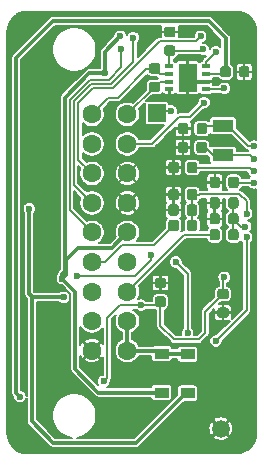
<source format=gbr>
G04 #@! TF.GenerationSoftware,KiCad,Pcbnew,(5.1.4)-1*
G04 #@! TF.CreationDate,2019-11-29T20:46:52-07:00*
G04 #@! TF.ProjectId,CruiseController,43727569-7365-4436-9f6e-74726f6c6c65,rev?*
G04 #@! TF.SameCoordinates,Original*
G04 #@! TF.FileFunction,Copper,L1,Top*
G04 #@! TF.FilePolarity,Positive*
%FSLAX46Y46*%
G04 Gerber Fmt 4.6, Leading zero omitted, Abs format (unit mm)*
G04 Created by KiCad (PCBNEW (5.1.4)-1) date 2019-11-29 20:46:52*
%MOMM*%
%LPD*%
G04 APERTURE LIST*
%ADD10R,1.500000X1.500000*%
%ADD11C,1.600000*%
%ADD12C,0.100000*%
%ADD13C,0.875000*%
%ADD14C,1.500000*%
%ADD15R,1.200000X0.900000*%
%ADD16R,1.800000X1.000000*%
%ADD17R,1.550000X2.400000*%
%ADD18R,0.650000X0.350000*%
%ADD19C,0.600000*%
%ADD20C,0.300000*%
%ADD21C,0.200000*%
%ADD22C,0.154000*%
G04 APERTURE END LIST*
D10*
X113000000Y-78900000D03*
D11*
X107500000Y-79000000D03*
X107500000Y-81500000D03*
X107500000Y-84000000D03*
X107500000Y-86500000D03*
X107500000Y-89000000D03*
X107500000Y-91500000D03*
X107500000Y-94000000D03*
X107500000Y-96500000D03*
X110500000Y-79000000D03*
X110500000Y-81500000D03*
X110500000Y-84000000D03*
X110500000Y-86500000D03*
X110500000Y-89000000D03*
X110500000Y-91500000D03*
X110500000Y-94000000D03*
X110500000Y-96500000D03*
X107500000Y-99000000D03*
X110500000Y-99000000D03*
D12*
G36*
X113077691Y-76251053D02*
G01*
X113098926Y-76254203D01*
X113119750Y-76259419D01*
X113139962Y-76266651D01*
X113159368Y-76275830D01*
X113177781Y-76286866D01*
X113195024Y-76299654D01*
X113210930Y-76314070D01*
X113225346Y-76329976D01*
X113238134Y-76347219D01*
X113249170Y-76365632D01*
X113258349Y-76385038D01*
X113265581Y-76405250D01*
X113270797Y-76426074D01*
X113273947Y-76447309D01*
X113275000Y-76468750D01*
X113275000Y-76906250D01*
X113273947Y-76927691D01*
X113270797Y-76948926D01*
X113265581Y-76969750D01*
X113258349Y-76989962D01*
X113249170Y-77009368D01*
X113238134Y-77027781D01*
X113225346Y-77045024D01*
X113210930Y-77060930D01*
X113195024Y-77075346D01*
X113177781Y-77088134D01*
X113159368Y-77099170D01*
X113139962Y-77108349D01*
X113119750Y-77115581D01*
X113098926Y-77120797D01*
X113077691Y-77123947D01*
X113056250Y-77125000D01*
X112543750Y-77125000D01*
X112522309Y-77123947D01*
X112501074Y-77120797D01*
X112480250Y-77115581D01*
X112460038Y-77108349D01*
X112440632Y-77099170D01*
X112422219Y-77088134D01*
X112404976Y-77075346D01*
X112389070Y-77060930D01*
X112374654Y-77045024D01*
X112361866Y-77027781D01*
X112350830Y-77009368D01*
X112341651Y-76989962D01*
X112334419Y-76969750D01*
X112329203Y-76948926D01*
X112326053Y-76927691D01*
X112325000Y-76906250D01*
X112325000Y-76468750D01*
X112326053Y-76447309D01*
X112329203Y-76426074D01*
X112334419Y-76405250D01*
X112341651Y-76385038D01*
X112350830Y-76365632D01*
X112361866Y-76347219D01*
X112374654Y-76329976D01*
X112389070Y-76314070D01*
X112404976Y-76299654D01*
X112422219Y-76286866D01*
X112440632Y-76275830D01*
X112460038Y-76266651D01*
X112480250Y-76259419D01*
X112501074Y-76254203D01*
X112522309Y-76251053D01*
X112543750Y-76250000D01*
X113056250Y-76250000D01*
X113077691Y-76251053D01*
X113077691Y-76251053D01*
G37*
D13*
X112800000Y-76687500D03*
D12*
G36*
X113077691Y-74676053D02*
G01*
X113098926Y-74679203D01*
X113119750Y-74684419D01*
X113139962Y-74691651D01*
X113159368Y-74700830D01*
X113177781Y-74711866D01*
X113195024Y-74724654D01*
X113210930Y-74739070D01*
X113225346Y-74754976D01*
X113238134Y-74772219D01*
X113249170Y-74790632D01*
X113258349Y-74810038D01*
X113265581Y-74830250D01*
X113270797Y-74851074D01*
X113273947Y-74872309D01*
X113275000Y-74893750D01*
X113275000Y-75331250D01*
X113273947Y-75352691D01*
X113270797Y-75373926D01*
X113265581Y-75394750D01*
X113258349Y-75414962D01*
X113249170Y-75434368D01*
X113238134Y-75452781D01*
X113225346Y-75470024D01*
X113210930Y-75485930D01*
X113195024Y-75500346D01*
X113177781Y-75513134D01*
X113159368Y-75524170D01*
X113139962Y-75533349D01*
X113119750Y-75540581D01*
X113098926Y-75545797D01*
X113077691Y-75548947D01*
X113056250Y-75550000D01*
X112543750Y-75550000D01*
X112522309Y-75548947D01*
X112501074Y-75545797D01*
X112480250Y-75540581D01*
X112460038Y-75533349D01*
X112440632Y-75524170D01*
X112422219Y-75513134D01*
X112404976Y-75500346D01*
X112389070Y-75485930D01*
X112374654Y-75470024D01*
X112361866Y-75452781D01*
X112350830Y-75434368D01*
X112341651Y-75414962D01*
X112334419Y-75394750D01*
X112329203Y-75373926D01*
X112326053Y-75352691D01*
X112325000Y-75331250D01*
X112325000Y-74893750D01*
X112326053Y-74872309D01*
X112329203Y-74851074D01*
X112334419Y-74830250D01*
X112341651Y-74810038D01*
X112350830Y-74790632D01*
X112361866Y-74772219D01*
X112374654Y-74754976D01*
X112389070Y-74739070D01*
X112404976Y-74724654D01*
X112422219Y-74711866D01*
X112440632Y-74700830D01*
X112460038Y-74691651D01*
X112480250Y-74684419D01*
X112501074Y-74679203D01*
X112522309Y-74676053D01*
X112543750Y-74675000D01*
X113056250Y-74675000D01*
X113077691Y-74676053D01*
X113077691Y-74676053D01*
G37*
D13*
X112800000Y-75112500D03*
D14*
X118400000Y-105600000D03*
D15*
X113400000Y-102550000D03*
X113400000Y-99250000D03*
D12*
G36*
X113577691Y-94413553D02*
G01*
X113598926Y-94416703D01*
X113619750Y-94421919D01*
X113639962Y-94429151D01*
X113659368Y-94438330D01*
X113677781Y-94449366D01*
X113695024Y-94462154D01*
X113710930Y-94476570D01*
X113725346Y-94492476D01*
X113738134Y-94509719D01*
X113749170Y-94528132D01*
X113758349Y-94547538D01*
X113765581Y-94567750D01*
X113770797Y-94588574D01*
X113773947Y-94609809D01*
X113775000Y-94631250D01*
X113775000Y-95068750D01*
X113773947Y-95090191D01*
X113770797Y-95111426D01*
X113765581Y-95132250D01*
X113758349Y-95152462D01*
X113749170Y-95171868D01*
X113738134Y-95190281D01*
X113725346Y-95207524D01*
X113710930Y-95223430D01*
X113695024Y-95237846D01*
X113677781Y-95250634D01*
X113659368Y-95261670D01*
X113639962Y-95270849D01*
X113619750Y-95278081D01*
X113598926Y-95283297D01*
X113577691Y-95286447D01*
X113556250Y-95287500D01*
X113043750Y-95287500D01*
X113022309Y-95286447D01*
X113001074Y-95283297D01*
X112980250Y-95278081D01*
X112960038Y-95270849D01*
X112940632Y-95261670D01*
X112922219Y-95250634D01*
X112904976Y-95237846D01*
X112889070Y-95223430D01*
X112874654Y-95207524D01*
X112861866Y-95190281D01*
X112850830Y-95171868D01*
X112841651Y-95152462D01*
X112834419Y-95132250D01*
X112829203Y-95111426D01*
X112826053Y-95090191D01*
X112825000Y-95068750D01*
X112825000Y-94631250D01*
X112826053Y-94609809D01*
X112829203Y-94588574D01*
X112834419Y-94567750D01*
X112841651Y-94547538D01*
X112850830Y-94528132D01*
X112861866Y-94509719D01*
X112874654Y-94492476D01*
X112889070Y-94476570D01*
X112904976Y-94462154D01*
X112922219Y-94449366D01*
X112940632Y-94438330D01*
X112960038Y-94429151D01*
X112980250Y-94421919D01*
X113001074Y-94416703D01*
X113022309Y-94413553D01*
X113043750Y-94412500D01*
X113556250Y-94412500D01*
X113577691Y-94413553D01*
X113577691Y-94413553D01*
G37*
D13*
X113300000Y-94850000D03*
D12*
G36*
X113577691Y-92838553D02*
G01*
X113598926Y-92841703D01*
X113619750Y-92846919D01*
X113639962Y-92854151D01*
X113659368Y-92863330D01*
X113677781Y-92874366D01*
X113695024Y-92887154D01*
X113710930Y-92901570D01*
X113725346Y-92917476D01*
X113738134Y-92934719D01*
X113749170Y-92953132D01*
X113758349Y-92972538D01*
X113765581Y-92992750D01*
X113770797Y-93013574D01*
X113773947Y-93034809D01*
X113775000Y-93056250D01*
X113775000Y-93493750D01*
X113773947Y-93515191D01*
X113770797Y-93536426D01*
X113765581Y-93557250D01*
X113758349Y-93577462D01*
X113749170Y-93596868D01*
X113738134Y-93615281D01*
X113725346Y-93632524D01*
X113710930Y-93648430D01*
X113695024Y-93662846D01*
X113677781Y-93675634D01*
X113659368Y-93686670D01*
X113639962Y-93695849D01*
X113619750Y-93703081D01*
X113598926Y-93708297D01*
X113577691Y-93711447D01*
X113556250Y-93712500D01*
X113043750Y-93712500D01*
X113022309Y-93711447D01*
X113001074Y-93708297D01*
X112980250Y-93703081D01*
X112960038Y-93695849D01*
X112940632Y-93686670D01*
X112922219Y-93675634D01*
X112904976Y-93662846D01*
X112889070Y-93648430D01*
X112874654Y-93632524D01*
X112861866Y-93615281D01*
X112850830Y-93596868D01*
X112841651Y-93577462D01*
X112834419Y-93557250D01*
X112829203Y-93536426D01*
X112826053Y-93515191D01*
X112825000Y-93493750D01*
X112825000Y-93056250D01*
X112826053Y-93034809D01*
X112829203Y-93013574D01*
X112834419Y-92992750D01*
X112841651Y-92972538D01*
X112850830Y-92953132D01*
X112861866Y-92934719D01*
X112874654Y-92917476D01*
X112889070Y-92901570D01*
X112904976Y-92887154D01*
X112922219Y-92874366D01*
X112940632Y-92863330D01*
X112960038Y-92854151D01*
X112980250Y-92846919D01*
X113001074Y-92841703D01*
X113022309Y-92838553D01*
X113043750Y-92837500D01*
X113556250Y-92837500D01*
X113577691Y-92838553D01*
X113577691Y-92838553D01*
G37*
D13*
X113300000Y-93275000D03*
D12*
G36*
X117040191Y-79726053D02*
G01*
X117061426Y-79729203D01*
X117082250Y-79734419D01*
X117102462Y-79741651D01*
X117121868Y-79750830D01*
X117140281Y-79761866D01*
X117157524Y-79774654D01*
X117173430Y-79789070D01*
X117187846Y-79804976D01*
X117200634Y-79822219D01*
X117211670Y-79840632D01*
X117220849Y-79860038D01*
X117228081Y-79880250D01*
X117233297Y-79901074D01*
X117236447Y-79922309D01*
X117237500Y-79943750D01*
X117237500Y-80456250D01*
X117236447Y-80477691D01*
X117233297Y-80498926D01*
X117228081Y-80519750D01*
X117220849Y-80539962D01*
X117211670Y-80559368D01*
X117200634Y-80577781D01*
X117187846Y-80595024D01*
X117173430Y-80610930D01*
X117157524Y-80625346D01*
X117140281Y-80638134D01*
X117121868Y-80649170D01*
X117102462Y-80658349D01*
X117082250Y-80665581D01*
X117061426Y-80670797D01*
X117040191Y-80673947D01*
X117018750Y-80675000D01*
X116581250Y-80675000D01*
X116559809Y-80673947D01*
X116538574Y-80670797D01*
X116517750Y-80665581D01*
X116497538Y-80658349D01*
X116478132Y-80649170D01*
X116459719Y-80638134D01*
X116442476Y-80625346D01*
X116426570Y-80610930D01*
X116412154Y-80595024D01*
X116399366Y-80577781D01*
X116388330Y-80559368D01*
X116379151Y-80539962D01*
X116371919Y-80519750D01*
X116366703Y-80498926D01*
X116363553Y-80477691D01*
X116362500Y-80456250D01*
X116362500Y-79943750D01*
X116363553Y-79922309D01*
X116366703Y-79901074D01*
X116371919Y-79880250D01*
X116379151Y-79860038D01*
X116388330Y-79840632D01*
X116399366Y-79822219D01*
X116412154Y-79804976D01*
X116426570Y-79789070D01*
X116442476Y-79774654D01*
X116459719Y-79761866D01*
X116478132Y-79750830D01*
X116497538Y-79741651D01*
X116517750Y-79734419D01*
X116538574Y-79729203D01*
X116559809Y-79726053D01*
X116581250Y-79725000D01*
X117018750Y-79725000D01*
X117040191Y-79726053D01*
X117040191Y-79726053D01*
G37*
D13*
X116800000Y-80200000D03*
D12*
G36*
X115465191Y-79726053D02*
G01*
X115486426Y-79729203D01*
X115507250Y-79734419D01*
X115527462Y-79741651D01*
X115546868Y-79750830D01*
X115565281Y-79761866D01*
X115582524Y-79774654D01*
X115598430Y-79789070D01*
X115612846Y-79804976D01*
X115625634Y-79822219D01*
X115636670Y-79840632D01*
X115645849Y-79860038D01*
X115653081Y-79880250D01*
X115658297Y-79901074D01*
X115661447Y-79922309D01*
X115662500Y-79943750D01*
X115662500Y-80456250D01*
X115661447Y-80477691D01*
X115658297Y-80498926D01*
X115653081Y-80519750D01*
X115645849Y-80539962D01*
X115636670Y-80559368D01*
X115625634Y-80577781D01*
X115612846Y-80595024D01*
X115598430Y-80610930D01*
X115582524Y-80625346D01*
X115565281Y-80638134D01*
X115546868Y-80649170D01*
X115527462Y-80658349D01*
X115507250Y-80665581D01*
X115486426Y-80670797D01*
X115465191Y-80673947D01*
X115443750Y-80675000D01*
X115006250Y-80675000D01*
X114984809Y-80673947D01*
X114963574Y-80670797D01*
X114942750Y-80665581D01*
X114922538Y-80658349D01*
X114903132Y-80649170D01*
X114884719Y-80638134D01*
X114867476Y-80625346D01*
X114851570Y-80610930D01*
X114837154Y-80595024D01*
X114824366Y-80577781D01*
X114813330Y-80559368D01*
X114804151Y-80539962D01*
X114796919Y-80519750D01*
X114791703Y-80498926D01*
X114788553Y-80477691D01*
X114787500Y-80456250D01*
X114787500Y-79943750D01*
X114788553Y-79922309D01*
X114791703Y-79901074D01*
X114796919Y-79880250D01*
X114804151Y-79860038D01*
X114813330Y-79840632D01*
X114824366Y-79822219D01*
X114837154Y-79804976D01*
X114851570Y-79789070D01*
X114867476Y-79774654D01*
X114884719Y-79761866D01*
X114903132Y-79750830D01*
X114922538Y-79741651D01*
X114942750Y-79734419D01*
X114963574Y-79729203D01*
X114984809Y-79726053D01*
X115006250Y-79725000D01*
X115443750Y-79725000D01*
X115465191Y-79726053D01*
X115465191Y-79726053D01*
G37*
D13*
X115225000Y-80200000D03*
D12*
G36*
X116227691Y-85326053D02*
G01*
X116248926Y-85329203D01*
X116269750Y-85334419D01*
X116289962Y-85341651D01*
X116309368Y-85350830D01*
X116327781Y-85361866D01*
X116345024Y-85374654D01*
X116360930Y-85389070D01*
X116375346Y-85404976D01*
X116388134Y-85422219D01*
X116399170Y-85440632D01*
X116408349Y-85460038D01*
X116415581Y-85480250D01*
X116420797Y-85501074D01*
X116423947Y-85522309D01*
X116425000Y-85543750D01*
X116425000Y-86056250D01*
X116423947Y-86077691D01*
X116420797Y-86098926D01*
X116415581Y-86119750D01*
X116408349Y-86139962D01*
X116399170Y-86159368D01*
X116388134Y-86177781D01*
X116375346Y-86195024D01*
X116360930Y-86210930D01*
X116345024Y-86225346D01*
X116327781Y-86238134D01*
X116309368Y-86249170D01*
X116289962Y-86258349D01*
X116269750Y-86265581D01*
X116248926Y-86270797D01*
X116227691Y-86273947D01*
X116206250Y-86275000D01*
X115768750Y-86275000D01*
X115747309Y-86273947D01*
X115726074Y-86270797D01*
X115705250Y-86265581D01*
X115685038Y-86258349D01*
X115665632Y-86249170D01*
X115647219Y-86238134D01*
X115629976Y-86225346D01*
X115614070Y-86210930D01*
X115599654Y-86195024D01*
X115586866Y-86177781D01*
X115575830Y-86159368D01*
X115566651Y-86139962D01*
X115559419Y-86119750D01*
X115554203Y-86098926D01*
X115551053Y-86077691D01*
X115550000Y-86056250D01*
X115550000Y-85543750D01*
X115551053Y-85522309D01*
X115554203Y-85501074D01*
X115559419Y-85480250D01*
X115566651Y-85460038D01*
X115575830Y-85440632D01*
X115586866Y-85422219D01*
X115599654Y-85404976D01*
X115614070Y-85389070D01*
X115629976Y-85374654D01*
X115647219Y-85361866D01*
X115665632Y-85350830D01*
X115685038Y-85341651D01*
X115705250Y-85334419D01*
X115726074Y-85329203D01*
X115747309Y-85326053D01*
X115768750Y-85325000D01*
X116206250Y-85325000D01*
X116227691Y-85326053D01*
X116227691Y-85326053D01*
G37*
D13*
X115987500Y-85800000D03*
D12*
G36*
X114652691Y-85326053D02*
G01*
X114673926Y-85329203D01*
X114694750Y-85334419D01*
X114714962Y-85341651D01*
X114734368Y-85350830D01*
X114752781Y-85361866D01*
X114770024Y-85374654D01*
X114785930Y-85389070D01*
X114800346Y-85404976D01*
X114813134Y-85422219D01*
X114824170Y-85440632D01*
X114833349Y-85460038D01*
X114840581Y-85480250D01*
X114845797Y-85501074D01*
X114848947Y-85522309D01*
X114850000Y-85543750D01*
X114850000Y-86056250D01*
X114848947Y-86077691D01*
X114845797Y-86098926D01*
X114840581Y-86119750D01*
X114833349Y-86139962D01*
X114824170Y-86159368D01*
X114813134Y-86177781D01*
X114800346Y-86195024D01*
X114785930Y-86210930D01*
X114770024Y-86225346D01*
X114752781Y-86238134D01*
X114734368Y-86249170D01*
X114714962Y-86258349D01*
X114694750Y-86265581D01*
X114673926Y-86270797D01*
X114652691Y-86273947D01*
X114631250Y-86275000D01*
X114193750Y-86275000D01*
X114172309Y-86273947D01*
X114151074Y-86270797D01*
X114130250Y-86265581D01*
X114110038Y-86258349D01*
X114090632Y-86249170D01*
X114072219Y-86238134D01*
X114054976Y-86225346D01*
X114039070Y-86210930D01*
X114024654Y-86195024D01*
X114011866Y-86177781D01*
X114000830Y-86159368D01*
X113991651Y-86139962D01*
X113984419Y-86119750D01*
X113979203Y-86098926D01*
X113976053Y-86077691D01*
X113975000Y-86056250D01*
X113975000Y-85543750D01*
X113976053Y-85522309D01*
X113979203Y-85501074D01*
X113984419Y-85480250D01*
X113991651Y-85460038D01*
X114000830Y-85440632D01*
X114011866Y-85422219D01*
X114024654Y-85404976D01*
X114039070Y-85389070D01*
X114054976Y-85374654D01*
X114072219Y-85361866D01*
X114090632Y-85350830D01*
X114110038Y-85341651D01*
X114130250Y-85334419D01*
X114151074Y-85329203D01*
X114172309Y-85326053D01*
X114193750Y-85325000D01*
X114631250Y-85325000D01*
X114652691Y-85326053D01*
X114652691Y-85326053D01*
G37*
D13*
X114412500Y-85800000D03*
D12*
G36*
X114652691Y-87926053D02*
G01*
X114673926Y-87929203D01*
X114694750Y-87934419D01*
X114714962Y-87941651D01*
X114734368Y-87950830D01*
X114752781Y-87961866D01*
X114770024Y-87974654D01*
X114785930Y-87989070D01*
X114800346Y-88004976D01*
X114813134Y-88022219D01*
X114824170Y-88040632D01*
X114833349Y-88060038D01*
X114840581Y-88080250D01*
X114845797Y-88101074D01*
X114848947Y-88122309D01*
X114850000Y-88143750D01*
X114850000Y-88656250D01*
X114848947Y-88677691D01*
X114845797Y-88698926D01*
X114840581Y-88719750D01*
X114833349Y-88739962D01*
X114824170Y-88759368D01*
X114813134Y-88777781D01*
X114800346Y-88795024D01*
X114785930Y-88810930D01*
X114770024Y-88825346D01*
X114752781Y-88838134D01*
X114734368Y-88849170D01*
X114714962Y-88858349D01*
X114694750Y-88865581D01*
X114673926Y-88870797D01*
X114652691Y-88873947D01*
X114631250Y-88875000D01*
X114193750Y-88875000D01*
X114172309Y-88873947D01*
X114151074Y-88870797D01*
X114130250Y-88865581D01*
X114110038Y-88858349D01*
X114090632Y-88849170D01*
X114072219Y-88838134D01*
X114054976Y-88825346D01*
X114039070Y-88810930D01*
X114024654Y-88795024D01*
X114011866Y-88777781D01*
X114000830Y-88759368D01*
X113991651Y-88739962D01*
X113984419Y-88719750D01*
X113979203Y-88698926D01*
X113976053Y-88677691D01*
X113975000Y-88656250D01*
X113975000Y-88143750D01*
X113976053Y-88122309D01*
X113979203Y-88101074D01*
X113984419Y-88080250D01*
X113991651Y-88060038D01*
X114000830Y-88040632D01*
X114011866Y-88022219D01*
X114024654Y-88004976D01*
X114039070Y-87989070D01*
X114054976Y-87974654D01*
X114072219Y-87961866D01*
X114090632Y-87950830D01*
X114110038Y-87941651D01*
X114130250Y-87934419D01*
X114151074Y-87929203D01*
X114172309Y-87926053D01*
X114193750Y-87925000D01*
X114631250Y-87925000D01*
X114652691Y-87926053D01*
X114652691Y-87926053D01*
G37*
D13*
X114412500Y-88400000D03*
D12*
G36*
X116227691Y-87926053D02*
G01*
X116248926Y-87929203D01*
X116269750Y-87934419D01*
X116289962Y-87941651D01*
X116309368Y-87950830D01*
X116327781Y-87961866D01*
X116345024Y-87974654D01*
X116360930Y-87989070D01*
X116375346Y-88004976D01*
X116388134Y-88022219D01*
X116399170Y-88040632D01*
X116408349Y-88060038D01*
X116415581Y-88080250D01*
X116420797Y-88101074D01*
X116423947Y-88122309D01*
X116425000Y-88143750D01*
X116425000Y-88656250D01*
X116423947Y-88677691D01*
X116420797Y-88698926D01*
X116415581Y-88719750D01*
X116408349Y-88739962D01*
X116399170Y-88759368D01*
X116388134Y-88777781D01*
X116375346Y-88795024D01*
X116360930Y-88810930D01*
X116345024Y-88825346D01*
X116327781Y-88838134D01*
X116309368Y-88849170D01*
X116289962Y-88858349D01*
X116269750Y-88865581D01*
X116248926Y-88870797D01*
X116227691Y-88873947D01*
X116206250Y-88875000D01*
X115768750Y-88875000D01*
X115747309Y-88873947D01*
X115726074Y-88870797D01*
X115705250Y-88865581D01*
X115685038Y-88858349D01*
X115665632Y-88849170D01*
X115647219Y-88838134D01*
X115629976Y-88825346D01*
X115614070Y-88810930D01*
X115599654Y-88795024D01*
X115586866Y-88777781D01*
X115575830Y-88759368D01*
X115566651Y-88739962D01*
X115559419Y-88719750D01*
X115554203Y-88698926D01*
X115551053Y-88677691D01*
X115550000Y-88656250D01*
X115550000Y-88143750D01*
X115551053Y-88122309D01*
X115554203Y-88101074D01*
X115559419Y-88080250D01*
X115566651Y-88060038D01*
X115575830Y-88040632D01*
X115586866Y-88022219D01*
X115599654Y-88004976D01*
X115614070Y-87989070D01*
X115629976Y-87974654D01*
X115647219Y-87961866D01*
X115665632Y-87950830D01*
X115685038Y-87941651D01*
X115705250Y-87934419D01*
X115726074Y-87929203D01*
X115747309Y-87926053D01*
X115768750Y-87925000D01*
X116206250Y-87925000D01*
X116227691Y-87926053D01*
X116227691Y-87926053D01*
G37*
D13*
X115987500Y-88400000D03*
D12*
G36*
X119715191Y-87376053D02*
G01*
X119736426Y-87379203D01*
X119757250Y-87384419D01*
X119777462Y-87391651D01*
X119796868Y-87400830D01*
X119815281Y-87411866D01*
X119832524Y-87424654D01*
X119848430Y-87439070D01*
X119862846Y-87454976D01*
X119875634Y-87472219D01*
X119886670Y-87490632D01*
X119895849Y-87510038D01*
X119903081Y-87530250D01*
X119908297Y-87551074D01*
X119911447Y-87572309D01*
X119912500Y-87593750D01*
X119912500Y-88106250D01*
X119911447Y-88127691D01*
X119908297Y-88148926D01*
X119903081Y-88169750D01*
X119895849Y-88189962D01*
X119886670Y-88209368D01*
X119875634Y-88227781D01*
X119862846Y-88245024D01*
X119848430Y-88260930D01*
X119832524Y-88275346D01*
X119815281Y-88288134D01*
X119796868Y-88299170D01*
X119777462Y-88308349D01*
X119757250Y-88315581D01*
X119736426Y-88320797D01*
X119715191Y-88323947D01*
X119693750Y-88325000D01*
X119256250Y-88325000D01*
X119234809Y-88323947D01*
X119213574Y-88320797D01*
X119192750Y-88315581D01*
X119172538Y-88308349D01*
X119153132Y-88299170D01*
X119134719Y-88288134D01*
X119117476Y-88275346D01*
X119101570Y-88260930D01*
X119087154Y-88245024D01*
X119074366Y-88227781D01*
X119063330Y-88209368D01*
X119054151Y-88189962D01*
X119046919Y-88169750D01*
X119041703Y-88148926D01*
X119038553Y-88127691D01*
X119037500Y-88106250D01*
X119037500Y-87593750D01*
X119038553Y-87572309D01*
X119041703Y-87551074D01*
X119046919Y-87530250D01*
X119054151Y-87510038D01*
X119063330Y-87490632D01*
X119074366Y-87472219D01*
X119087154Y-87454976D01*
X119101570Y-87439070D01*
X119117476Y-87424654D01*
X119134719Y-87411866D01*
X119153132Y-87400830D01*
X119172538Y-87391651D01*
X119192750Y-87384419D01*
X119213574Y-87379203D01*
X119234809Y-87376053D01*
X119256250Y-87375000D01*
X119693750Y-87375000D01*
X119715191Y-87376053D01*
X119715191Y-87376053D01*
G37*
D13*
X119475000Y-87850000D03*
D12*
G36*
X118140191Y-87376053D02*
G01*
X118161426Y-87379203D01*
X118182250Y-87384419D01*
X118202462Y-87391651D01*
X118221868Y-87400830D01*
X118240281Y-87411866D01*
X118257524Y-87424654D01*
X118273430Y-87439070D01*
X118287846Y-87454976D01*
X118300634Y-87472219D01*
X118311670Y-87490632D01*
X118320849Y-87510038D01*
X118328081Y-87530250D01*
X118333297Y-87551074D01*
X118336447Y-87572309D01*
X118337500Y-87593750D01*
X118337500Y-88106250D01*
X118336447Y-88127691D01*
X118333297Y-88148926D01*
X118328081Y-88169750D01*
X118320849Y-88189962D01*
X118311670Y-88209368D01*
X118300634Y-88227781D01*
X118287846Y-88245024D01*
X118273430Y-88260930D01*
X118257524Y-88275346D01*
X118240281Y-88288134D01*
X118221868Y-88299170D01*
X118202462Y-88308349D01*
X118182250Y-88315581D01*
X118161426Y-88320797D01*
X118140191Y-88323947D01*
X118118750Y-88325000D01*
X117681250Y-88325000D01*
X117659809Y-88323947D01*
X117638574Y-88320797D01*
X117617750Y-88315581D01*
X117597538Y-88308349D01*
X117578132Y-88299170D01*
X117559719Y-88288134D01*
X117542476Y-88275346D01*
X117526570Y-88260930D01*
X117512154Y-88245024D01*
X117499366Y-88227781D01*
X117488330Y-88209368D01*
X117479151Y-88189962D01*
X117471919Y-88169750D01*
X117466703Y-88148926D01*
X117463553Y-88127691D01*
X117462500Y-88106250D01*
X117462500Y-87593750D01*
X117463553Y-87572309D01*
X117466703Y-87551074D01*
X117471919Y-87530250D01*
X117479151Y-87510038D01*
X117488330Y-87490632D01*
X117499366Y-87472219D01*
X117512154Y-87454976D01*
X117526570Y-87439070D01*
X117542476Y-87424654D01*
X117559719Y-87411866D01*
X117578132Y-87400830D01*
X117597538Y-87391651D01*
X117617750Y-87384419D01*
X117638574Y-87379203D01*
X117659809Y-87376053D01*
X117681250Y-87375000D01*
X118118750Y-87375000D01*
X118140191Y-87376053D01*
X118140191Y-87376053D01*
G37*
D13*
X117900000Y-87850000D03*
D12*
G36*
X118152691Y-84276053D02*
G01*
X118173926Y-84279203D01*
X118194750Y-84284419D01*
X118214962Y-84291651D01*
X118234368Y-84300830D01*
X118252781Y-84311866D01*
X118270024Y-84324654D01*
X118285930Y-84339070D01*
X118300346Y-84354976D01*
X118313134Y-84372219D01*
X118324170Y-84390632D01*
X118333349Y-84410038D01*
X118340581Y-84430250D01*
X118345797Y-84451074D01*
X118348947Y-84472309D01*
X118350000Y-84493750D01*
X118350000Y-85006250D01*
X118348947Y-85027691D01*
X118345797Y-85048926D01*
X118340581Y-85069750D01*
X118333349Y-85089962D01*
X118324170Y-85109368D01*
X118313134Y-85127781D01*
X118300346Y-85145024D01*
X118285930Y-85160930D01*
X118270024Y-85175346D01*
X118252781Y-85188134D01*
X118234368Y-85199170D01*
X118214962Y-85208349D01*
X118194750Y-85215581D01*
X118173926Y-85220797D01*
X118152691Y-85223947D01*
X118131250Y-85225000D01*
X117693750Y-85225000D01*
X117672309Y-85223947D01*
X117651074Y-85220797D01*
X117630250Y-85215581D01*
X117610038Y-85208349D01*
X117590632Y-85199170D01*
X117572219Y-85188134D01*
X117554976Y-85175346D01*
X117539070Y-85160930D01*
X117524654Y-85145024D01*
X117511866Y-85127781D01*
X117500830Y-85109368D01*
X117491651Y-85089962D01*
X117484419Y-85069750D01*
X117479203Y-85048926D01*
X117476053Y-85027691D01*
X117475000Y-85006250D01*
X117475000Y-84493750D01*
X117476053Y-84472309D01*
X117479203Y-84451074D01*
X117484419Y-84430250D01*
X117491651Y-84410038D01*
X117500830Y-84390632D01*
X117511866Y-84372219D01*
X117524654Y-84354976D01*
X117539070Y-84339070D01*
X117554976Y-84324654D01*
X117572219Y-84311866D01*
X117590632Y-84300830D01*
X117610038Y-84291651D01*
X117630250Y-84284419D01*
X117651074Y-84279203D01*
X117672309Y-84276053D01*
X117693750Y-84275000D01*
X118131250Y-84275000D01*
X118152691Y-84276053D01*
X118152691Y-84276053D01*
G37*
D13*
X117912500Y-84750000D03*
D12*
G36*
X119727691Y-84276053D02*
G01*
X119748926Y-84279203D01*
X119769750Y-84284419D01*
X119789962Y-84291651D01*
X119809368Y-84300830D01*
X119827781Y-84311866D01*
X119845024Y-84324654D01*
X119860930Y-84339070D01*
X119875346Y-84354976D01*
X119888134Y-84372219D01*
X119899170Y-84390632D01*
X119908349Y-84410038D01*
X119915581Y-84430250D01*
X119920797Y-84451074D01*
X119923947Y-84472309D01*
X119925000Y-84493750D01*
X119925000Y-85006250D01*
X119923947Y-85027691D01*
X119920797Y-85048926D01*
X119915581Y-85069750D01*
X119908349Y-85089962D01*
X119899170Y-85109368D01*
X119888134Y-85127781D01*
X119875346Y-85145024D01*
X119860930Y-85160930D01*
X119845024Y-85175346D01*
X119827781Y-85188134D01*
X119809368Y-85199170D01*
X119789962Y-85208349D01*
X119769750Y-85215581D01*
X119748926Y-85220797D01*
X119727691Y-85223947D01*
X119706250Y-85225000D01*
X119268750Y-85225000D01*
X119247309Y-85223947D01*
X119226074Y-85220797D01*
X119205250Y-85215581D01*
X119185038Y-85208349D01*
X119165632Y-85199170D01*
X119147219Y-85188134D01*
X119129976Y-85175346D01*
X119114070Y-85160930D01*
X119099654Y-85145024D01*
X119086866Y-85127781D01*
X119075830Y-85109368D01*
X119066651Y-85089962D01*
X119059419Y-85069750D01*
X119054203Y-85048926D01*
X119051053Y-85027691D01*
X119050000Y-85006250D01*
X119050000Y-84493750D01*
X119051053Y-84472309D01*
X119054203Y-84451074D01*
X119059419Y-84430250D01*
X119066651Y-84410038D01*
X119075830Y-84390632D01*
X119086866Y-84372219D01*
X119099654Y-84354976D01*
X119114070Y-84339070D01*
X119129976Y-84324654D01*
X119147219Y-84311866D01*
X119165632Y-84300830D01*
X119185038Y-84291651D01*
X119205250Y-84284419D01*
X119226074Y-84279203D01*
X119247309Y-84276053D01*
X119268750Y-84275000D01*
X119706250Y-84275000D01*
X119727691Y-84276053D01*
X119727691Y-84276053D01*
G37*
D13*
X119487500Y-84750000D03*
D12*
G36*
X120627691Y-74926053D02*
G01*
X120648926Y-74929203D01*
X120669750Y-74934419D01*
X120689962Y-74941651D01*
X120709368Y-74950830D01*
X120727781Y-74961866D01*
X120745024Y-74974654D01*
X120760930Y-74989070D01*
X120775346Y-75004976D01*
X120788134Y-75022219D01*
X120799170Y-75040632D01*
X120808349Y-75060038D01*
X120815581Y-75080250D01*
X120820797Y-75101074D01*
X120823947Y-75122309D01*
X120825000Y-75143750D01*
X120825000Y-75656250D01*
X120823947Y-75677691D01*
X120820797Y-75698926D01*
X120815581Y-75719750D01*
X120808349Y-75739962D01*
X120799170Y-75759368D01*
X120788134Y-75777781D01*
X120775346Y-75795024D01*
X120760930Y-75810930D01*
X120745024Y-75825346D01*
X120727781Y-75838134D01*
X120709368Y-75849170D01*
X120689962Y-75858349D01*
X120669750Y-75865581D01*
X120648926Y-75870797D01*
X120627691Y-75873947D01*
X120606250Y-75875000D01*
X120168750Y-75875000D01*
X120147309Y-75873947D01*
X120126074Y-75870797D01*
X120105250Y-75865581D01*
X120085038Y-75858349D01*
X120065632Y-75849170D01*
X120047219Y-75838134D01*
X120029976Y-75825346D01*
X120014070Y-75810930D01*
X119999654Y-75795024D01*
X119986866Y-75777781D01*
X119975830Y-75759368D01*
X119966651Y-75739962D01*
X119959419Y-75719750D01*
X119954203Y-75698926D01*
X119951053Y-75677691D01*
X119950000Y-75656250D01*
X119950000Y-75143750D01*
X119951053Y-75122309D01*
X119954203Y-75101074D01*
X119959419Y-75080250D01*
X119966651Y-75060038D01*
X119975830Y-75040632D01*
X119986866Y-75022219D01*
X119999654Y-75004976D01*
X120014070Y-74989070D01*
X120029976Y-74974654D01*
X120047219Y-74961866D01*
X120065632Y-74950830D01*
X120085038Y-74941651D01*
X120105250Y-74934419D01*
X120126074Y-74929203D01*
X120147309Y-74926053D01*
X120168750Y-74925000D01*
X120606250Y-74925000D01*
X120627691Y-74926053D01*
X120627691Y-74926053D01*
G37*
D13*
X120387500Y-75400000D03*
D12*
G36*
X119052691Y-74926053D02*
G01*
X119073926Y-74929203D01*
X119094750Y-74934419D01*
X119114962Y-74941651D01*
X119134368Y-74950830D01*
X119152781Y-74961866D01*
X119170024Y-74974654D01*
X119185930Y-74989070D01*
X119200346Y-75004976D01*
X119213134Y-75022219D01*
X119224170Y-75040632D01*
X119233349Y-75060038D01*
X119240581Y-75080250D01*
X119245797Y-75101074D01*
X119248947Y-75122309D01*
X119250000Y-75143750D01*
X119250000Y-75656250D01*
X119248947Y-75677691D01*
X119245797Y-75698926D01*
X119240581Y-75719750D01*
X119233349Y-75739962D01*
X119224170Y-75759368D01*
X119213134Y-75777781D01*
X119200346Y-75795024D01*
X119185930Y-75810930D01*
X119170024Y-75825346D01*
X119152781Y-75838134D01*
X119134368Y-75849170D01*
X119114962Y-75858349D01*
X119094750Y-75865581D01*
X119073926Y-75870797D01*
X119052691Y-75873947D01*
X119031250Y-75875000D01*
X118593750Y-75875000D01*
X118572309Y-75873947D01*
X118551074Y-75870797D01*
X118530250Y-75865581D01*
X118510038Y-75858349D01*
X118490632Y-75849170D01*
X118472219Y-75838134D01*
X118454976Y-75825346D01*
X118439070Y-75810930D01*
X118424654Y-75795024D01*
X118411866Y-75777781D01*
X118400830Y-75759368D01*
X118391651Y-75739962D01*
X118384419Y-75719750D01*
X118379203Y-75698926D01*
X118376053Y-75677691D01*
X118375000Y-75656250D01*
X118375000Y-75143750D01*
X118376053Y-75122309D01*
X118379203Y-75101074D01*
X118384419Y-75080250D01*
X118391651Y-75060038D01*
X118400830Y-75040632D01*
X118411866Y-75022219D01*
X118424654Y-75004976D01*
X118439070Y-74989070D01*
X118454976Y-74974654D01*
X118472219Y-74961866D01*
X118490632Y-74950830D01*
X118510038Y-74941651D01*
X118530250Y-74934419D01*
X118551074Y-74929203D01*
X118572309Y-74926053D01*
X118593750Y-74925000D01*
X119031250Y-74925000D01*
X119052691Y-74926053D01*
X119052691Y-74926053D01*
G37*
D13*
X118812500Y-75400000D03*
D12*
G36*
X117027691Y-81326053D02*
G01*
X117048926Y-81329203D01*
X117069750Y-81334419D01*
X117089962Y-81341651D01*
X117109368Y-81350830D01*
X117127781Y-81361866D01*
X117145024Y-81374654D01*
X117160930Y-81389070D01*
X117175346Y-81404976D01*
X117188134Y-81422219D01*
X117199170Y-81440632D01*
X117208349Y-81460038D01*
X117215581Y-81480250D01*
X117220797Y-81501074D01*
X117223947Y-81522309D01*
X117225000Y-81543750D01*
X117225000Y-82056250D01*
X117223947Y-82077691D01*
X117220797Y-82098926D01*
X117215581Y-82119750D01*
X117208349Y-82139962D01*
X117199170Y-82159368D01*
X117188134Y-82177781D01*
X117175346Y-82195024D01*
X117160930Y-82210930D01*
X117145024Y-82225346D01*
X117127781Y-82238134D01*
X117109368Y-82249170D01*
X117089962Y-82258349D01*
X117069750Y-82265581D01*
X117048926Y-82270797D01*
X117027691Y-82273947D01*
X117006250Y-82275000D01*
X116568750Y-82275000D01*
X116547309Y-82273947D01*
X116526074Y-82270797D01*
X116505250Y-82265581D01*
X116485038Y-82258349D01*
X116465632Y-82249170D01*
X116447219Y-82238134D01*
X116429976Y-82225346D01*
X116414070Y-82210930D01*
X116399654Y-82195024D01*
X116386866Y-82177781D01*
X116375830Y-82159368D01*
X116366651Y-82139962D01*
X116359419Y-82119750D01*
X116354203Y-82098926D01*
X116351053Y-82077691D01*
X116350000Y-82056250D01*
X116350000Y-81543750D01*
X116351053Y-81522309D01*
X116354203Y-81501074D01*
X116359419Y-81480250D01*
X116366651Y-81460038D01*
X116375830Y-81440632D01*
X116386866Y-81422219D01*
X116399654Y-81404976D01*
X116414070Y-81389070D01*
X116429976Y-81374654D01*
X116447219Y-81361866D01*
X116465632Y-81350830D01*
X116485038Y-81341651D01*
X116505250Y-81334419D01*
X116526074Y-81329203D01*
X116547309Y-81326053D01*
X116568750Y-81325000D01*
X117006250Y-81325000D01*
X117027691Y-81326053D01*
X117027691Y-81326053D01*
G37*
D13*
X116787500Y-81800000D03*
D12*
G36*
X115452691Y-81326053D02*
G01*
X115473926Y-81329203D01*
X115494750Y-81334419D01*
X115514962Y-81341651D01*
X115534368Y-81350830D01*
X115552781Y-81361866D01*
X115570024Y-81374654D01*
X115585930Y-81389070D01*
X115600346Y-81404976D01*
X115613134Y-81422219D01*
X115624170Y-81440632D01*
X115633349Y-81460038D01*
X115640581Y-81480250D01*
X115645797Y-81501074D01*
X115648947Y-81522309D01*
X115650000Y-81543750D01*
X115650000Y-82056250D01*
X115648947Y-82077691D01*
X115645797Y-82098926D01*
X115640581Y-82119750D01*
X115633349Y-82139962D01*
X115624170Y-82159368D01*
X115613134Y-82177781D01*
X115600346Y-82195024D01*
X115585930Y-82210930D01*
X115570024Y-82225346D01*
X115552781Y-82238134D01*
X115534368Y-82249170D01*
X115514962Y-82258349D01*
X115494750Y-82265581D01*
X115473926Y-82270797D01*
X115452691Y-82273947D01*
X115431250Y-82275000D01*
X114993750Y-82275000D01*
X114972309Y-82273947D01*
X114951074Y-82270797D01*
X114930250Y-82265581D01*
X114910038Y-82258349D01*
X114890632Y-82249170D01*
X114872219Y-82238134D01*
X114854976Y-82225346D01*
X114839070Y-82210930D01*
X114824654Y-82195024D01*
X114811866Y-82177781D01*
X114800830Y-82159368D01*
X114791651Y-82139962D01*
X114784419Y-82119750D01*
X114779203Y-82098926D01*
X114776053Y-82077691D01*
X114775000Y-82056250D01*
X114775000Y-81543750D01*
X114776053Y-81522309D01*
X114779203Y-81501074D01*
X114784419Y-81480250D01*
X114791651Y-81460038D01*
X114800830Y-81440632D01*
X114811866Y-81422219D01*
X114824654Y-81404976D01*
X114839070Y-81389070D01*
X114854976Y-81374654D01*
X114872219Y-81361866D01*
X114890632Y-81350830D01*
X114910038Y-81341651D01*
X114930250Y-81334419D01*
X114951074Y-81329203D01*
X114972309Y-81326053D01*
X114993750Y-81325000D01*
X115431250Y-81325000D01*
X115452691Y-81326053D01*
X115452691Y-81326053D01*
G37*
D13*
X115212500Y-81800000D03*
D16*
X118600000Y-82450000D03*
X118600000Y-79950000D03*
D12*
G36*
X118140191Y-88726053D02*
G01*
X118161426Y-88729203D01*
X118182250Y-88734419D01*
X118202462Y-88741651D01*
X118221868Y-88750830D01*
X118240281Y-88761866D01*
X118257524Y-88774654D01*
X118273430Y-88789070D01*
X118287846Y-88804976D01*
X118300634Y-88822219D01*
X118311670Y-88840632D01*
X118320849Y-88860038D01*
X118328081Y-88880250D01*
X118333297Y-88901074D01*
X118336447Y-88922309D01*
X118337500Y-88943750D01*
X118337500Y-89456250D01*
X118336447Y-89477691D01*
X118333297Y-89498926D01*
X118328081Y-89519750D01*
X118320849Y-89539962D01*
X118311670Y-89559368D01*
X118300634Y-89577781D01*
X118287846Y-89595024D01*
X118273430Y-89610930D01*
X118257524Y-89625346D01*
X118240281Y-89638134D01*
X118221868Y-89649170D01*
X118202462Y-89658349D01*
X118182250Y-89665581D01*
X118161426Y-89670797D01*
X118140191Y-89673947D01*
X118118750Y-89675000D01*
X117681250Y-89675000D01*
X117659809Y-89673947D01*
X117638574Y-89670797D01*
X117617750Y-89665581D01*
X117597538Y-89658349D01*
X117578132Y-89649170D01*
X117559719Y-89638134D01*
X117542476Y-89625346D01*
X117526570Y-89610930D01*
X117512154Y-89595024D01*
X117499366Y-89577781D01*
X117488330Y-89559368D01*
X117479151Y-89539962D01*
X117471919Y-89519750D01*
X117466703Y-89498926D01*
X117463553Y-89477691D01*
X117462500Y-89456250D01*
X117462500Y-88943750D01*
X117463553Y-88922309D01*
X117466703Y-88901074D01*
X117471919Y-88880250D01*
X117479151Y-88860038D01*
X117488330Y-88840632D01*
X117499366Y-88822219D01*
X117512154Y-88804976D01*
X117526570Y-88789070D01*
X117542476Y-88774654D01*
X117559719Y-88761866D01*
X117578132Y-88750830D01*
X117597538Y-88741651D01*
X117617750Y-88734419D01*
X117638574Y-88729203D01*
X117659809Y-88726053D01*
X117681250Y-88725000D01*
X118118750Y-88725000D01*
X118140191Y-88726053D01*
X118140191Y-88726053D01*
G37*
D13*
X117900000Y-89200000D03*
D12*
G36*
X119715191Y-88726053D02*
G01*
X119736426Y-88729203D01*
X119757250Y-88734419D01*
X119777462Y-88741651D01*
X119796868Y-88750830D01*
X119815281Y-88761866D01*
X119832524Y-88774654D01*
X119848430Y-88789070D01*
X119862846Y-88804976D01*
X119875634Y-88822219D01*
X119886670Y-88840632D01*
X119895849Y-88860038D01*
X119903081Y-88880250D01*
X119908297Y-88901074D01*
X119911447Y-88922309D01*
X119912500Y-88943750D01*
X119912500Y-89456250D01*
X119911447Y-89477691D01*
X119908297Y-89498926D01*
X119903081Y-89519750D01*
X119895849Y-89539962D01*
X119886670Y-89559368D01*
X119875634Y-89577781D01*
X119862846Y-89595024D01*
X119848430Y-89610930D01*
X119832524Y-89625346D01*
X119815281Y-89638134D01*
X119796868Y-89649170D01*
X119777462Y-89658349D01*
X119757250Y-89665581D01*
X119736426Y-89670797D01*
X119715191Y-89673947D01*
X119693750Y-89675000D01*
X119256250Y-89675000D01*
X119234809Y-89673947D01*
X119213574Y-89670797D01*
X119192750Y-89665581D01*
X119172538Y-89658349D01*
X119153132Y-89649170D01*
X119134719Y-89638134D01*
X119117476Y-89625346D01*
X119101570Y-89610930D01*
X119087154Y-89595024D01*
X119074366Y-89577781D01*
X119063330Y-89559368D01*
X119054151Y-89539962D01*
X119046919Y-89519750D01*
X119041703Y-89498926D01*
X119038553Y-89477691D01*
X119037500Y-89456250D01*
X119037500Y-88943750D01*
X119038553Y-88922309D01*
X119041703Y-88901074D01*
X119046919Y-88880250D01*
X119054151Y-88860038D01*
X119063330Y-88840632D01*
X119074366Y-88822219D01*
X119087154Y-88804976D01*
X119101570Y-88789070D01*
X119117476Y-88774654D01*
X119134719Y-88761866D01*
X119153132Y-88750830D01*
X119172538Y-88741651D01*
X119192750Y-88734419D01*
X119213574Y-88729203D01*
X119234809Y-88726053D01*
X119256250Y-88725000D01*
X119693750Y-88725000D01*
X119715191Y-88726053D01*
X119715191Y-88726053D01*
G37*
D13*
X119475000Y-89200000D03*
D12*
G36*
X114652691Y-83026053D02*
G01*
X114673926Y-83029203D01*
X114694750Y-83034419D01*
X114714962Y-83041651D01*
X114734368Y-83050830D01*
X114752781Y-83061866D01*
X114770024Y-83074654D01*
X114785930Y-83089070D01*
X114800346Y-83104976D01*
X114813134Y-83122219D01*
X114824170Y-83140632D01*
X114833349Y-83160038D01*
X114840581Y-83180250D01*
X114845797Y-83201074D01*
X114848947Y-83222309D01*
X114850000Y-83243750D01*
X114850000Y-83756250D01*
X114848947Y-83777691D01*
X114845797Y-83798926D01*
X114840581Y-83819750D01*
X114833349Y-83839962D01*
X114824170Y-83859368D01*
X114813134Y-83877781D01*
X114800346Y-83895024D01*
X114785930Y-83910930D01*
X114770024Y-83925346D01*
X114752781Y-83938134D01*
X114734368Y-83949170D01*
X114714962Y-83958349D01*
X114694750Y-83965581D01*
X114673926Y-83970797D01*
X114652691Y-83973947D01*
X114631250Y-83975000D01*
X114193750Y-83975000D01*
X114172309Y-83973947D01*
X114151074Y-83970797D01*
X114130250Y-83965581D01*
X114110038Y-83958349D01*
X114090632Y-83949170D01*
X114072219Y-83938134D01*
X114054976Y-83925346D01*
X114039070Y-83910930D01*
X114024654Y-83895024D01*
X114011866Y-83877781D01*
X114000830Y-83859368D01*
X113991651Y-83839962D01*
X113984419Y-83819750D01*
X113979203Y-83798926D01*
X113976053Y-83777691D01*
X113975000Y-83756250D01*
X113975000Y-83243750D01*
X113976053Y-83222309D01*
X113979203Y-83201074D01*
X113984419Y-83180250D01*
X113991651Y-83160038D01*
X114000830Y-83140632D01*
X114011866Y-83122219D01*
X114024654Y-83104976D01*
X114039070Y-83089070D01*
X114054976Y-83074654D01*
X114072219Y-83061866D01*
X114090632Y-83050830D01*
X114110038Y-83041651D01*
X114130250Y-83034419D01*
X114151074Y-83029203D01*
X114172309Y-83026053D01*
X114193750Y-83025000D01*
X114631250Y-83025000D01*
X114652691Y-83026053D01*
X114652691Y-83026053D01*
G37*
D13*
X114412500Y-83500000D03*
D12*
G36*
X116227691Y-83026053D02*
G01*
X116248926Y-83029203D01*
X116269750Y-83034419D01*
X116289962Y-83041651D01*
X116309368Y-83050830D01*
X116327781Y-83061866D01*
X116345024Y-83074654D01*
X116360930Y-83089070D01*
X116375346Y-83104976D01*
X116388134Y-83122219D01*
X116399170Y-83140632D01*
X116408349Y-83160038D01*
X116415581Y-83180250D01*
X116420797Y-83201074D01*
X116423947Y-83222309D01*
X116425000Y-83243750D01*
X116425000Y-83756250D01*
X116423947Y-83777691D01*
X116420797Y-83798926D01*
X116415581Y-83819750D01*
X116408349Y-83839962D01*
X116399170Y-83859368D01*
X116388134Y-83877781D01*
X116375346Y-83895024D01*
X116360930Y-83910930D01*
X116345024Y-83925346D01*
X116327781Y-83938134D01*
X116309368Y-83949170D01*
X116289962Y-83958349D01*
X116269750Y-83965581D01*
X116248926Y-83970797D01*
X116227691Y-83973947D01*
X116206250Y-83975000D01*
X115768750Y-83975000D01*
X115747309Y-83973947D01*
X115726074Y-83970797D01*
X115705250Y-83965581D01*
X115685038Y-83958349D01*
X115665632Y-83949170D01*
X115647219Y-83938134D01*
X115629976Y-83925346D01*
X115614070Y-83910930D01*
X115599654Y-83895024D01*
X115586866Y-83877781D01*
X115575830Y-83859368D01*
X115566651Y-83839962D01*
X115559419Y-83819750D01*
X115554203Y-83798926D01*
X115551053Y-83777691D01*
X115550000Y-83756250D01*
X115550000Y-83243750D01*
X115551053Y-83222309D01*
X115554203Y-83201074D01*
X115559419Y-83180250D01*
X115566651Y-83160038D01*
X115575830Y-83140632D01*
X115586866Y-83122219D01*
X115599654Y-83104976D01*
X115614070Y-83089070D01*
X115629976Y-83074654D01*
X115647219Y-83061866D01*
X115665632Y-83050830D01*
X115685038Y-83041651D01*
X115705250Y-83034419D01*
X115726074Y-83029203D01*
X115747309Y-83026053D01*
X115768750Y-83025000D01*
X116206250Y-83025000D01*
X116227691Y-83026053D01*
X116227691Y-83026053D01*
G37*
D13*
X115987500Y-83500000D03*
D17*
X115600000Y-75900000D03*
D18*
X114050000Y-76875000D03*
X114050000Y-76225000D03*
X114050000Y-75575000D03*
X114050000Y-74925000D03*
X117150000Y-74925000D03*
X117150000Y-75575000D03*
X117150000Y-76225000D03*
X117150000Y-76875000D03*
D12*
G36*
X114377691Y-71588553D02*
G01*
X114398926Y-71591703D01*
X114419750Y-71596919D01*
X114439962Y-71604151D01*
X114459368Y-71613330D01*
X114477781Y-71624366D01*
X114495024Y-71637154D01*
X114510930Y-71651570D01*
X114525346Y-71667476D01*
X114538134Y-71684719D01*
X114549170Y-71703132D01*
X114558349Y-71722538D01*
X114565581Y-71742750D01*
X114570797Y-71763574D01*
X114573947Y-71784809D01*
X114575000Y-71806250D01*
X114575000Y-72243750D01*
X114573947Y-72265191D01*
X114570797Y-72286426D01*
X114565581Y-72307250D01*
X114558349Y-72327462D01*
X114549170Y-72346868D01*
X114538134Y-72365281D01*
X114525346Y-72382524D01*
X114510930Y-72398430D01*
X114495024Y-72412846D01*
X114477781Y-72425634D01*
X114459368Y-72436670D01*
X114439962Y-72445849D01*
X114419750Y-72453081D01*
X114398926Y-72458297D01*
X114377691Y-72461447D01*
X114356250Y-72462500D01*
X113843750Y-72462500D01*
X113822309Y-72461447D01*
X113801074Y-72458297D01*
X113780250Y-72453081D01*
X113760038Y-72445849D01*
X113740632Y-72436670D01*
X113722219Y-72425634D01*
X113704976Y-72412846D01*
X113689070Y-72398430D01*
X113674654Y-72382524D01*
X113661866Y-72365281D01*
X113650830Y-72346868D01*
X113641651Y-72327462D01*
X113634419Y-72307250D01*
X113629203Y-72286426D01*
X113626053Y-72265191D01*
X113625000Y-72243750D01*
X113625000Y-71806250D01*
X113626053Y-71784809D01*
X113629203Y-71763574D01*
X113634419Y-71742750D01*
X113641651Y-71722538D01*
X113650830Y-71703132D01*
X113661866Y-71684719D01*
X113674654Y-71667476D01*
X113689070Y-71651570D01*
X113704976Y-71637154D01*
X113722219Y-71624366D01*
X113740632Y-71613330D01*
X113760038Y-71604151D01*
X113780250Y-71596919D01*
X113801074Y-71591703D01*
X113822309Y-71588553D01*
X113843750Y-71587500D01*
X114356250Y-71587500D01*
X114377691Y-71588553D01*
X114377691Y-71588553D01*
G37*
D13*
X114100000Y-72025000D03*
D12*
G36*
X114377691Y-73163553D02*
G01*
X114398926Y-73166703D01*
X114419750Y-73171919D01*
X114439962Y-73179151D01*
X114459368Y-73188330D01*
X114477781Y-73199366D01*
X114495024Y-73212154D01*
X114510930Y-73226570D01*
X114525346Y-73242476D01*
X114538134Y-73259719D01*
X114549170Y-73278132D01*
X114558349Y-73297538D01*
X114565581Y-73317750D01*
X114570797Y-73338574D01*
X114573947Y-73359809D01*
X114575000Y-73381250D01*
X114575000Y-73818750D01*
X114573947Y-73840191D01*
X114570797Y-73861426D01*
X114565581Y-73882250D01*
X114558349Y-73902462D01*
X114549170Y-73921868D01*
X114538134Y-73940281D01*
X114525346Y-73957524D01*
X114510930Y-73973430D01*
X114495024Y-73987846D01*
X114477781Y-74000634D01*
X114459368Y-74011670D01*
X114439962Y-74020849D01*
X114419750Y-74028081D01*
X114398926Y-74033297D01*
X114377691Y-74036447D01*
X114356250Y-74037500D01*
X113843750Y-74037500D01*
X113822309Y-74036447D01*
X113801074Y-74033297D01*
X113780250Y-74028081D01*
X113760038Y-74020849D01*
X113740632Y-74011670D01*
X113722219Y-74000634D01*
X113704976Y-73987846D01*
X113689070Y-73973430D01*
X113674654Y-73957524D01*
X113661866Y-73940281D01*
X113650830Y-73921868D01*
X113641651Y-73902462D01*
X113634419Y-73882250D01*
X113629203Y-73861426D01*
X113626053Y-73840191D01*
X113625000Y-73818750D01*
X113625000Y-73381250D01*
X113626053Y-73359809D01*
X113629203Y-73338574D01*
X113634419Y-73317750D01*
X113641651Y-73297538D01*
X113650830Y-73278132D01*
X113661866Y-73259719D01*
X113674654Y-73242476D01*
X113689070Y-73226570D01*
X113704976Y-73212154D01*
X113722219Y-73199366D01*
X113740632Y-73188330D01*
X113760038Y-73179151D01*
X113780250Y-73171919D01*
X113801074Y-73166703D01*
X113822309Y-73163553D01*
X113843750Y-73162500D01*
X114356250Y-73162500D01*
X114377691Y-73163553D01*
X114377691Y-73163553D01*
G37*
D13*
X114100000Y-73600000D03*
D12*
G36*
X114640191Y-86626053D02*
G01*
X114661426Y-86629203D01*
X114682250Y-86634419D01*
X114702462Y-86641651D01*
X114721868Y-86650830D01*
X114740281Y-86661866D01*
X114757524Y-86674654D01*
X114773430Y-86689070D01*
X114787846Y-86704976D01*
X114800634Y-86722219D01*
X114811670Y-86740632D01*
X114820849Y-86760038D01*
X114828081Y-86780250D01*
X114833297Y-86801074D01*
X114836447Y-86822309D01*
X114837500Y-86843750D01*
X114837500Y-87356250D01*
X114836447Y-87377691D01*
X114833297Y-87398926D01*
X114828081Y-87419750D01*
X114820849Y-87439962D01*
X114811670Y-87459368D01*
X114800634Y-87477781D01*
X114787846Y-87495024D01*
X114773430Y-87510930D01*
X114757524Y-87525346D01*
X114740281Y-87538134D01*
X114721868Y-87549170D01*
X114702462Y-87558349D01*
X114682250Y-87565581D01*
X114661426Y-87570797D01*
X114640191Y-87573947D01*
X114618750Y-87575000D01*
X114181250Y-87575000D01*
X114159809Y-87573947D01*
X114138574Y-87570797D01*
X114117750Y-87565581D01*
X114097538Y-87558349D01*
X114078132Y-87549170D01*
X114059719Y-87538134D01*
X114042476Y-87525346D01*
X114026570Y-87510930D01*
X114012154Y-87495024D01*
X113999366Y-87477781D01*
X113988330Y-87459368D01*
X113979151Y-87439962D01*
X113971919Y-87419750D01*
X113966703Y-87398926D01*
X113963553Y-87377691D01*
X113962500Y-87356250D01*
X113962500Y-86843750D01*
X113963553Y-86822309D01*
X113966703Y-86801074D01*
X113971919Y-86780250D01*
X113979151Y-86760038D01*
X113988330Y-86740632D01*
X113999366Y-86722219D01*
X114012154Y-86704976D01*
X114026570Y-86689070D01*
X114042476Y-86674654D01*
X114059719Y-86661866D01*
X114078132Y-86650830D01*
X114097538Y-86641651D01*
X114117750Y-86634419D01*
X114138574Y-86629203D01*
X114159809Y-86626053D01*
X114181250Y-86625000D01*
X114618750Y-86625000D01*
X114640191Y-86626053D01*
X114640191Y-86626053D01*
G37*
D13*
X114400000Y-87100000D03*
D12*
G36*
X116215191Y-86626053D02*
G01*
X116236426Y-86629203D01*
X116257250Y-86634419D01*
X116277462Y-86641651D01*
X116296868Y-86650830D01*
X116315281Y-86661866D01*
X116332524Y-86674654D01*
X116348430Y-86689070D01*
X116362846Y-86704976D01*
X116375634Y-86722219D01*
X116386670Y-86740632D01*
X116395849Y-86760038D01*
X116403081Y-86780250D01*
X116408297Y-86801074D01*
X116411447Y-86822309D01*
X116412500Y-86843750D01*
X116412500Y-87356250D01*
X116411447Y-87377691D01*
X116408297Y-87398926D01*
X116403081Y-87419750D01*
X116395849Y-87439962D01*
X116386670Y-87459368D01*
X116375634Y-87477781D01*
X116362846Y-87495024D01*
X116348430Y-87510930D01*
X116332524Y-87525346D01*
X116315281Y-87538134D01*
X116296868Y-87549170D01*
X116277462Y-87558349D01*
X116257250Y-87565581D01*
X116236426Y-87570797D01*
X116215191Y-87573947D01*
X116193750Y-87575000D01*
X115756250Y-87575000D01*
X115734809Y-87573947D01*
X115713574Y-87570797D01*
X115692750Y-87565581D01*
X115672538Y-87558349D01*
X115653132Y-87549170D01*
X115634719Y-87538134D01*
X115617476Y-87525346D01*
X115601570Y-87510930D01*
X115587154Y-87495024D01*
X115574366Y-87477781D01*
X115563330Y-87459368D01*
X115554151Y-87439962D01*
X115546919Y-87419750D01*
X115541703Y-87398926D01*
X115538553Y-87377691D01*
X115537500Y-87356250D01*
X115537500Y-86843750D01*
X115538553Y-86822309D01*
X115541703Y-86801074D01*
X115546919Y-86780250D01*
X115554151Y-86760038D01*
X115563330Y-86740632D01*
X115574366Y-86722219D01*
X115587154Y-86704976D01*
X115601570Y-86689070D01*
X115617476Y-86674654D01*
X115634719Y-86661866D01*
X115653132Y-86650830D01*
X115672538Y-86641651D01*
X115692750Y-86634419D01*
X115713574Y-86629203D01*
X115734809Y-86626053D01*
X115756250Y-86625000D01*
X116193750Y-86625000D01*
X116215191Y-86626053D01*
X116215191Y-86626053D01*
G37*
D13*
X115975000Y-87100000D03*
D12*
G36*
X118877691Y-93776053D02*
G01*
X118898926Y-93779203D01*
X118919750Y-93784419D01*
X118939962Y-93791651D01*
X118959368Y-93800830D01*
X118977781Y-93811866D01*
X118995024Y-93824654D01*
X119010930Y-93839070D01*
X119025346Y-93854976D01*
X119038134Y-93872219D01*
X119049170Y-93890632D01*
X119058349Y-93910038D01*
X119065581Y-93930250D01*
X119070797Y-93951074D01*
X119073947Y-93972309D01*
X119075000Y-93993750D01*
X119075000Y-94431250D01*
X119073947Y-94452691D01*
X119070797Y-94473926D01*
X119065581Y-94494750D01*
X119058349Y-94514962D01*
X119049170Y-94534368D01*
X119038134Y-94552781D01*
X119025346Y-94570024D01*
X119010930Y-94585930D01*
X118995024Y-94600346D01*
X118977781Y-94613134D01*
X118959368Y-94624170D01*
X118939962Y-94633349D01*
X118919750Y-94640581D01*
X118898926Y-94645797D01*
X118877691Y-94648947D01*
X118856250Y-94650000D01*
X118343750Y-94650000D01*
X118322309Y-94648947D01*
X118301074Y-94645797D01*
X118280250Y-94640581D01*
X118260038Y-94633349D01*
X118240632Y-94624170D01*
X118222219Y-94613134D01*
X118204976Y-94600346D01*
X118189070Y-94585930D01*
X118174654Y-94570024D01*
X118161866Y-94552781D01*
X118150830Y-94534368D01*
X118141651Y-94514962D01*
X118134419Y-94494750D01*
X118129203Y-94473926D01*
X118126053Y-94452691D01*
X118125000Y-94431250D01*
X118125000Y-93993750D01*
X118126053Y-93972309D01*
X118129203Y-93951074D01*
X118134419Y-93930250D01*
X118141651Y-93910038D01*
X118150830Y-93890632D01*
X118161866Y-93872219D01*
X118174654Y-93854976D01*
X118189070Y-93839070D01*
X118204976Y-93824654D01*
X118222219Y-93811866D01*
X118240632Y-93800830D01*
X118260038Y-93791651D01*
X118280250Y-93784419D01*
X118301074Y-93779203D01*
X118322309Y-93776053D01*
X118343750Y-93775000D01*
X118856250Y-93775000D01*
X118877691Y-93776053D01*
X118877691Y-93776053D01*
G37*
D13*
X118600000Y-94212500D03*
D12*
G36*
X118877691Y-95351053D02*
G01*
X118898926Y-95354203D01*
X118919750Y-95359419D01*
X118939962Y-95366651D01*
X118959368Y-95375830D01*
X118977781Y-95386866D01*
X118995024Y-95399654D01*
X119010930Y-95414070D01*
X119025346Y-95429976D01*
X119038134Y-95447219D01*
X119049170Y-95465632D01*
X119058349Y-95485038D01*
X119065581Y-95505250D01*
X119070797Y-95526074D01*
X119073947Y-95547309D01*
X119075000Y-95568750D01*
X119075000Y-96006250D01*
X119073947Y-96027691D01*
X119070797Y-96048926D01*
X119065581Y-96069750D01*
X119058349Y-96089962D01*
X119049170Y-96109368D01*
X119038134Y-96127781D01*
X119025346Y-96145024D01*
X119010930Y-96160930D01*
X118995024Y-96175346D01*
X118977781Y-96188134D01*
X118959368Y-96199170D01*
X118939962Y-96208349D01*
X118919750Y-96215581D01*
X118898926Y-96220797D01*
X118877691Y-96223947D01*
X118856250Y-96225000D01*
X118343750Y-96225000D01*
X118322309Y-96223947D01*
X118301074Y-96220797D01*
X118280250Y-96215581D01*
X118260038Y-96208349D01*
X118240632Y-96199170D01*
X118222219Y-96188134D01*
X118204976Y-96175346D01*
X118189070Y-96160930D01*
X118174654Y-96145024D01*
X118161866Y-96127781D01*
X118150830Y-96109368D01*
X118141651Y-96089962D01*
X118134419Y-96069750D01*
X118129203Y-96048926D01*
X118126053Y-96027691D01*
X118125000Y-96006250D01*
X118125000Y-95568750D01*
X118126053Y-95547309D01*
X118129203Y-95526074D01*
X118134419Y-95505250D01*
X118141651Y-95485038D01*
X118150830Y-95465632D01*
X118161866Y-95447219D01*
X118174654Y-95429976D01*
X118189070Y-95414070D01*
X118204976Y-95399654D01*
X118222219Y-95386866D01*
X118240632Y-95375830D01*
X118260038Y-95366651D01*
X118280250Y-95359419D01*
X118301074Y-95354203D01*
X118322309Y-95351053D01*
X118343750Y-95350000D01*
X118856250Y-95350000D01*
X118877691Y-95351053D01*
X118877691Y-95351053D01*
G37*
D13*
X118600000Y-95787500D03*
D12*
G36*
X118140191Y-86026053D02*
G01*
X118161426Y-86029203D01*
X118182250Y-86034419D01*
X118202462Y-86041651D01*
X118221868Y-86050830D01*
X118240281Y-86061866D01*
X118257524Y-86074654D01*
X118273430Y-86089070D01*
X118287846Y-86104976D01*
X118300634Y-86122219D01*
X118311670Y-86140632D01*
X118320849Y-86160038D01*
X118328081Y-86180250D01*
X118333297Y-86201074D01*
X118336447Y-86222309D01*
X118337500Y-86243750D01*
X118337500Y-86756250D01*
X118336447Y-86777691D01*
X118333297Y-86798926D01*
X118328081Y-86819750D01*
X118320849Y-86839962D01*
X118311670Y-86859368D01*
X118300634Y-86877781D01*
X118287846Y-86895024D01*
X118273430Y-86910930D01*
X118257524Y-86925346D01*
X118240281Y-86938134D01*
X118221868Y-86949170D01*
X118202462Y-86958349D01*
X118182250Y-86965581D01*
X118161426Y-86970797D01*
X118140191Y-86973947D01*
X118118750Y-86975000D01*
X117681250Y-86975000D01*
X117659809Y-86973947D01*
X117638574Y-86970797D01*
X117617750Y-86965581D01*
X117597538Y-86958349D01*
X117578132Y-86949170D01*
X117559719Y-86938134D01*
X117542476Y-86925346D01*
X117526570Y-86910930D01*
X117512154Y-86895024D01*
X117499366Y-86877781D01*
X117488330Y-86859368D01*
X117479151Y-86839962D01*
X117471919Y-86819750D01*
X117466703Y-86798926D01*
X117463553Y-86777691D01*
X117462500Y-86756250D01*
X117462500Y-86243750D01*
X117463553Y-86222309D01*
X117466703Y-86201074D01*
X117471919Y-86180250D01*
X117479151Y-86160038D01*
X117488330Y-86140632D01*
X117499366Y-86122219D01*
X117512154Y-86104976D01*
X117526570Y-86089070D01*
X117542476Y-86074654D01*
X117559719Y-86061866D01*
X117578132Y-86050830D01*
X117597538Y-86041651D01*
X117617750Y-86034419D01*
X117638574Y-86029203D01*
X117659809Y-86026053D01*
X117681250Y-86025000D01*
X118118750Y-86025000D01*
X118140191Y-86026053D01*
X118140191Y-86026053D01*
G37*
D13*
X117900000Y-86500000D03*
D12*
G36*
X119715191Y-86026053D02*
G01*
X119736426Y-86029203D01*
X119757250Y-86034419D01*
X119777462Y-86041651D01*
X119796868Y-86050830D01*
X119815281Y-86061866D01*
X119832524Y-86074654D01*
X119848430Y-86089070D01*
X119862846Y-86104976D01*
X119875634Y-86122219D01*
X119886670Y-86140632D01*
X119895849Y-86160038D01*
X119903081Y-86180250D01*
X119908297Y-86201074D01*
X119911447Y-86222309D01*
X119912500Y-86243750D01*
X119912500Y-86756250D01*
X119911447Y-86777691D01*
X119908297Y-86798926D01*
X119903081Y-86819750D01*
X119895849Y-86839962D01*
X119886670Y-86859368D01*
X119875634Y-86877781D01*
X119862846Y-86895024D01*
X119848430Y-86910930D01*
X119832524Y-86925346D01*
X119815281Y-86938134D01*
X119796868Y-86949170D01*
X119777462Y-86958349D01*
X119757250Y-86965581D01*
X119736426Y-86970797D01*
X119715191Y-86973947D01*
X119693750Y-86975000D01*
X119256250Y-86975000D01*
X119234809Y-86973947D01*
X119213574Y-86970797D01*
X119192750Y-86965581D01*
X119172538Y-86958349D01*
X119153132Y-86949170D01*
X119134719Y-86938134D01*
X119117476Y-86925346D01*
X119101570Y-86910930D01*
X119087154Y-86895024D01*
X119074366Y-86877781D01*
X119063330Y-86859368D01*
X119054151Y-86839962D01*
X119046919Y-86819750D01*
X119041703Y-86798926D01*
X119038553Y-86777691D01*
X119037500Y-86756250D01*
X119037500Y-86243750D01*
X119038553Y-86222309D01*
X119041703Y-86201074D01*
X119046919Y-86180250D01*
X119054151Y-86160038D01*
X119063330Y-86140632D01*
X119074366Y-86122219D01*
X119087154Y-86104976D01*
X119101570Y-86089070D01*
X119117476Y-86074654D01*
X119134719Y-86061866D01*
X119153132Y-86050830D01*
X119172538Y-86041651D01*
X119192750Y-86034419D01*
X119213574Y-86029203D01*
X119234809Y-86026053D01*
X119256250Y-86025000D01*
X119693750Y-86025000D01*
X119715191Y-86026053D01*
X119715191Y-86026053D01*
G37*
D13*
X119475000Y-86500000D03*
D15*
X115600000Y-102600000D03*
X115600000Y-99300000D03*
D19*
X116600000Y-84700000D03*
X119600000Y-92800000D03*
X108500000Y-72200000D03*
X120000000Y-76600000D03*
X102000000Y-75100000D03*
X104600000Y-79300000D03*
X102200000Y-86100000D03*
X103700000Y-97800000D03*
X103300000Y-103000000D03*
X118000000Y-101800000D03*
X121000000Y-101800000D03*
X112800000Y-97700000D03*
X113700000Y-92100000D03*
X114400000Y-81800000D03*
X101700000Y-71500000D03*
X120100000Y-71400000D03*
X121200000Y-84800000D03*
X120600004Y-87400000D03*
X120500000Y-88500000D03*
X105000000Y-92900000D03*
X109900000Y-72400000D03*
X116900000Y-73500000D03*
X108600000Y-75519968D03*
X112500000Y-90900000D03*
X106200000Y-92700000D03*
X105100000Y-94500000D03*
X102200000Y-87000000D03*
X117000000Y-78000000D03*
X118700000Y-76800000D03*
X118000000Y-73700000D03*
X114600000Y-91500000D03*
X115600000Y-97500000D03*
X118000000Y-98200000D03*
X120600000Y-89400000D03*
X121239976Y-81699994D03*
X121239973Y-82760011D03*
X121200000Y-83800000D03*
X118700000Y-92800000D03*
X111645980Y-95154020D03*
X108500000Y-101600000D03*
X101400000Y-102900000D03*
X114200000Y-78700000D03*
X110000000Y-73500000D03*
X111000000Y-72500000D03*
X116699992Y-72400000D03*
D20*
X115925000Y-76225000D02*
X115600000Y-75900000D01*
X117150000Y-76225000D02*
X115925000Y-76225000D01*
D21*
X119537500Y-84800000D02*
X119487500Y-84750000D01*
X121200000Y-84800000D02*
X119537500Y-84800000D01*
X115987500Y-87087500D02*
X115975000Y-87100000D01*
X115987500Y-85800000D02*
X115987500Y-87087500D01*
X115975000Y-88387500D02*
X115987500Y-88400000D01*
X115975000Y-87100000D02*
X115975000Y-88387500D01*
X116525000Y-85800000D02*
X116560010Y-85764990D01*
X119989254Y-85764990D02*
X120600004Y-86375740D01*
X120600004Y-86975736D02*
X120600004Y-87400000D01*
X116560010Y-85764990D02*
X119989254Y-85764990D01*
X115987500Y-85800000D02*
X116525000Y-85800000D01*
X120600004Y-86375740D02*
X120600004Y-86975736D01*
X119475000Y-86500000D02*
X119475000Y-87850000D01*
X119475000Y-87850000D02*
X119475000Y-89200000D01*
X120125000Y-88500000D02*
X120500000Y-88500000D01*
X119475000Y-87850000D02*
X120125000Y-88500000D01*
D20*
X105299999Y-92600001D02*
X105299999Y-91300001D01*
X105000000Y-92900000D02*
X105299999Y-92600001D01*
X105299999Y-91300001D02*
X106300000Y-90300000D01*
X109200000Y-90300000D02*
X110500000Y-89000000D01*
X106300000Y-90300000D02*
X109200000Y-90300000D01*
X108050000Y-102550000D02*
X113400000Y-102550000D01*
X106100000Y-100600000D02*
X108050000Y-102550000D01*
X105000000Y-92900000D02*
X106100000Y-94000000D01*
X106100000Y-94000000D02*
X106100000Y-100600000D01*
D21*
X114100000Y-73600000D02*
X116800000Y-73600000D01*
X116800000Y-73600000D02*
X116900000Y-73500000D01*
X114050000Y-73650000D02*
X114100000Y-73600000D01*
X114050000Y-74925000D02*
X114050000Y-73650000D01*
D20*
X108175736Y-75519968D02*
X108600000Y-75519968D01*
X108600000Y-75095704D02*
X108600000Y-75519968D01*
X109900000Y-72400000D02*
X108600000Y-73700000D01*
X108600000Y-73700000D02*
X108600000Y-75095704D01*
X105000000Y-92900000D02*
X105000000Y-92475736D01*
X105000000Y-92475736D02*
X105210001Y-92265735D01*
X105210001Y-77591893D02*
X107281926Y-75519968D01*
X107281926Y-75519968D02*
X108175736Y-75519968D01*
X105210001Y-92265735D02*
X105210001Y-77591893D01*
X110500000Y-96500000D02*
X110500000Y-99000000D01*
X113150000Y-99000000D02*
X113400000Y-99250000D01*
X110500000Y-99000000D02*
X113150000Y-99000000D01*
X115550000Y-99250000D02*
X115600000Y-99300000D01*
X113400000Y-99250000D02*
X115550000Y-99250000D01*
D21*
X111124264Y-92700000D02*
X106200000Y-92700000D01*
X112500000Y-90900000D02*
X112500000Y-91324264D01*
X112500000Y-91324264D02*
X111124264Y-92700000D01*
D20*
X104200000Y-106800000D02*
X102400000Y-105000000D01*
X111250000Y-106800000D02*
X104200000Y-106800000D01*
X115600000Y-102600000D02*
X115450000Y-102600000D01*
X115450000Y-102600000D02*
X111250000Y-106800000D01*
X102500000Y-94500000D02*
X102400000Y-94400000D01*
X105100000Y-94500000D02*
X102500000Y-94500000D01*
X102400000Y-105000000D02*
X102400000Y-94400000D01*
X102200000Y-87424264D02*
X102200000Y-87000000D01*
X102400000Y-94400000D02*
X102200000Y-94200000D01*
X102200000Y-94200000D02*
X102200000Y-87424264D01*
D21*
X112600000Y-81500000D02*
X110500000Y-81500000D01*
X114900000Y-79200000D02*
X112600000Y-81500000D01*
X117000000Y-78000000D02*
X115800000Y-79200000D01*
X115800000Y-79200000D02*
X114900000Y-79200000D01*
X108631370Y-91500000D02*
X107500000Y-91500000D01*
X110071369Y-90060001D02*
X108631370Y-91500000D01*
X112752499Y-90060001D02*
X110071369Y-90060001D01*
X114412500Y-88400000D02*
X112752499Y-90060001D01*
X115300000Y-89200000D02*
X110500000Y-94000000D01*
X117900000Y-89200000D02*
X115300000Y-89200000D01*
X113262500Y-76225000D02*
X112800000Y-76687500D01*
X114050000Y-76225000D02*
X113262500Y-76225000D01*
X110500000Y-78987500D02*
X110500000Y-79000000D01*
X112800000Y-76687500D02*
X110500000Y-78987500D01*
X113262500Y-75575000D02*
X112800000Y-75112500D01*
X114050000Y-75575000D02*
X113262500Y-75575000D01*
X112712500Y-75200000D02*
X112800000Y-75112500D01*
X112100000Y-75200000D02*
X112712500Y-75200000D01*
X109700000Y-77600000D02*
X112100000Y-75200000D01*
X107500000Y-79000000D02*
X108900000Y-77600000D01*
X108900000Y-77600000D02*
X109700000Y-77600000D01*
X117150000Y-76875000D02*
X118625000Y-76875000D01*
X118625000Y-76875000D02*
X118700000Y-76800000D01*
X117150000Y-74925000D02*
X117150000Y-74550000D01*
X117150000Y-74550000D02*
X118000000Y-73700000D01*
X115600000Y-92500000D02*
X114600000Y-91500000D01*
X115600000Y-97500000D02*
X115600000Y-92500000D01*
X118000000Y-98200000D02*
X120600000Y-95600000D01*
X120600000Y-95600000D02*
X120600000Y-89400000D01*
X117050000Y-79950000D02*
X116800000Y-80200000D01*
X118600000Y-79950000D02*
X117050000Y-79950000D01*
X120815712Y-81699994D02*
X121239976Y-81699994D01*
X120749994Y-81699994D02*
X120815712Y-81699994D01*
X119000000Y-79950000D02*
X120749994Y-81699994D01*
X118600000Y-79950000D02*
X119000000Y-79950000D01*
X117750000Y-82450000D02*
X118600000Y-82450000D01*
X116787500Y-81800000D02*
X117100000Y-81800000D01*
X117100000Y-81800000D02*
X117750000Y-82450000D01*
X121171199Y-82760011D02*
X121239973Y-82760011D01*
X118600000Y-82450000D02*
X120861188Y-82450000D01*
X120861188Y-82450000D02*
X121171199Y-82760011D01*
X115987500Y-83500000D02*
X120900000Y-83500000D01*
X120900000Y-83500000D02*
X121200000Y-83800000D01*
X118600000Y-94212500D02*
X118600000Y-92900000D01*
X118600000Y-92900000D02*
X118700000Y-92800000D01*
X112995980Y-95154020D02*
X113300000Y-94850000D01*
X111645980Y-95154020D02*
X112995980Y-95154020D01*
X108800000Y-101300000D02*
X108500000Y-101600000D01*
X108800000Y-96200000D02*
X108800000Y-101300000D01*
X111645980Y-95154020D02*
X109845980Y-95154020D01*
X109845980Y-95154020D02*
X108800000Y-96200000D01*
X118138388Y-94674112D02*
X118600000Y-94212500D01*
X113300000Y-96900000D02*
X114460001Y-98060001D01*
X113300000Y-94850000D02*
X113300000Y-96900000D01*
X114460001Y-98060001D02*
X116539999Y-98060001D01*
X117100000Y-97500000D02*
X117100000Y-95712500D01*
X116539999Y-98060001D02*
X117100000Y-97500000D01*
X117100000Y-95712500D02*
X118138388Y-94674112D01*
D20*
X101100001Y-102600001D02*
X101400000Y-102900000D01*
X101100001Y-74199999D02*
X101100001Y-102600001D01*
X104200000Y-71100000D02*
X101100001Y-74199999D01*
X108407199Y-71089999D02*
X108397198Y-71100000D01*
X108992801Y-71089999D02*
X108407199Y-71089999D01*
X117400000Y-71100000D02*
X109002802Y-71100000D01*
X109002802Y-71100000D02*
X108992801Y-71089999D01*
X118860001Y-72560001D02*
X117400000Y-71100000D01*
X108397198Y-71100000D02*
X104200000Y-71100000D01*
D21*
X118637500Y-75575000D02*
X118812500Y-75400000D01*
X117150000Y-75575000D02*
X118637500Y-75575000D01*
D20*
X118812500Y-72607502D02*
X118860001Y-72560001D01*
X118812500Y-75400000D02*
X118812500Y-72607502D01*
D21*
X113200000Y-78700000D02*
X113000000Y-78900000D01*
X114200000Y-78700000D02*
X113200000Y-78700000D01*
X105620012Y-87120012D02*
X105620013Y-77761724D01*
X108948820Y-76079978D02*
X110000000Y-75028798D01*
X105620013Y-77761724D02*
X107301759Y-76079978D01*
X107301759Y-76079978D02*
X108948820Y-76079978D01*
X110000000Y-73924264D02*
X110000000Y-73500000D01*
X110000000Y-75028798D02*
X110000000Y-73924264D01*
X107500000Y-89000000D02*
X105620012Y-87120012D01*
X105980023Y-84980023D02*
X105980023Y-77910846D01*
X107500000Y-86500000D02*
X105980023Y-84980023D01*
X109097941Y-76439989D02*
X111000000Y-74537930D01*
X111000000Y-72924264D02*
X111000000Y-72500000D01*
X111000000Y-74537930D02*
X111000000Y-72924264D01*
X107450880Y-76439989D02*
X109097941Y-76439989D01*
X105980023Y-77910846D02*
X107450880Y-76439989D01*
X106340033Y-78059968D02*
X107600001Y-76800000D01*
X107600001Y-76800000D02*
X109247063Y-76800000D01*
X106340033Y-82840033D02*
X106340033Y-78059968D01*
X107500000Y-84000000D02*
X106340033Y-82840033D01*
X113247063Y-72800000D02*
X116299992Y-72800000D01*
X116299992Y-72800000D02*
X116399993Y-72699999D01*
X116399993Y-72699999D02*
X116699992Y-72400000D01*
X109247063Y-76800000D02*
X113247063Y-72800000D01*
D22*
G36*
X120074646Y-70360400D02*
G01*
X120386930Y-70454683D01*
X120674953Y-70607827D01*
X120927750Y-70814004D01*
X121135681Y-71065349D01*
X121290831Y-71352294D01*
X121387292Y-71663909D01*
X121423000Y-72003644D01*
X121423000Y-81151265D01*
X121408281Y-81145168D01*
X121296806Y-81122994D01*
X121183146Y-81122994D01*
X121071671Y-81145168D01*
X120966664Y-81188663D01*
X120872160Y-81251809D01*
X120853564Y-81270406D01*
X119778340Y-80195182D01*
X119778340Y-79450000D01*
X119772992Y-79395699D01*
X119757153Y-79343484D01*
X119731431Y-79295363D01*
X119696816Y-79253184D01*
X119654637Y-79218569D01*
X119606516Y-79192847D01*
X119554301Y-79177008D01*
X119500000Y-79171660D01*
X117700000Y-79171660D01*
X117645699Y-79177008D01*
X117593484Y-79192847D01*
X117545363Y-79218569D01*
X117503184Y-79253184D01*
X117468569Y-79295363D01*
X117442847Y-79343484D01*
X117427008Y-79395699D01*
X117421660Y-79450000D01*
X117421660Y-79573000D01*
X117346785Y-79573000D01*
X117294918Y-79530435D01*
X117208978Y-79484499D01*
X117115727Y-79456211D01*
X117018750Y-79446660D01*
X116581250Y-79446660D01*
X116484273Y-79456211D01*
X116391022Y-79484499D01*
X116305082Y-79530435D01*
X116229754Y-79592254D01*
X116167935Y-79667582D01*
X116121999Y-79753522D01*
X116093711Y-79846773D01*
X116084160Y-79943750D01*
X116084160Y-80456250D01*
X116093711Y-80553227D01*
X116121999Y-80646478D01*
X116167935Y-80732418D01*
X116229754Y-80807746D01*
X116305082Y-80869565D01*
X116391022Y-80915501D01*
X116484273Y-80943789D01*
X116581250Y-80953340D01*
X117018750Y-80953340D01*
X117115727Y-80943789D01*
X117208978Y-80915501D01*
X117294918Y-80869565D01*
X117370246Y-80807746D01*
X117432065Y-80732418D01*
X117478001Y-80646478D01*
X117484723Y-80624320D01*
X117503184Y-80646816D01*
X117545363Y-80681431D01*
X117593484Y-80707153D01*
X117645699Y-80722992D01*
X117700000Y-80728340D01*
X119245182Y-80728340D01*
X120470317Y-81953475D01*
X120482125Y-81967863D01*
X120539531Y-82014975D01*
X120605024Y-82049982D01*
X120676089Y-82071539D01*
X120690923Y-82073000D01*
X119778340Y-82073000D01*
X119778340Y-81950000D01*
X119772992Y-81895699D01*
X119757153Y-81843484D01*
X119731431Y-81795363D01*
X119696816Y-81753184D01*
X119654637Y-81718569D01*
X119606516Y-81692847D01*
X119554301Y-81677008D01*
X119500000Y-81671660D01*
X117700000Y-81671660D01*
X117645699Y-81677008D01*
X117593484Y-81692847D01*
X117549510Y-81716352D01*
X117503340Y-81670182D01*
X117503340Y-81543750D01*
X117493789Y-81446773D01*
X117465501Y-81353522D01*
X117419565Y-81267582D01*
X117357746Y-81192254D01*
X117282418Y-81130435D01*
X117196478Y-81084499D01*
X117103227Y-81056211D01*
X117006250Y-81046660D01*
X116568750Y-81046660D01*
X116471773Y-81056211D01*
X116378522Y-81084499D01*
X116292582Y-81130435D01*
X116217254Y-81192254D01*
X116155435Y-81267582D01*
X116109499Y-81353522D01*
X116081211Y-81446773D01*
X116071660Y-81543750D01*
X116071660Y-82056250D01*
X116081211Y-82153227D01*
X116109499Y-82246478D01*
X116155435Y-82332418D01*
X116217254Y-82407746D01*
X116292582Y-82469565D01*
X116378522Y-82515501D01*
X116471773Y-82543789D01*
X116568750Y-82553340D01*
X117006250Y-82553340D01*
X117103227Y-82543789D01*
X117196478Y-82515501D01*
X117252433Y-82485592D01*
X117421660Y-82654819D01*
X117421660Y-82950000D01*
X117427008Y-83004301D01*
X117442847Y-83056516D01*
X117468569Y-83104637D01*
X117483639Y-83123000D01*
X116686577Y-83123000D01*
X116665501Y-83053522D01*
X116619565Y-82967582D01*
X116557746Y-82892254D01*
X116482418Y-82830435D01*
X116396478Y-82784499D01*
X116303227Y-82756211D01*
X116206250Y-82746660D01*
X115768750Y-82746660D01*
X115671773Y-82756211D01*
X115578522Y-82784499D01*
X115492582Y-82830435D01*
X115417254Y-82892254D01*
X115355435Y-82967582D01*
X115309499Y-83053522D01*
X115281211Y-83146773D01*
X115271660Y-83243750D01*
X115271660Y-83756250D01*
X115281211Y-83853227D01*
X115309499Y-83946478D01*
X115355435Y-84032418D01*
X115417254Y-84107746D01*
X115492582Y-84169565D01*
X115578522Y-84215501D01*
X115671773Y-84243789D01*
X115768750Y-84253340D01*
X116206250Y-84253340D01*
X116303227Y-84243789D01*
X116396478Y-84215501D01*
X116482418Y-84169565D01*
X116557746Y-84107746D01*
X116619565Y-84032418D01*
X116665501Y-83946478D01*
X116686577Y-83877000D01*
X120627012Y-83877000D01*
X120645174Y-83968305D01*
X120688669Y-84073312D01*
X120751815Y-84167816D01*
X120832184Y-84248185D01*
X120909730Y-84300000D01*
X120832184Y-84351815D01*
X120760999Y-84423000D01*
X120196372Y-84423000D01*
X120193789Y-84396773D01*
X120165501Y-84303522D01*
X120119565Y-84217582D01*
X120057746Y-84142254D01*
X119982418Y-84080435D01*
X119896478Y-84034499D01*
X119803227Y-84006211D01*
X119706250Y-83996660D01*
X119268750Y-83996660D01*
X119171773Y-84006211D01*
X119078522Y-84034499D01*
X118992582Y-84080435D01*
X118917254Y-84142254D01*
X118855435Y-84217582D01*
X118809499Y-84303522D01*
X118781211Y-84396773D01*
X118771660Y-84493750D01*
X118771660Y-85006250D01*
X118781211Y-85103227D01*
X118809499Y-85196478D01*
X118855435Y-85282418D01*
X118917254Y-85357746D01*
X118954107Y-85387990D01*
X118574576Y-85387990D01*
X118581431Y-85379637D01*
X118607153Y-85331516D01*
X118622992Y-85279301D01*
X118628340Y-85225000D01*
X118627000Y-84842250D01*
X118557750Y-84773000D01*
X117935500Y-84773000D01*
X117935500Y-84793000D01*
X117889500Y-84793000D01*
X117889500Y-84773000D01*
X117267250Y-84773000D01*
X117198000Y-84842250D01*
X117196660Y-85225000D01*
X117202008Y-85279301D01*
X117217847Y-85331516D01*
X117243569Y-85379637D01*
X117250424Y-85387990D01*
X116675957Y-85387990D01*
X116665501Y-85353522D01*
X116619565Y-85267582D01*
X116557746Y-85192254D01*
X116482418Y-85130435D01*
X116396478Y-85084499D01*
X116303227Y-85056211D01*
X116206250Y-85046660D01*
X115768750Y-85046660D01*
X115671773Y-85056211D01*
X115578522Y-85084499D01*
X115492582Y-85130435D01*
X115417254Y-85192254D01*
X115355435Y-85267582D01*
X115309499Y-85353522D01*
X115281211Y-85446773D01*
X115271660Y-85543750D01*
X115271660Y-86056250D01*
X115281211Y-86153227D01*
X115309499Y-86246478D01*
X115355435Y-86332418D01*
X115417254Y-86407746D01*
X115462492Y-86444871D01*
X115404754Y-86492254D01*
X115342935Y-86567582D01*
X115296999Y-86653522D01*
X115268711Y-86746773D01*
X115259160Y-86843750D01*
X115259160Y-87356250D01*
X115268711Y-87453227D01*
X115296999Y-87546478D01*
X115342935Y-87632418D01*
X115404754Y-87707746D01*
X115462492Y-87755129D01*
X115417254Y-87792254D01*
X115355435Y-87867582D01*
X115309499Y-87953522D01*
X115281211Y-88046773D01*
X115271660Y-88143750D01*
X115271660Y-88656250D01*
X115281211Y-88753227D01*
X115301880Y-88821362D01*
X115299999Y-88821177D01*
X115281490Y-88823000D01*
X115281481Y-88823000D01*
X115226095Y-88828455D01*
X115155030Y-88850012D01*
X115089537Y-88885019D01*
X115054555Y-88913728D01*
X115090501Y-88846478D01*
X115118789Y-88753227D01*
X115128340Y-88656250D01*
X115128340Y-88143750D01*
X115118789Y-88046773D01*
X115090501Y-87953522D01*
X115044565Y-87867582D01*
X114993478Y-87805331D01*
X115034316Y-87771816D01*
X115068931Y-87729637D01*
X115094653Y-87681516D01*
X115110492Y-87629301D01*
X115115840Y-87575000D01*
X115114500Y-87192250D01*
X115045250Y-87123000D01*
X114423000Y-87123000D01*
X114423000Y-87143000D01*
X114377000Y-87143000D01*
X114377000Y-87123000D01*
X113754750Y-87123000D01*
X113685500Y-87192250D01*
X113684160Y-87575000D01*
X113689508Y-87629301D01*
X113705347Y-87681516D01*
X113731069Y-87729637D01*
X113765684Y-87771816D01*
X113807863Y-87806431D01*
X113823681Y-87814886D01*
X113780435Y-87867582D01*
X113734499Y-87953522D01*
X113706211Y-88046773D01*
X113696660Y-88143750D01*
X113696660Y-88582681D01*
X112596341Y-89683001D01*
X111338929Y-89683001D01*
X111454425Y-89510151D01*
X111535611Y-89314149D01*
X111577000Y-89106075D01*
X111577000Y-88893925D01*
X111535611Y-88685851D01*
X111454425Y-88489849D01*
X111336560Y-88313453D01*
X111186547Y-88163440D01*
X111010151Y-88045575D01*
X110814149Y-87964389D01*
X110606075Y-87923000D01*
X110393925Y-87923000D01*
X110185851Y-87964389D01*
X109989849Y-88045575D01*
X109813453Y-88163440D01*
X109663440Y-88313453D01*
X109545575Y-88489849D01*
X109464389Y-88685851D01*
X109423000Y-88893925D01*
X109423000Y-89106075D01*
X109464389Y-89314149D01*
X109498831Y-89397300D01*
X109023132Y-89873000D01*
X108132011Y-89873000D01*
X108186547Y-89836560D01*
X108336560Y-89686547D01*
X108454425Y-89510151D01*
X108535611Y-89314149D01*
X108577000Y-89106075D01*
X108577000Y-88893925D01*
X108535611Y-88685851D01*
X108454425Y-88489849D01*
X108336560Y-88313453D01*
X108186547Y-88163440D01*
X108010151Y-88045575D01*
X107814149Y-87964389D01*
X107606075Y-87923000D01*
X107393925Y-87923000D01*
X107185851Y-87964389D01*
X107052700Y-88019541D01*
X105997011Y-86963853D01*
X105997011Y-85530170D01*
X106519541Y-86052700D01*
X106464389Y-86185851D01*
X106423000Y-86393925D01*
X106423000Y-86606075D01*
X106464389Y-86814149D01*
X106545575Y-87010151D01*
X106663440Y-87186547D01*
X106813453Y-87336560D01*
X106989849Y-87454425D01*
X107185851Y-87535611D01*
X107393925Y-87577000D01*
X107606075Y-87577000D01*
X107814149Y-87535611D01*
X108010151Y-87454425D01*
X108186547Y-87336560D01*
X108290757Y-87232350D01*
X109800176Y-87232350D01*
X109882643Y-87388849D01*
X110067912Y-87492210D01*
X110269784Y-87557441D01*
X110480504Y-87582035D01*
X110691973Y-87565048D01*
X110896065Y-87507131D01*
X111084936Y-87410510D01*
X111117357Y-87388849D01*
X111199824Y-87232350D01*
X110500000Y-86532527D01*
X109800176Y-87232350D01*
X108290757Y-87232350D01*
X108336560Y-87186547D01*
X108454425Y-87010151D01*
X108535611Y-86814149D01*
X108577000Y-86606075D01*
X108577000Y-86480504D01*
X109417965Y-86480504D01*
X109434952Y-86691973D01*
X109492869Y-86896065D01*
X109589490Y-87084936D01*
X109611151Y-87117357D01*
X109767650Y-87199824D01*
X110467473Y-86500000D01*
X110532527Y-86500000D01*
X111232350Y-87199824D01*
X111388849Y-87117357D01*
X111492210Y-86932088D01*
X111557441Y-86730216D01*
X111569721Y-86625000D01*
X113684160Y-86625000D01*
X113685500Y-87007750D01*
X113754750Y-87077000D01*
X114377000Y-87077000D01*
X114377000Y-86495250D01*
X114389500Y-86482750D01*
X114389500Y-86417250D01*
X114423000Y-86417250D01*
X114423000Y-87077000D01*
X115045250Y-87077000D01*
X115114500Y-87007750D01*
X115115840Y-86625000D01*
X115110492Y-86570699D01*
X115094653Y-86518484D01*
X115068931Y-86470363D01*
X115058470Y-86457616D01*
X115081431Y-86429637D01*
X115107153Y-86381516D01*
X115122992Y-86329301D01*
X115128340Y-86275000D01*
X115127000Y-85892250D01*
X115057750Y-85823000D01*
X114435500Y-85823000D01*
X114435500Y-86404750D01*
X114423000Y-86417250D01*
X114389500Y-86417250D01*
X114389500Y-85823000D01*
X113767250Y-85823000D01*
X113698000Y-85892250D01*
X113696660Y-86275000D01*
X113702008Y-86329301D01*
X113717847Y-86381516D01*
X113743569Y-86429637D01*
X113754030Y-86442384D01*
X113731069Y-86470363D01*
X113705347Y-86518484D01*
X113689508Y-86570699D01*
X113684160Y-86625000D01*
X111569721Y-86625000D01*
X111582035Y-86519496D01*
X111565048Y-86308027D01*
X111507131Y-86103935D01*
X111410510Y-85915064D01*
X111388849Y-85882643D01*
X111232350Y-85800176D01*
X110532527Y-86500000D01*
X110467473Y-86500000D01*
X109767650Y-85800176D01*
X109611151Y-85882643D01*
X109507790Y-86067912D01*
X109442559Y-86269784D01*
X109417965Y-86480504D01*
X108577000Y-86480504D01*
X108577000Y-86393925D01*
X108535611Y-86185851D01*
X108454425Y-85989849D01*
X108336560Y-85813453D01*
X108290757Y-85767650D01*
X109800176Y-85767650D01*
X110500000Y-86467473D01*
X111199824Y-85767650D01*
X111117357Y-85611151D01*
X110932088Y-85507790D01*
X110730216Y-85442559D01*
X110519496Y-85417965D01*
X110308027Y-85434952D01*
X110103935Y-85492869D01*
X109915064Y-85589490D01*
X109882643Y-85611151D01*
X109800176Y-85767650D01*
X108290757Y-85767650D01*
X108186547Y-85663440D01*
X108010151Y-85545575D01*
X107814149Y-85464389D01*
X107606075Y-85423000D01*
X107393925Y-85423000D01*
X107185851Y-85464389D01*
X107052700Y-85519541D01*
X106858159Y-85325000D01*
X113696660Y-85325000D01*
X113698000Y-85707750D01*
X113767250Y-85777000D01*
X114389500Y-85777000D01*
X114389500Y-85117250D01*
X114435500Y-85117250D01*
X114435500Y-85777000D01*
X115057750Y-85777000D01*
X115127000Y-85707750D01*
X115128340Y-85325000D01*
X115122992Y-85270699D01*
X115107153Y-85218484D01*
X115081431Y-85170363D01*
X115046816Y-85128184D01*
X115004637Y-85093569D01*
X114956516Y-85067847D01*
X114904301Y-85052008D01*
X114850000Y-85046660D01*
X114504750Y-85048000D01*
X114435500Y-85117250D01*
X114389500Y-85117250D01*
X114320250Y-85048000D01*
X113975000Y-85046660D01*
X113920699Y-85052008D01*
X113868484Y-85067847D01*
X113820363Y-85093569D01*
X113778184Y-85128184D01*
X113743569Y-85170363D01*
X113717847Y-85218484D01*
X113702008Y-85270699D01*
X113696660Y-85325000D01*
X106858159Y-85325000D01*
X106357023Y-84823865D01*
X106357023Y-83390181D01*
X106519542Y-83552700D01*
X106464389Y-83685851D01*
X106423000Y-83893925D01*
X106423000Y-84106075D01*
X106464389Y-84314149D01*
X106545575Y-84510151D01*
X106663440Y-84686547D01*
X106813453Y-84836560D01*
X106989849Y-84954425D01*
X107185851Y-85035611D01*
X107393925Y-85077000D01*
X107606075Y-85077000D01*
X107814149Y-85035611D01*
X108010151Y-84954425D01*
X108186547Y-84836560D01*
X108290757Y-84732350D01*
X109800176Y-84732350D01*
X109882643Y-84888849D01*
X110067912Y-84992210D01*
X110269784Y-85057441D01*
X110480504Y-85082035D01*
X110691973Y-85065048D01*
X110896065Y-85007131D01*
X111084936Y-84910510D01*
X111117357Y-84888849D01*
X111199824Y-84732350D01*
X110500000Y-84032527D01*
X109800176Y-84732350D01*
X108290757Y-84732350D01*
X108336560Y-84686547D01*
X108454425Y-84510151D01*
X108535611Y-84314149D01*
X108577000Y-84106075D01*
X108577000Y-83980504D01*
X109417965Y-83980504D01*
X109434952Y-84191973D01*
X109492869Y-84396065D01*
X109589490Y-84584936D01*
X109611151Y-84617357D01*
X109767650Y-84699824D01*
X110467473Y-84000000D01*
X110532527Y-84000000D01*
X111232350Y-84699824D01*
X111388849Y-84617357D01*
X111492210Y-84432088D01*
X111542969Y-84275000D01*
X117196660Y-84275000D01*
X117198000Y-84657750D01*
X117267250Y-84727000D01*
X117889500Y-84727000D01*
X117889500Y-84067250D01*
X117935500Y-84067250D01*
X117935500Y-84727000D01*
X118557750Y-84727000D01*
X118627000Y-84657750D01*
X118628340Y-84275000D01*
X118622992Y-84220699D01*
X118607153Y-84168484D01*
X118581431Y-84120363D01*
X118546816Y-84078184D01*
X118504637Y-84043569D01*
X118456516Y-84017847D01*
X118404301Y-84002008D01*
X118350000Y-83996660D01*
X118004750Y-83998000D01*
X117935500Y-84067250D01*
X117889500Y-84067250D01*
X117820250Y-83998000D01*
X117475000Y-83996660D01*
X117420699Y-84002008D01*
X117368484Y-84017847D01*
X117320363Y-84043569D01*
X117278184Y-84078184D01*
X117243569Y-84120363D01*
X117217847Y-84168484D01*
X117202008Y-84220699D01*
X117196660Y-84275000D01*
X111542969Y-84275000D01*
X111557441Y-84230216D01*
X111582035Y-84019496D01*
X111578461Y-83975000D01*
X113696660Y-83975000D01*
X113702008Y-84029301D01*
X113717847Y-84081516D01*
X113743569Y-84129637D01*
X113778184Y-84171816D01*
X113820363Y-84206431D01*
X113868484Y-84232153D01*
X113920699Y-84247992D01*
X113975000Y-84253340D01*
X114320250Y-84252000D01*
X114389500Y-84182750D01*
X114389500Y-83523000D01*
X114435500Y-83523000D01*
X114435500Y-84182750D01*
X114504750Y-84252000D01*
X114850000Y-84253340D01*
X114904301Y-84247992D01*
X114956516Y-84232153D01*
X115004637Y-84206431D01*
X115046816Y-84171816D01*
X115081431Y-84129637D01*
X115107153Y-84081516D01*
X115122992Y-84029301D01*
X115128340Y-83975000D01*
X115127000Y-83592250D01*
X115057750Y-83523000D01*
X114435500Y-83523000D01*
X114389500Y-83523000D01*
X113767250Y-83523000D01*
X113698000Y-83592250D01*
X113696660Y-83975000D01*
X111578461Y-83975000D01*
X111565048Y-83808027D01*
X111507131Y-83603935D01*
X111410510Y-83415064D01*
X111388849Y-83382643D01*
X111232350Y-83300176D01*
X110532527Y-84000000D01*
X110467473Y-84000000D01*
X109767650Y-83300176D01*
X109611151Y-83382643D01*
X109507790Y-83567912D01*
X109442559Y-83769784D01*
X109417965Y-83980504D01*
X108577000Y-83980504D01*
X108577000Y-83893925D01*
X108535611Y-83685851D01*
X108454425Y-83489849D01*
X108336560Y-83313453D01*
X108290757Y-83267650D01*
X109800176Y-83267650D01*
X110500000Y-83967473D01*
X111199824Y-83267650D01*
X111117357Y-83111151D01*
X110962936Y-83025000D01*
X113696660Y-83025000D01*
X113698000Y-83407750D01*
X113767250Y-83477000D01*
X114389500Y-83477000D01*
X114389500Y-82817250D01*
X114435500Y-82817250D01*
X114435500Y-83477000D01*
X115057750Y-83477000D01*
X115127000Y-83407750D01*
X115128340Y-83025000D01*
X115122992Y-82970699D01*
X115107153Y-82918484D01*
X115081431Y-82870363D01*
X115046816Y-82828184D01*
X115004637Y-82793569D01*
X114956516Y-82767847D01*
X114904301Y-82752008D01*
X114850000Y-82746660D01*
X114504750Y-82748000D01*
X114435500Y-82817250D01*
X114389500Y-82817250D01*
X114320250Y-82748000D01*
X113975000Y-82746660D01*
X113920699Y-82752008D01*
X113868484Y-82767847D01*
X113820363Y-82793569D01*
X113778184Y-82828184D01*
X113743569Y-82870363D01*
X113717847Y-82918484D01*
X113702008Y-82970699D01*
X113696660Y-83025000D01*
X110962936Y-83025000D01*
X110932088Y-83007790D01*
X110730216Y-82942559D01*
X110519496Y-82917965D01*
X110308027Y-82934952D01*
X110103935Y-82992869D01*
X109915064Y-83089490D01*
X109882643Y-83111151D01*
X109800176Y-83267650D01*
X108290757Y-83267650D01*
X108186547Y-83163440D01*
X108010151Y-83045575D01*
X107814149Y-82964389D01*
X107606075Y-82923000D01*
X107393925Y-82923000D01*
X107185851Y-82964389D01*
X107052700Y-83019542D01*
X106717033Y-82683875D01*
X106717033Y-82240140D01*
X106813453Y-82336560D01*
X106989849Y-82454425D01*
X107185851Y-82535611D01*
X107393925Y-82577000D01*
X107606075Y-82577000D01*
X107814149Y-82535611D01*
X108010151Y-82454425D01*
X108186547Y-82336560D01*
X108336560Y-82186547D01*
X108454425Y-82010151D01*
X108535611Y-81814149D01*
X108577000Y-81606075D01*
X108577000Y-81393925D01*
X108535611Y-81185851D01*
X108454425Y-80989849D01*
X108336560Y-80813453D01*
X108186547Y-80663440D01*
X108010151Y-80545575D01*
X107814149Y-80464389D01*
X107606075Y-80423000D01*
X107393925Y-80423000D01*
X107185851Y-80464389D01*
X106989849Y-80545575D01*
X106813453Y-80663440D01*
X106717033Y-80759860D01*
X106717033Y-79740140D01*
X106813453Y-79836560D01*
X106989849Y-79954425D01*
X107185851Y-80035611D01*
X107393925Y-80077000D01*
X107606075Y-80077000D01*
X107814149Y-80035611D01*
X108010151Y-79954425D01*
X108186547Y-79836560D01*
X108336560Y-79686547D01*
X108454425Y-79510151D01*
X108535611Y-79314149D01*
X108577000Y-79106075D01*
X108577000Y-78893925D01*
X108535611Y-78685851D01*
X108480459Y-78552700D01*
X109056159Y-77977000D01*
X109681488Y-77977000D01*
X109700000Y-77978823D01*
X109718512Y-77977000D01*
X109718519Y-77977000D01*
X109773905Y-77971545D01*
X109844970Y-77949988D01*
X109910463Y-77914981D01*
X109967869Y-77867869D01*
X109979677Y-77853481D01*
X112173394Y-75659765D01*
X112192254Y-75682746D01*
X112267582Y-75744565D01*
X112353522Y-75790501D01*
X112446773Y-75818789D01*
X112543750Y-75828340D01*
X112982681Y-75828340D01*
X112982828Y-75828487D01*
X112994631Y-75842869D01*
X113052037Y-75889981D01*
X113070781Y-75900000D01*
X113052037Y-75910019D01*
X113052035Y-75910020D01*
X113052036Y-75910020D01*
X113014543Y-75940790D01*
X112994631Y-75957131D01*
X112982828Y-75971513D01*
X112982681Y-75971660D01*
X112543750Y-75971660D01*
X112446773Y-75981211D01*
X112353522Y-76009499D01*
X112267582Y-76055435D01*
X112192254Y-76117254D01*
X112130435Y-76192582D01*
X112084499Y-76278522D01*
X112056211Y-76371773D01*
X112046660Y-76468750D01*
X112046660Y-76906250D01*
X112046788Y-76907553D01*
X110938461Y-78015880D01*
X110814149Y-77964389D01*
X110606075Y-77923000D01*
X110393925Y-77923000D01*
X110185851Y-77964389D01*
X109989849Y-78045575D01*
X109813453Y-78163440D01*
X109663440Y-78313453D01*
X109545575Y-78489849D01*
X109464389Y-78685851D01*
X109423000Y-78893925D01*
X109423000Y-79106075D01*
X109464389Y-79314149D01*
X109545575Y-79510151D01*
X109663440Y-79686547D01*
X109813453Y-79836560D01*
X109989849Y-79954425D01*
X110185851Y-80035611D01*
X110393925Y-80077000D01*
X110606075Y-80077000D01*
X110814149Y-80035611D01*
X111010151Y-79954425D01*
X111186547Y-79836560D01*
X111336560Y-79686547D01*
X111454425Y-79510151D01*
X111535611Y-79314149D01*
X111577000Y-79106075D01*
X111577000Y-78893925D01*
X111535611Y-78685851D01*
X111476797Y-78543861D01*
X112010845Y-78009814D01*
X111992847Y-78043484D01*
X111977008Y-78095699D01*
X111971660Y-78150000D01*
X111971660Y-79650000D01*
X111977008Y-79704301D01*
X111992847Y-79756516D01*
X112018569Y-79804637D01*
X112053184Y-79846816D01*
X112095363Y-79881431D01*
X112143484Y-79907153D01*
X112195699Y-79922992D01*
X112250000Y-79928340D01*
X113638501Y-79928340D01*
X112443842Y-81123000D01*
X111509577Y-81123000D01*
X111454425Y-80989849D01*
X111336560Y-80813453D01*
X111186547Y-80663440D01*
X111010151Y-80545575D01*
X110814149Y-80464389D01*
X110606075Y-80423000D01*
X110393925Y-80423000D01*
X110185851Y-80464389D01*
X109989849Y-80545575D01*
X109813453Y-80663440D01*
X109663440Y-80813453D01*
X109545575Y-80989849D01*
X109464389Y-81185851D01*
X109423000Y-81393925D01*
X109423000Y-81606075D01*
X109464389Y-81814149D01*
X109545575Y-82010151D01*
X109663440Y-82186547D01*
X109813453Y-82336560D01*
X109989849Y-82454425D01*
X110185851Y-82535611D01*
X110393925Y-82577000D01*
X110606075Y-82577000D01*
X110814149Y-82535611D01*
X111010151Y-82454425D01*
X111186547Y-82336560D01*
X111248107Y-82275000D01*
X114496660Y-82275000D01*
X114502008Y-82329301D01*
X114517847Y-82381516D01*
X114543569Y-82429637D01*
X114578184Y-82471816D01*
X114620363Y-82506431D01*
X114668484Y-82532153D01*
X114720699Y-82547992D01*
X114775000Y-82553340D01*
X115120250Y-82552000D01*
X115189500Y-82482750D01*
X115189500Y-81823000D01*
X115235500Y-81823000D01*
X115235500Y-82482750D01*
X115304750Y-82552000D01*
X115650000Y-82553340D01*
X115704301Y-82547992D01*
X115756516Y-82532153D01*
X115804637Y-82506431D01*
X115846816Y-82471816D01*
X115881431Y-82429637D01*
X115907153Y-82381516D01*
X115922992Y-82329301D01*
X115928340Y-82275000D01*
X115927000Y-81892250D01*
X115857750Y-81823000D01*
X115235500Y-81823000D01*
X115189500Y-81823000D01*
X114567250Y-81823000D01*
X114498000Y-81892250D01*
X114496660Y-82275000D01*
X111248107Y-82275000D01*
X111336560Y-82186547D01*
X111454425Y-82010151D01*
X111509577Y-81877000D01*
X112581488Y-81877000D01*
X112600000Y-81878823D01*
X112618512Y-81877000D01*
X112618519Y-81877000D01*
X112673905Y-81871545D01*
X112744970Y-81849988D01*
X112810463Y-81814981D01*
X112867869Y-81767869D01*
X112879677Y-81753481D01*
X113308158Y-81325000D01*
X114496660Y-81325000D01*
X114498000Y-81707750D01*
X114567250Y-81777000D01*
X115189500Y-81777000D01*
X115189500Y-81117250D01*
X115235500Y-81117250D01*
X115235500Y-81777000D01*
X115857750Y-81777000D01*
X115927000Y-81707750D01*
X115928340Y-81325000D01*
X115922992Y-81270699D01*
X115907153Y-81218484D01*
X115881431Y-81170363D01*
X115846816Y-81128184D01*
X115804637Y-81093569D01*
X115756516Y-81067847D01*
X115704301Y-81052008D01*
X115650000Y-81046660D01*
X115304750Y-81048000D01*
X115235500Y-81117250D01*
X115189500Y-81117250D01*
X115120250Y-81048000D01*
X114775000Y-81046660D01*
X114720699Y-81052008D01*
X114668484Y-81067847D01*
X114620363Y-81093569D01*
X114578184Y-81128184D01*
X114543569Y-81170363D01*
X114517847Y-81218484D01*
X114502008Y-81270699D01*
X114496660Y-81325000D01*
X113308158Y-81325000D01*
X113958158Y-80675000D01*
X114509160Y-80675000D01*
X114514508Y-80729301D01*
X114530347Y-80781516D01*
X114556069Y-80829637D01*
X114590684Y-80871816D01*
X114632863Y-80906431D01*
X114680984Y-80932153D01*
X114733199Y-80947992D01*
X114787500Y-80953340D01*
X115132750Y-80952000D01*
X115202000Y-80882750D01*
X115202000Y-80223000D01*
X115248000Y-80223000D01*
X115248000Y-80882750D01*
X115317250Y-80952000D01*
X115662500Y-80953340D01*
X115716801Y-80947992D01*
X115769016Y-80932153D01*
X115817137Y-80906431D01*
X115859316Y-80871816D01*
X115893931Y-80829637D01*
X115919653Y-80781516D01*
X115935492Y-80729301D01*
X115940840Y-80675000D01*
X115939500Y-80292250D01*
X115870250Y-80223000D01*
X115248000Y-80223000D01*
X115202000Y-80223000D01*
X114579750Y-80223000D01*
X114510500Y-80292250D01*
X114509160Y-80675000D01*
X113958158Y-80675000D01*
X114517954Y-80115204D01*
X114579750Y-80177000D01*
X115202000Y-80177000D01*
X115202000Y-80157000D01*
X115248000Y-80157000D01*
X115248000Y-80177000D01*
X115870250Y-80177000D01*
X115939500Y-80107750D01*
X115940840Y-79725000D01*
X115935492Y-79670699D01*
X115919653Y-79618484D01*
X115893931Y-79570363D01*
X115890716Y-79566446D01*
X115944970Y-79549988D01*
X116010463Y-79514981D01*
X116067869Y-79467869D01*
X116079677Y-79453481D01*
X116956158Y-78577000D01*
X117056830Y-78577000D01*
X117168305Y-78554826D01*
X117273312Y-78511331D01*
X117367816Y-78448185D01*
X117448185Y-78367816D01*
X117511331Y-78273312D01*
X117554826Y-78168305D01*
X117577000Y-78056830D01*
X117577000Y-77943170D01*
X117554826Y-77831695D01*
X117511331Y-77726688D01*
X117448185Y-77632184D01*
X117367816Y-77551815D01*
X117273312Y-77488669D01*
X117168305Y-77445174D01*
X117056830Y-77423000D01*
X116943170Y-77423000D01*
X116831695Y-77445174D01*
X116726688Y-77488669D01*
X116632184Y-77551815D01*
X116551815Y-77632184D01*
X116488669Y-77726688D01*
X116445174Y-77831695D01*
X116423000Y-77943170D01*
X116423000Y-78043842D01*
X115643842Y-78823000D01*
X114918508Y-78823000D01*
X114899999Y-78821177D01*
X114881490Y-78823000D01*
X114881481Y-78823000D01*
X114826095Y-78828455D01*
X114758685Y-78848903D01*
X114777000Y-78756830D01*
X114777000Y-78643170D01*
X114754826Y-78531695D01*
X114711331Y-78426688D01*
X114648185Y-78332184D01*
X114567816Y-78251815D01*
X114473312Y-78188669D01*
X114368305Y-78145174D01*
X114256830Y-78123000D01*
X114143170Y-78123000D01*
X114031695Y-78145174D01*
X114028015Y-78146698D01*
X114022992Y-78095699D01*
X114007153Y-78043484D01*
X113981431Y-77995363D01*
X113946816Y-77953184D01*
X113904637Y-77918569D01*
X113856516Y-77892847D01*
X113804301Y-77877008D01*
X113750000Y-77871660D01*
X112250000Y-77871660D01*
X112195699Y-77877008D01*
X112143484Y-77892847D01*
X112109814Y-77910844D01*
X112617319Y-77403340D01*
X113056250Y-77403340D01*
X113153227Y-77393789D01*
X113246478Y-77365501D01*
X113332418Y-77319565D01*
X113407746Y-77257746D01*
X113469565Y-77182418D01*
X113475629Y-77171074D01*
X113493569Y-77204637D01*
X113528184Y-77246816D01*
X113570363Y-77281431D01*
X113618484Y-77307153D01*
X113670699Y-77322992D01*
X113725000Y-77328340D01*
X113957750Y-77327000D01*
X114027000Y-77257750D01*
X114027000Y-76898000D01*
X114007000Y-76898000D01*
X114007000Y-76852000D01*
X114027000Y-76852000D01*
X114027000Y-76832000D01*
X114073000Y-76832000D01*
X114073000Y-76852000D01*
X114093000Y-76852000D01*
X114093000Y-76898000D01*
X114073000Y-76898000D01*
X114073000Y-77257750D01*
X114142250Y-77327000D01*
X114375000Y-77328340D01*
X114429301Y-77322992D01*
X114481516Y-77307153D01*
X114529637Y-77281431D01*
X114571816Y-77246816D01*
X114582457Y-77233849D01*
X114593569Y-77254637D01*
X114628184Y-77296816D01*
X114670363Y-77331431D01*
X114718484Y-77357153D01*
X114770699Y-77372992D01*
X114825000Y-77378340D01*
X115507750Y-77377000D01*
X115577000Y-77307750D01*
X115577000Y-75923000D01*
X115557000Y-75923000D01*
X115557000Y-75877000D01*
X115577000Y-75877000D01*
X115577000Y-74492250D01*
X115507750Y-74423000D01*
X114825000Y-74421660D01*
X114770699Y-74427008D01*
X114718484Y-74442847D01*
X114670363Y-74468569D01*
X114628184Y-74503184D01*
X114593569Y-74545363D01*
X114582457Y-74566151D01*
X114571816Y-74553184D01*
X114529637Y-74518569D01*
X114481516Y-74492847D01*
X114429301Y-74477008D01*
X114427000Y-74476781D01*
X114427000Y-74308872D01*
X114453227Y-74306289D01*
X114546478Y-74278001D01*
X114632418Y-74232065D01*
X114707746Y-74170246D01*
X114769565Y-74094918D01*
X114815501Y-74008978D01*
X114825202Y-73977000D01*
X116575308Y-73977000D01*
X116626688Y-74011331D01*
X116731695Y-74054826D01*
X116843170Y-74077000D01*
X116956830Y-74077000D01*
X117068305Y-74054826D01*
X117142923Y-74023918D01*
X116896514Y-74270328D01*
X116882132Y-74282131D01*
X116870329Y-74296513D01*
X116870326Y-74296516D01*
X116835020Y-74339537D01*
X116800012Y-74405031D01*
X116780738Y-74468569D01*
X116778455Y-74476095D01*
X116778440Y-74476246D01*
X116770699Y-74477008D01*
X116718484Y-74492847D01*
X116670363Y-74518569D01*
X116628184Y-74553184D01*
X116617543Y-74566151D01*
X116606431Y-74545363D01*
X116571816Y-74503184D01*
X116529637Y-74468569D01*
X116481516Y-74442847D01*
X116429301Y-74427008D01*
X116375000Y-74421660D01*
X115692250Y-74423000D01*
X115623000Y-74492250D01*
X115623000Y-75877000D01*
X115643000Y-75877000D01*
X115643000Y-75923000D01*
X115623000Y-75923000D01*
X115623000Y-77307750D01*
X115692250Y-77377000D01*
X116375000Y-77378340D01*
X116429301Y-77372992D01*
X116481516Y-77357153D01*
X116529637Y-77331431D01*
X116571816Y-77296816D01*
X116606431Y-77254637D01*
X116617543Y-77233849D01*
X116628184Y-77246816D01*
X116670363Y-77281431D01*
X116718484Y-77307153D01*
X116770699Y-77322992D01*
X116825000Y-77328340D01*
X117475000Y-77328340D01*
X117529301Y-77322992D01*
X117581516Y-77307153D01*
X117629637Y-77281431D01*
X117665499Y-77252000D01*
X118337894Y-77252000D01*
X118426688Y-77311331D01*
X118531695Y-77354826D01*
X118643170Y-77377000D01*
X118756830Y-77377000D01*
X118868305Y-77354826D01*
X118973312Y-77311331D01*
X119067816Y-77248185D01*
X119148185Y-77167816D01*
X119211331Y-77073312D01*
X119254826Y-76968305D01*
X119277000Y-76856830D01*
X119277000Y-76743170D01*
X119254826Y-76631695D01*
X119211331Y-76526688D01*
X119148185Y-76432184D01*
X119067816Y-76351815D01*
X118973312Y-76288669D01*
X118868305Y-76245174D01*
X118756830Y-76223000D01*
X118643170Y-76223000D01*
X118531695Y-76245174D01*
X118426688Y-76288669D01*
X118332184Y-76351815D01*
X118251815Y-76432184D01*
X118207838Y-76498000D01*
X117734736Y-76498000D01*
X117747992Y-76454301D01*
X117753340Y-76400000D01*
X117752000Y-76317250D01*
X117682750Y-76248000D01*
X117173000Y-76248000D01*
X117173000Y-76268000D01*
X117127000Y-76268000D01*
X117127000Y-76248000D01*
X117107000Y-76248000D01*
X117107000Y-76202000D01*
X117127000Y-76202000D01*
X117127000Y-76182000D01*
X117173000Y-76182000D01*
X117173000Y-76202000D01*
X117682750Y-76202000D01*
X117752000Y-76132750D01*
X117753340Y-76050000D01*
X117747992Y-75995699D01*
X117734736Y-75952000D01*
X118196505Y-75952000D01*
X118242254Y-76007746D01*
X118317582Y-76069565D01*
X118403522Y-76115501D01*
X118496773Y-76143789D01*
X118593750Y-76153340D01*
X119031250Y-76153340D01*
X119128227Y-76143789D01*
X119221478Y-76115501D01*
X119307418Y-76069565D01*
X119382746Y-76007746D01*
X119444565Y-75932418D01*
X119475255Y-75875000D01*
X119671660Y-75875000D01*
X119677008Y-75929301D01*
X119692847Y-75981516D01*
X119718569Y-76029637D01*
X119753184Y-76071816D01*
X119795363Y-76106431D01*
X119843484Y-76132153D01*
X119895699Y-76147992D01*
X119950000Y-76153340D01*
X120295250Y-76152000D01*
X120364500Y-76082750D01*
X120364500Y-75423000D01*
X120410500Y-75423000D01*
X120410500Y-76082750D01*
X120479750Y-76152000D01*
X120825000Y-76153340D01*
X120879301Y-76147992D01*
X120931516Y-76132153D01*
X120979637Y-76106431D01*
X121021816Y-76071816D01*
X121056431Y-76029637D01*
X121082153Y-75981516D01*
X121097992Y-75929301D01*
X121103340Y-75875000D01*
X121102000Y-75492250D01*
X121032750Y-75423000D01*
X120410500Y-75423000D01*
X120364500Y-75423000D01*
X119742250Y-75423000D01*
X119673000Y-75492250D01*
X119671660Y-75875000D01*
X119475255Y-75875000D01*
X119490501Y-75846478D01*
X119518789Y-75753227D01*
X119528340Y-75656250D01*
X119528340Y-75143750D01*
X119518789Y-75046773D01*
X119490501Y-74953522D01*
X119475256Y-74925000D01*
X119671660Y-74925000D01*
X119673000Y-75307750D01*
X119742250Y-75377000D01*
X120364500Y-75377000D01*
X120364500Y-74717250D01*
X120410500Y-74717250D01*
X120410500Y-75377000D01*
X121032750Y-75377000D01*
X121102000Y-75307750D01*
X121103340Y-74925000D01*
X121097992Y-74870699D01*
X121082153Y-74818484D01*
X121056431Y-74770363D01*
X121021816Y-74728184D01*
X120979637Y-74693569D01*
X120931516Y-74667847D01*
X120879301Y-74652008D01*
X120825000Y-74646660D01*
X120479750Y-74648000D01*
X120410500Y-74717250D01*
X120364500Y-74717250D01*
X120295250Y-74648000D01*
X119950000Y-74646660D01*
X119895699Y-74652008D01*
X119843484Y-74667847D01*
X119795363Y-74693569D01*
X119753184Y-74728184D01*
X119718569Y-74770363D01*
X119692847Y-74818484D01*
X119677008Y-74870699D01*
X119671660Y-74925000D01*
X119475256Y-74925000D01*
X119444565Y-74867582D01*
X119382746Y-74792254D01*
X119307418Y-74730435D01*
X119239500Y-74694132D01*
X119239500Y-72755826D01*
X119256406Y-72724197D01*
X119280822Y-72643707D01*
X119289066Y-72560001D01*
X119288754Y-72556830D01*
X119280822Y-72476294D01*
X119263844Y-72420325D01*
X119256406Y-72395805D01*
X119216757Y-72321625D01*
X119201272Y-72302757D01*
X119176769Y-72272899D01*
X119176761Y-72272891D01*
X119163396Y-72256606D01*
X119147110Y-72243240D01*
X117716768Y-70812900D01*
X117703395Y-70796605D01*
X117638376Y-70743245D01*
X117564196Y-70703595D01*
X117483707Y-70679178D01*
X117420978Y-70673000D01*
X117420967Y-70673000D01*
X117400000Y-70670935D01*
X117379033Y-70673000D01*
X109089110Y-70673000D01*
X109076508Y-70669177D01*
X109013779Y-70662999D01*
X109013768Y-70662999D01*
X108992801Y-70660934D01*
X108971834Y-70662999D01*
X108428166Y-70662999D01*
X108407199Y-70660934D01*
X108386232Y-70662999D01*
X108386221Y-70662999D01*
X108323492Y-70669177D01*
X108310890Y-70673000D01*
X104220967Y-70673000D01*
X104200000Y-70670935D01*
X104179033Y-70673000D01*
X104179022Y-70673000D01*
X104116293Y-70679178D01*
X104054537Y-70697912D01*
X104035803Y-70703595D01*
X103961623Y-70743244D01*
X103912899Y-70783232D01*
X103912895Y-70783236D01*
X103896605Y-70796605D01*
X103883236Y-70812895D01*
X100812901Y-73883231D01*
X100796606Y-73896604D01*
X100783234Y-73912898D01*
X100783233Y-73912899D01*
X100743246Y-73961623D01*
X100735027Y-73977000D01*
X100703596Y-74035804D01*
X100679179Y-74116293D01*
X100673001Y-74179022D01*
X100673001Y-74179032D01*
X100670936Y-74199999D01*
X100673001Y-74220966D01*
X100673002Y-102579024D01*
X100670936Y-102600001D01*
X100673002Y-102620978D01*
X100673002Y-102620979D01*
X100679180Y-102683708D01*
X100703597Y-102764196D01*
X100703597Y-102764197D01*
X100743246Y-102838377D01*
X100783233Y-102887101D01*
X100783238Y-102887106D01*
X100796607Y-102903396D01*
X100812896Y-102916764D01*
X100823000Y-102926868D01*
X100823000Y-102956830D01*
X100845174Y-103068305D01*
X100888669Y-103173312D01*
X100951815Y-103267816D01*
X101032184Y-103348185D01*
X101126688Y-103411331D01*
X101231695Y-103454826D01*
X101343170Y-103477000D01*
X101456830Y-103477000D01*
X101568305Y-103454826D01*
X101673312Y-103411331D01*
X101767816Y-103348185D01*
X101848185Y-103267816D01*
X101911331Y-103173312D01*
X101954826Y-103068305D01*
X101973000Y-102976938D01*
X101973000Y-104979033D01*
X101970935Y-105000000D01*
X101973000Y-105020967D01*
X101973000Y-105020977D01*
X101979178Y-105083706D01*
X102003595Y-105164195D01*
X102003596Y-105164196D01*
X102043245Y-105238376D01*
X102083232Y-105287100D01*
X102096605Y-105303395D01*
X102112900Y-105316768D01*
X103883236Y-107087105D01*
X103896605Y-107103395D01*
X103912895Y-107116764D01*
X103912898Y-107116767D01*
X103961623Y-107156755D01*
X104001273Y-107177948D01*
X104035804Y-107196405D01*
X104116293Y-107220822D01*
X104179022Y-107227000D01*
X104179034Y-107227000D01*
X104199999Y-107229065D01*
X104220964Y-107227000D01*
X111229033Y-107227000D01*
X111250000Y-107229065D01*
X111270967Y-107227000D01*
X111270978Y-107227000D01*
X111333707Y-107220822D01*
X111414196Y-107196405D01*
X111488376Y-107156755D01*
X111553395Y-107103395D01*
X111566768Y-107087100D01*
X112357054Y-106296814D01*
X117735713Y-106296814D01*
X117812181Y-106448192D01*
X117988950Y-106546573D01*
X118181516Y-106608577D01*
X118382478Y-106631822D01*
X118584113Y-106615413D01*
X118778673Y-106559984D01*
X118958680Y-106467663D01*
X118987819Y-106448192D01*
X119064287Y-106296814D01*
X118400000Y-105632527D01*
X117735713Y-106296814D01*
X112357054Y-106296814D01*
X113071390Y-105582478D01*
X117368178Y-105582478D01*
X117384587Y-105784113D01*
X117440016Y-105978673D01*
X117532337Y-106158680D01*
X117551808Y-106187819D01*
X117703186Y-106264287D01*
X118367473Y-105600000D01*
X118432527Y-105600000D01*
X119096814Y-106264287D01*
X119248192Y-106187819D01*
X119346573Y-106011050D01*
X119408577Y-105818484D01*
X119431822Y-105617522D01*
X119415413Y-105415887D01*
X119359984Y-105221327D01*
X119267663Y-105041320D01*
X119248192Y-105012181D01*
X119096814Y-104935713D01*
X118432527Y-105600000D01*
X118367473Y-105600000D01*
X117703186Y-104935713D01*
X117551808Y-105012181D01*
X117453427Y-105188950D01*
X117391423Y-105381516D01*
X117368178Y-105582478D01*
X113071390Y-105582478D01*
X113750682Y-104903186D01*
X117735713Y-104903186D01*
X118400000Y-105567473D01*
X119064287Y-104903186D01*
X118987819Y-104751808D01*
X118811050Y-104653427D01*
X118618484Y-104591423D01*
X118417522Y-104568178D01*
X118215887Y-104584587D01*
X118021327Y-104640016D01*
X117841320Y-104732337D01*
X117812181Y-104751808D01*
X117735713Y-104903186D01*
X113750682Y-104903186D01*
X115325529Y-103328340D01*
X116200000Y-103328340D01*
X116254301Y-103322992D01*
X116306516Y-103307153D01*
X116354637Y-103281431D01*
X116396816Y-103246816D01*
X116431431Y-103204637D01*
X116457153Y-103156516D01*
X116472992Y-103104301D01*
X116478340Y-103050000D01*
X116478340Y-102150000D01*
X116472992Y-102095699D01*
X116457153Y-102043484D01*
X116431431Y-101995363D01*
X116396816Y-101953184D01*
X116354637Y-101918569D01*
X116306516Y-101892847D01*
X116254301Y-101877008D01*
X116200000Y-101871660D01*
X115000000Y-101871660D01*
X114945699Y-101877008D01*
X114893484Y-101892847D01*
X114845363Y-101918569D01*
X114803184Y-101953184D01*
X114768569Y-101995363D01*
X114742847Y-102043484D01*
X114727008Y-102095699D01*
X114721660Y-102150000D01*
X114721660Y-102724471D01*
X111073132Y-106373000D01*
X106204977Y-106373000D01*
X106547501Y-106304868D01*
X106889093Y-106163376D01*
X107196518Y-105957961D01*
X107457961Y-105696518D01*
X107663376Y-105389093D01*
X107804868Y-105047501D01*
X107877000Y-104684868D01*
X107877000Y-104315132D01*
X107804868Y-103952499D01*
X107663376Y-103610907D01*
X107457961Y-103303482D01*
X107196518Y-103042039D01*
X106889093Y-102836624D01*
X106547501Y-102695132D01*
X106184868Y-102623000D01*
X105815132Y-102623000D01*
X105452499Y-102695132D01*
X105110907Y-102836624D01*
X104803482Y-103042039D01*
X104542039Y-103303482D01*
X104336624Y-103610907D01*
X104195132Y-103952499D01*
X104123000Y-104315132D01*
X104123000Y-104684868D01*
X104195132Y-105047501D01*
X104336624Y-105389093D01*
X104542039Y-105696518D01*
X104803482Y-105957961D01*
X105110907Y-106163376D01*
X105452499Y-106304868D01*
X105795023Y-106373000D01*
X104376869Y-106373000D01*
X102827000Y-104823132D01*
X102827000Y-94927000D01*
X104710999Y-94927000D01*
X104732184Y-94948185D01*
X104826688Y-95011331D01*
X104931695Y-95054826D01*
X105043170Y-95077000D01*
X105156830Y-95077000D01*
X105268305Y-95054826D01*
X105373312Y-95011331D01*
X105467816Y-94948185D01*
X105548185Y-94867816D01*
X105611331Y-94773312D01*
X105654826Y-94668305D01*
X105673000Y-94576939D01*
X105673001Y-100579023D01*
X105670935Y-100600000D01*
X105679179Y-100683706D01*
X105703596Y-100764196D01*
X105743245Y-100838376D01*
X105783232Y-100887100D01*
X105783237Y-100887105D01*
X105796606Y-100903395D01*
X105812896Y-100916764D01*
X107733236Y-102837105D01*
X107746605Y-102853395D01*
X107762895Y-102866764D01*
X107762898Y-102866767D01*
X107811623Y-102906755D01*
X107851273Y-102927948D01*
X107885804Y-102946405D01*
X107966293Y-102970822D01*
X108029022Y-102977000D01*
X108029034Y-102977000D01*
X108049999Y-102979065D01*
X108070964Y-102977000D01*
X112521660Y-102977000D01*
X112521660Y-103000000D01*
X112527008Y-103054301D01*
X112542847Y-103106516D01*
X112568569Y-103154637D01*
X112603184Y-103196816D01*
X112645363Y-103231431D01*
X112693484Y-103257153D01*
X112745699Y-103272992D01*
X112800000Y-103278340D01*
X114000000Y-103278340D01*
X114054301Y-103272992D01*
X114106516Y-103257153D01*
X114154637Y-103231431D01*
X114196816Y-103196816D01*
X114231431Y-103154637D01*
X114257153Y-103106516D01*
X114272992Y-103054301D01*
X114278340Y-103000000D01*
X114278340Y-102100000D01*
X114272992Y-102045699D01*
X114257153Y-101993484D01*
X114231431Y-101945363D01*
X114196816Y-101903184D01*
X114154637Y-101868569D01*
X114106516Y-101842847D01*
X114054301Y-101827008D01*
X114000000Y-101821660D01*
X112800000Y-101821660D01*
X112745699Y-101827008D01*
X112693484Y-101842847D01*
X112645363Y-101868569D01*
X112603184Y-101903184D01*
X112568569Y-101945363D01*
X112542847Y-101993484D01*
X112527008Y-102045699D01*
X112521660Y-102100000D01*
X112521660Y-102123000D01*
X108745140Y-102123000D01*
X108773312Y-102111331D01*
X108867816Y-102048185D01*
X108948185Y-101967816D01*
X109011331Y-101873312D01*
X109054826Y-101768305D01*
X109077000Y-101656830D01*
X109077000Y-101556743D01*
X109114981Y-101510463D01*
X109149988Y-101444970D01*
X109171545Y-101373905D01*
X109177000Y-101318519D01*
X109177000Y-101318510D01*
X109178823Y-101300001D01*
X109177000Y-101281492D01*
X109177000Y-96356158D01*
X109550137Y-95983021D01*
X109545575Y-95989849D01*
X109464389Y-96185851D01*
X109423000Y-96393925D01*
X109423000Y-96606075D01*
X109464389Y-96814149D01*
X109545575Y-97010151D01*
X109663440Y-97186547D01*
X109813453Y-97336560D01*
X109989849Y-97454425D01*
X110073000Y-97488867D01*
X110073001Y-98011133D01*
X109989849Y-98045575D01*
X109813453Y-98163440D01*
X109663440Y-98313453D01*
X109545575Y-98489849D01*
X109464389Y-98685851D01*
X109423000Y-98893925D01*
X109423000Y-99106075D01*
X109464389Y-99314149D01*
X109545575Y-99510151D01*
X109663440Y-99686547D01*
X109813453Y-99836560D01*
X109989849Y-99954425D01*
X110185851Y-100035611D01*
X110393925Y-100077000D01*
X110606075Y-100077000D01*
X110814149Y-100035611D01*
X111010151Y-99954425D01*
X111186547Y-99836560D01*
X111336560Y-99686547D01*
X111454425Y-99510151D01*
X111488867Y-99427000D01*
X112521660Y-99427000D01*
X112521660Y-99700000D01*
X112527008Y-99754301D01*
X112542847Y-99806516D01*
X112568569Y-99854637D01*
X112603184Y-99896816D01*
X112645363Y-99931431D01*
X112693484Y-99957153D01*
X112745699Y-99972992D01*
X112800000Y-99978340D01*
X114000000Y-99978340D01*
X114054301Y-99972992D01*
X114106516Y-99957153D01*
X114154637Y-99931431D01*
X114196816Y-99896816D01*
X114231431Y-99854637D01*
X114257153Y-99806516D01*
X114272992Y-99754301D01*
X114278340Y-99700000D01*
X114278340Y-99677000D01*
X114721660Y-99677000D01*
X114721660Y-99750000D01*
X114727008Y-99804301D01*
X114742847Y-99856516D01*
X114768569Y-99904637D01*
X114803184Y-99946816D01*
X114845363Y-99981431D01*
X114893484Y-100007153D01*
X114945699Y-100022992D01*
X115000000Y-100028340D01*
X116200000Y-100028340D01*
X116254301Y-100022992D01*
X116306516Y-100007153D01*
X116354637Y-99981431D01*
X116396816Y-99946816D01*
X116431431Y-99904637D01*
X116457153Y-99856516D01*
X116472992Y-99804301D01*
X116478340Y-99750000D01*
X116478340Y-98850000D01*
X116472992Y-98795699D01*
X116457153Y-98743484D01*
X116431431Y-98695363D01*
X116396816Y-98653184D01*
X116354637Y-98618569D01*
X116306516Y-98592847D01*
X116254301Y-98577008D01*
X116200000Y-98571660D01*
X115000000Y-98571660D01*
X114945699Y-98577008D01*
X114893484Y-98592847D01*
X114845363Y-98618569D01*
X114803184Y-98653184D01*
X114768569Y-98695363D01*
X114742847Y-98743484D01*
X114727008Y-98795699D01*
X114724319Y-98823000D01*
X114278340Y-98823000D01*
X114278340Y-98800000D01*
X114272992Y-98745699D01*
X114257153Y-98693484D01*
X114231431Y-98645363D01*
X114196816Y-98603184D01*
X114154637Y-98568569D01*
X114106516Y-98542847D01*
X114054301Y-98527008D01*
X114000000Y-98521660D01*
X112800000Y-98521660D01*
X112745699Y-98527008D01*
X112693484Y-98542847D01*
X112645363Y-98568569D01*
X112639964Y-98573000D01*
X111488867Y-98573000D01*
X111454425Y-98489849D01*
X111336560Y-98313453D01*
X111186547Y-98163440D01*
X111010151Y-98045575D01*
X110927000Y-98011133D01*
X110927000Y-97488867D01*
X111010151Y-97454425D01*
X111186547Y-97336560D01*
X111336560Y-97186547D01*
X111454425Y-97010151D01*
X111535611Y-96814149D01*
X111577000Y-96606075D01*
X111577000Y-96393925D01*
X111535611Y-96185851D01*
X111454425Y-95989849D01*
X111336560Y-95813453D01*
X111186547Y-95663440D01*
X111010151Y-95545575D01*
X110975012Y-95531020D01*
X111206979Y-95531020D01*
X111278164Y-95602205D01*
X111372668Y-95665351D01*
X111477675Y-95708846D01*
X111589150Y-95731020D01*
X111702810Y-95731020D01*
X111814285Y-95708846D01*
X111919292Y-95665351D01*
X112013796Y-95602205D01*
X112084981Y-95531020D01*
X112863474Y-95531020D01*
X112923000Y-95549077D01*
X112923001Y-96881478D01*
X112921177Y-96900000D01*
X112928455Y-96973905D01*
X112950012Y-97044969D01*
X112985020Y-97110463D01*
X113020326Y-97153484D01*
X113020329Y-97153487D01*
X113032132Y-97167869D01*
X113046514Y-97179672D01*
X114180329Y-98313488D01*
X114192132Y-98327870D01*
X114249538Y-98374982D01*
X114315031Y-98409989D01*
X114386096Y-98431546D01*
X114441482Y-98437001D01*
X114441491Y-98437001D01*
X114460000Y-98438824D01*
X114478509Y-98437001D01*
X116521487Y-98437001D01*
X116539999Y-98438824D01*
X116558511Y-98437001D01*
X116558518Y-98437001D01*
X116613904Y-98431546D01*
X116684969Y-98409989D01*
X116750462Y-98374982D01*
X116807868Y-98327870D01*
X116819676Y-98313483D01*
X117353488Y-97779671D01*
X117367869Y-97767869D01*
X117381045Y-97751815D01*
X117414980Y-97710464D01*
X117414982Y-97710462D01*
X117449988Y-97644970D01*
X117449988Y-97644969D01*
X117471545Y-97573906D01*
X117473227Y-97556830D01*
X117477000Y-97518519D01*
X117477000Y-97518513D01*
X117478823Y-97500001D01*
X117477000Y-97481489D01*
X117477000Y-96225000D01*
X117846660Y-96225000D01*
X117852008Y-96279301D01*
X117867847Y-96331516D01*
X117893569Y-96379637D01*
X117928184Y-96421816D01*
X117970363Y-96456431D01*
X118018484Y-96482153D01*
X118070699Y-96497992D01*
X118125000Y-96503340D01*
X118507750Y-96502000D01*
X118577000Y-96432750D01*
X118577000Y-95810500D01*
X117917250Y-95810500D01*
X117848000Y-95879750D01*
X117846660Y-96225000D01*
X117477000Y-96225000D01*
X117477000Y-95868658D01*
X117847236Y-95498422D01*
X117848000Y-95695250D01*
X117917250Y-95764500D01*
X118577000Y-95764500D01*
X118577000Y-95142250D01*
X118623000Y-95142250D01*
X118623000Y-95764500D01*
X119282750Y-95764500D01*
X119352000Y-95695250D01*
X119353340Y-95350000D01*
X119347992Y-95295699D01*
X119332153Y-95243484D01*
X119306431Y-95195363D01*
X119271816Y-95153184D01*
X119229637Y-95118569D01*
X119181516Y-95092847D01*
X119129301Y-95077008D01*
X119075000Y-95071660D01*
X118692250Y-95073000D01*
X118623000Y-95142250D01*
X118577000Y-95142250D01*
X118507750Y-95073000D01*
X118273478Y-95072180D01*
X118417318Y-94928340D01*
X118856250Y-94928340D01*
X118953227Y-94918789D01*
X119046478Y-94890501D01*
X119132418Y-94844565D01*
X119207746Y-94782746D01*
X119269565Y-94707418D01*
X119315501Y-94621478D01*
X119343789Y-94528227D01*
X119353340Y-94431250D01*
X119353340Y-93993750D01*
X119343789Y-93896773D01*
X119315501Y-93803522D01*
X119269565Y-93717582D01*
X119207746Y-93642254D01*
X119132418Y-93580435D01*
X119046478Y-93534499D01*
X118977000Y-93513423D01*
X118977000Y-93308867D01*
X119067816Y-93248185D01*
X119148185Y-93167816D01*
X119211331Y-93073312D01*
X119254826Y-92968305D01*
X119277000Y-92856830D01*
X119277000Y-92743170D01*
X119254826Y-92631695D01*
X119211331Y-92526688D01*
X119148185Y-92432184D01*
X119067816Y-92351815D01*
X118973312Y-92288669D01*
X118868305Y-92245174D01*
X118756830Y-92223000D01*
X118643170Y-92223000D01*
X118531695Y-92245174D01*
X118426688Y-92288669D01*
X118332184Y-92351815D01*
X118251815Y-92432184D01*
X118188669Y-92526688D01*
X118145174Y-92631695D01*
X118123000Y-92743170D01*
X118123000Y-92856830D01*
X118145174Y-92968305D01*
X118188669Y-93073312D01*
X118223001Y-93124693D01*
X118223001Y-93513422D01*
X118153522Y-93534499D01*
X118067582Y-93580435D01*
X117992254Y-93642254D01*
X117930435Y-93717582D01*
X117884499Y-93803522D01*
X117856211Y-93896773D01*
X117846660Y-93993750D01*
X117846660Y-94431250D01*
X117846788Y-94432554D01*
X116846514Y-95432828D01*
X116832132Y-95444631D01*
X116820329Y-95459013D01*
X116820326Y-95459016D01*
X116785020Y-95502037D01*
X116750012Y-95567531D01*
X116728455Y-95638595D01*
X116721177Y-95712500D01*
X116723001Y-95731020D01*
X116723000Y-97343841D01*
X116383841Y-97683001D01*
X116148739Y-97683001D01*
X116154826Y-97668305D01*
X116177000Y-97556830D01*
X116177000Y-97443170D01*
X116154826Y-97331695D01*
X116111331Y-97226688D01*
X116048185Y-97132184D01*
X115977000Y-97060999D01*
X115977000Y-92518519D01*
X115978824Y-92500000D01*
X115971545Y-92426094D01*
X115949988Y-92355030D01*
X115914981Y-92289537D01*
X115879674Y-92246515D01*
X115879672Y-92246513D01*
X115867869Y-92232131D01*
X115853487Y-92220328D01*
X115177000Y-91543842D01*
X115177000Y-91443170D01*
X115154826Y-91331695D01*
X115111331Y-91226688D01*
X115048185Y-91132184D01*
X114967816Y-91051815D01*
X114873312Y-90988669D01*
X114768305Y-90945174D01*
X114656830Y-90923000D01*
X114543170Y-90923000D01*
X114431695Y-90945174D01*
X114326688Y-90988669D01*
X114232184Y-91051815D01*
X114151815Y-91132184D01*
X114088669Y-91226688D01*
X114045174Y-91331695D01*
X114023000Y-91443170D01*
X114023000Y-91556830D01*
X114045174Y-91668305D01*
X114088669Y-91773312D01*
X114151815Y-91867816D01*
X114232184Y-91948185D01*
X114326688Y-92011331D01*
X114431695Y-92054826D01*
X114543170Y-92077000D01*
X114643842Y-92077000D01*
X115223001Y-92656160D01*
X115223000Y-97060999D01*
X115151815Y-97132184D01*
X115088669Y-97226688D01*
X115045174Y-97331695D01*
X115023000Y-97443170D01*
X115023000Y-97556830D01*
X115045174Y-97668305D01*
X115051261Y-97683001D01*
X114616160Y-97683001D01*
X113677000Y-96743842D01*
X113677000Y-95549077D01*
X113746478Y-95528001D01*
X113832418Y-95482065D01*
X113907746Y-95420246D01*
X113969565Y-95344918D01*
X114015501Y-95258978D01*
X114043789Y-95165727D01*
X114053340Y-95068750D01*
X114053340Y-94631250D01*
X114043789Y-94534273D01*
X114015501Y-94441022D01*
X113969565Y-94355082D01*
X113907746Y-94279754D01*
X113832418Y-94217935D01*
X113746478Y-94171999D01*
X113653227Y-94143711D01*
X113556250Y-94134160D01*
X113043750Y-94134160D01*
X112946773Y-94143711D01*
X112853522Y-94171999D01*
X112767582Y-94217935D01*
X112692254Y-94279754D01*
X112630435Y-94355082D01*
X112584499Y-94441022D01*
X112556211Y-94534273D01*
X112546660Y-94631250D01*
X112546660Y-94777020D01*
X112084981Y-94777020D01*
X112013796Y-94705835D01*
X111919292Y-94642689D01*
X111814285Y-94599194D01*
X111702810Y-94577020D01*
X111589150Y-94577020D01*
X111477675Y-94599194D01*
X111372668Y-94642689D01*
X111360378Y-94650901D01*
X111454425Y-94510151D01*
X111535611Y-94314149D01*
X111577000Y-94106075D01*
X111577000Y-93893925D01*
X111540912Y-93712500D01*
X112546660Y-93712500D01*
X112552008Y-93766801D01*
X112567847Y-93819016D01*
X112593569Y-93867137D01*
X112628184Y-93909316D01*
X112670363Y-93943931D01*
X112718484Y-93969653D01*
X112770699Y-93985492D01*
X112825000Y-93990840D01*
X113207750Y-93989500D01*
X113277000Y-93920250D01*
X113277000Y-93298000D01*
X113323000Y-93298000D01*
X113323000Y-93920250D01*
X113392250Y-93989500D01*
X113775000Y-93990840D01*
X113829301Y-93985492D01*
X113881516Y-93969653D01*
X113929637Y-93943931D01*
X113971816Y-93909316D01*
X114006431Y-93867137D01*
X114032153Y-93819016D01*
X114047992Y-93766801D01*
X114053340Y-93712500D01*
X114052000Y-93367250D01*
X113982750Y-93298000D01*
X113323000Y-93298000D01*
X113277000Y-93298000D01*
X112617250Y-93298000D01*
X112548000Y-93367250D01*
X112546660Y-93712500D01*
X111540912Y-93712500D01*
X111535611Y-93685851D01*
X111480458Y-93552700D01*
X112195658Y-92837500D01*
X112546660Y-92837500D01*
X112548000Y-93182750D01*
X112617250Y-93252000D01*
X113277000Y-93252000D01*
X113277000Y-92629750D01*
X113323000Y-92629750D01*
X113323000Y-93252000D01*
X113982750Y-93252000D01*
X114052000Y-93182750D01*
X114053340Y-92837500D01*
X114047992Y-92783199D01*
X114032153Y-92730984D01*
X114006431Y-92682863D01*
X113971816Y-92640684D01*
X113929637Y-92606069D01*
X113881516Y-92580347D01*
X113829301Y-92564508D01*
X113775000Y-92559160D01*
X113392250Y-92560500D01*
X113323000Y-92629750D01*
X113277000Y-92629750D01*
X113207750Y-92560500D01*
X112825000Y-92559160D01*
X112770699Y-92564508D01*
X112718484Y-92580347D01*
X112670363Y-92606069D01*
X112628184Y-92640684D01*
X112593569Y-92682863D01*
X112567847Y-92730984D01*
X112552008Y-92783199D01*
X112546660Y-92837500D01*
X112195658Y-92837500D01*
X115456159Y-89577000D01*
X117200923Y-89577000D01*
X117221999Y-89646478D01*
X117267935Y-89732418D01*
X117329754Y-89807746D01*
X117405082Y-89869565D01*
X117491022Y-89915501D01*
X117584273Y-89943789D01*
X117681250Y-89953340D01*
X118118750Y-89953340D01*
X118215727Y-89943789D01*
X118308978Y-89915501D01*
X118394918Y-89869565D01*
X118470246Y-89807746D01*
X118532065Y-89732418D01*
X118578001Y-89646478D01*
X118606289Y-89553227D01*
X118615840Y-89456250D01*
X118615840Y-88943750D01*
X118606289Y-88846773D01*
X118578001Y-88753522D01*
X118532065Y-88667582D01*
X118470246Y-88592254D01*
X118452447Y-88577647D01*
X118492137Y-88556431D01*
X118534316Y-88521816D01*
X118568931Y-88479637D01*
X118594653Y-88431516D01*
X118610492Y-88379301D01*
X118615840Y-88325000D01*
X118614500Y-87942250D01*
X118545250Y-87873000D01*
X117923000Y-87873000D01*
X117923000Y-87893000D01*
X117877000Y-87893000D01*
X117877000Y-87873000D01*
X117254750Y-87873000D01*
X117185500Y-87942250D01*
X117184160Y-88325000D01*
X117189508Y-88379301D01*
X117205347Y-88431516D01*
X117231069Y-88479637D01*
X117265684Y-88521816D01*
X117307863Y-88556431D01*
X117347553Y-88577647D01*
X117329754Y-88592254D01*
X117267935Y-88667582D01*
X117221999Y-88753522D01*
X117200923Y-88823000D01*
X116672623Y-88823000D01*
X116693789Y-88753227D01*
X116703340Y-88656250D01*
X116703340Y-88143750D01*
X116693789Y-88046773D01*
X116665501Y-87953522D01*
X116619565Y-87867582D01*
X116557746Y-87792254D01*
X116500008Y-87744871D01*
X116545246Y-87707746D01*
X116607065Y-87632418D01*
X116653001Y-87546478D01*
X116681289Y-87453227D01*
X116690840Y-87356250D01*
X116690840Y-86975000D01*
X117184160Y-86975000D01*
X117189508Y-87029301D01*
X117205347Y-87081516D01*
X117231069Y-87129637D01*
X117265684Y-87171816D01*
X117269564Y-87175000D01*
X117265684Y-87178184D01*
X117231069Y-87220363D01*
X117205347Y-87268484D01*
X117189508Y-87320699D01*
X117184160Y-87375000D01*
X117185500Y-87757750D01*
X117254750Y-87827000D01*
X117877000Y-87827000D01*
X117877000Y-86523000D01*
X117923000Y-86523000D01*
X117923000Y-87827000D01*
X118545250Y-87827000D01*
X118614500Y-87757750D01*
X118615840Y-87375000D01*
X118610492Y-87320699D01*
X118594653Y-87268484D01*
X118568931Y-87220363D01*
X118534316Y-87178184D01*
X118530436Y-87175000D01*
X118534316Y-87171816D01*
X118568931Y-87129637D01*
X118594653Y-87081516D01*
X118610492Y-87029301D01*
X118615840Y-86975000D01*
X118614500Y-86592250D01*
X118545250Y-86523000D01*
X117923000Y-86523000D01*
X117877000Y-86523000D01*
X117254750Y-86523000D01*
X117185500Y-86592250D01*
X117184160Y-86975000D01*
X116690840Y-86975000D01*
X116690840Y-86843750D01*
X116681289Y-86746773D01*
X116653001Y-86653522D01*
X116607065Y-86567582D01*
X116545246Y-86492254D01*
X116500008Y-86455129D01*
X116557746Y-86407746D01*
X116619565Y-86332418D01*
X116665501Y-86246478D01*
X116693789Y-86153227D01*
X116694896Y-86141990D01*
X117184570Y-86141990D01*
X117185500Y-86407750D01*
X117254750Y-86477000D01*
X117877000Y-86477000D01*
X117877000Y-86457000D01*
X117923000Y-86457000D01*
X117923000Y-86477000D01*
X118545250Y-86477000D01*
X118614500Y-86407750D01*
X118615430Y-86141990D01*
X118770162Y-86141990D01*
X118768711Y-86146773D01*
X118759160Y-86243750D01*
X118759160Y-86756250D01*
X118768711Y-86853227D01*
X118796999Y-86946478D01*
X118842935Y-87032418D01*
X118904754Y-87107746D01*
X118980082Y-87169565D01*
X118990250Y-87175000D01*
X118980082Y-87180435D01*
X118904754Y-87242254D01*
X118842935Y-87317582D01*
X118796999Y-87403522D01*
X118768711Y-87496773D01*
X118759160Y-87593750D01*
X118759160Y-88106250D01*
X118768711Y-88203227D01*
X118796999Y-88296478D01*
X118842935Y-88382418D01*
X118904754Y-88457746D01*
X118980082Y-88519565D01*
X118990250Y-88525000D01*
X118980082Y-88530435D01*
X118904754Y-88592254D01*
X118842935Y-88667582D01*
X118796999Y-88753522D01*
X118768711Y-88846773D01*
X118759160Y-88943750D01*
X118759160Y-89456250D01*
X118768711Y-89553227D01*
X118796999Y-89646478D01*
X118842935Y-89732418D01*
X118904754Y-89807746D01*
X118980082Y-89869565D01*
X119066022Y-89915501D01*
X119159273Y-89943789D01*
X119256250Y-89953340D01*
X119693750Y-89953340D01*
X119790727Y-89943789D01*
X119883978Y-89915501D01*
X119969918Y-89869565D01*
X120045246Y-89807746D01*
X120107065Y-89732418D01*
X120116441Y-89714876D01*
X120151815Y-89767816D01*
X120223001Y-89839002D01*
X120223000Y-95443842D01*
X119328509Y-96338333D01*
X119332153Y-96331516D01*
X119347992Y-96279301D01*
X119353340Y-96225000D01*
X119352000Y-95879750D01*
X119282750Y-95810500D01*
X118623000Y-95810500D01*
X118623000Y-96432750D01*
X118692250Y-96502000D01*
X119075000Y-96503340D01*
X119129301Y-96497992D01*
X119181516Y-96482153D01*
X119188333Y-96478509D01*
X118043842Y-97623000D01*
X117943170Y-97623000D01*
X117831695Y-97645174D01*
X117726688Y-97688669D01*
X117632184Y-97751815D01*
X117551815Y-97832184D01*
X117488669Y-97926688D01*
X117445174Y-98031695D01*
X117423000Y-98143170D01*
X117423000Y-98256830D01*
X117445174Y-98368305D01*
X117488669Y-98473312D01*
X117551815Y-98567816D01*
X117632184Y-98648185D01*
X117726688Y-98711331D01*
X117831695Y-98754826D01*
X117943170Y-98777000D01*
X118056830Y-98777000D01*
X118168305Y-98754826D01*
X118273312Y-98711331D01*
X118367816Y-98648185D01*
X118448185Y-98567816D01*
X118511331Y-98473312D01*
X118554826Y-98368305D01*
X118577000Y-98256830D01*
X118577000Y-98156158D01*
X120853482Y-95879676D01*
X120867869Y-95867869D01*
X120914981Y-95810463D01*
X120949988Y-95744970D01*
X120971545Y-95673905D01*
X120977000Y-95618519D01*
X120977000Y-95618510D01*
X120978823Y-95600001D01*
X120977000Y-95581492D01*
X120977000Y-89839001D01*
X121048185Y-89767816D01*
X121111331Y-89673312D01*
X121154826Y-89568305D01*
X121177000Y-89456830D01*
X121177000Y-89343170D01*
X121154826Y-89231695D01*
X121111331Y-89126688D01*
X121048185Y-89032184D01*
X120967816Y-88951815D01*
X120905695Y-88910306D01*
X120948185Y-88867816D01*
X121011331Y-88773312D01*
X121054826Y-88668305D01*
X121077000Y-88556830D01*
X121077000Y-88443170D01*
X121054826Y-88331695D01*
X121011331Y-88226688D01*
X120948185Y-88132184D01*
X120867816Y-88051815D01*
X120773312Y-87988669D01*
X120716491Y-87965133D01*
X120768309Y-87954826D01*
X120873316Y-87911331D01*
X120967820Y-87848185D01*
X121048189Y-87767816D01*
X121111335Y-87673312D01*
X121154830Y-87568305D01*
X121177004Y-87456830D01*
X121177004Y-87343170D01*
X121154830Y-87231695D01*
X121111335Y-87126688D01*
X121048189Y-87032184D01*
X120977004Y-86960999D01*
X120977004Y-86394259D01*
X120978828Y-86375740D01*
X120971549Y-86301834D01*
X120949992Y-86230770D01*
X120925537Y-86185019D01*
X120914985Y-86165277D01*
X120867873Y-86107871D01*
X120853492Y-86096069D01*
X120268931Y-85511509D01*
X120257123Y-85497121D01*
X120199717Y-85450009D01*
X120134224Y-85415002D01*
X120063159Y-85393445D01*
X120019487Y-85389144D01*
X120057746Y-85357746D01*
X120119565Y-85282418D01*
X120165501Y-85196478D01*
X120171410Y-85177000D01*
X120760999Y-85177000D01*
X120832184Y-85248185D01*
X120926688Y-85311331D01*
X121031695Y-85354826D01*
X121143170Y-85377000D01*
X121256830Y-85377000D01*
X121368305Y-85354826D01*
X121423000Y-85332171D01*
X121423001Y-105984000D01*
X121389600Y-106324646D01*
X121295315Y-106636935D01*
X121142169Y-106924959D01*
X120935996Y-107177751D01*
X120684654Y-107385679D01*
X120397707Y-107540831D01*
X120086091Y-107637292D01*
X119746356Y-107673000D01*
X102015990Y-107673000D01*
X101675354Y-107639600D01*
X101363065Y-107545315D01*
X101075041Y-107392169D01*
X100822249Y-107185996D01*
X100614321Y-106934654D01*
X100459169Y-106647707D01*
X100362708Y-106336091D01*
X100327000Y-105996356D01*
X100327000Y-72015990D01*
X100360400Y-71675354D01*
X100454683Y-71363070D01*
X100607827Y-71075047D01*
X100814004Y-70822250D01*
X101065349Y-70614319D01*
X101352294Y-70459169D01*
X101663909Y-70362708D01*
X102003644Y-70327000D01*
X119734010Y-70327000D01*
X120074646Y-70360400D01*
X120074646Y-70360400D01*
G37*
X120074646Y-70360400D02*
X120386930Y-70454683D01*
X120674953Y-70607827D01*
X120927750Y-70814004D01*
X121135681Y-71065349D01*
X121290831Y-71352294D01*
X121387292Y-71663909D01*
X121423000Y-72003644D01*
X121423000Y-81151265D01*
X121408281Y-81145168D01*
X121296806Y-81122994D01*
X121183146Y-81122994D01*
X121071671Y-81145168D01*
X120966664Y-81188663D01*
X120872160Y-81251809D01*
X120853564Y-81270406D01*
X119778340Y-80195182D01*
X119778340Y-79450000D01*
X119772992Y-79395699D01*
X119757153Y-79343484D01*
X119731431Y-79295363D01*
X119696816Y-79253184D01*
X119654637Y-79218569D01*
X119606516Y-79192847D01*
X119554301Y-79177008D01*
X119500000Y-79171660D01*
X117700000Y-79171660D01*
X117645699Y-79177008D01*
X117593484Y-79192847D01*
X117545363Y-79218569D01*
X117503184Y-79253184D01*
X117468569Y-79295363D01*
X117442847Y-79343484D01*
X117427008Y-79395699D01*
X117421660Y-79450000D01*
X117421660Y-79573000D01*
X117346785Y-79573000D01*
X117294918Y-79530435D01*
X117208978Y-79484499D01*
X117115727Y-79456211D01*
X117018750Y-79446660D01*
X116581250Y-79446660D01*
X116484273Y-79456211D01*
X116391022Y-79484499D01*
X116305082Y-79530435D01*
X116229754Y-79592254D01*
X116167935Y-79667582D01*
X116121999Y-79753522D01*
X116093711Y-79846773D01*
X116084160Y-79943750D01*
X116084160Y-80456250D01*
X116093711Y-80553227D01*
X116121999Y-80646478D01*
X116167935Y-80732418D01*
X116229754Y-80807746D01*
X116305082Y-80869565D01*
X116391022Y-80915501D01*
X116484273Y-80943789D01*
X116581250Y-80953340D01*
X117018750Y-80953340D01*
X117115727Y-80943789D01*
X117208978Y-80915501D01*
X117294918Y-80869565D01*
X117370246Y-80807746D01*
X117432065Y-80732418D01*
X117478001Y-80646478D01*
X117484723Y-80624320D01*
X117503184Y-80646816D01*
X117545363Y-80681431D01*
X117593484Y-80707153D01*
X117645699Y-80722992D01*
X117700000Y-80728340D01*
X119245182Y-80728340D01*
X120470317Y-81953475D01*
X120482125Y-81967863D01*
X120539531Y-82014975D01*
X120605024Y-82049982D01*
X120676089Y-82071539D01*
X120690923Y-82073000D01*
X119778340Y-82073000D01*
X119778340Y-81950000D01*
X119772992Y-81895699D01*
X119757153Y-81843484D01*
X119731431Y-81795363D01*
X119696816Y-81753184D01*
X119654637Y-81718569D01*
X119606516Y-81692847D01*
X119554301Y-81677008D01*
X119500000Y-81671660D01*
X117700000Y-81671660D01*
X117645699Y-81677008D01*
X117593484Y-81692847D01*
X117549510Y-81716352D01*
X117503340Y-81670182D01*
X117503340Y-81543750D01*
X117493789Y-81446773D01*
X117465501Y-81353522D01*
X117419565Y-81267582D01*
X117357746Y-81192254D01*
X117282418Y-81130435D01*
X117196478Y-81084499D01*
X117103227Y-81056211D01*
X117006250Y-81046660D01*
X116568750Y-81046660D01*
X116471773Y-81056211D01*
X116378522Y-81084499D01*
X116292582Y-81130435D01*
X116217254Y-81192254D01*
X116155435Y-81267582D01*
X116109499Y-81353522D01*
X116081211Y-81446773D01*
X116071660Y-81543750D01*
X116071660Y-82056250D01*
X116081211Y-82153227D01*
X116109499Y-82246478D01*
X116155435Y-82332418D01*
X116217254Y-82407746D01*
X116292582Y-82469565D01*
X116378522Y-82515501D01*
X116471773Y-82543789D01*
X116568750Y-82553340D01*
X117006250Y-82553340D01*
X117103227Y-82543789D01*
X117196478Y-82515501D01*
X117252433Y-82485592D01*
X117421660Y-82654819D01*
X117421660Y-82950000D01*
X117427008Y-83004301D01*
X117442847Y-83056516D01*
X117468569Y-83104637D01*
X117483639Y-83123000D01*
X116686577Y-83123000D01*
X116665501Y-83053522D01*
X116619565Y-82967582D01*
X116557746Y-82892254D01*
X116482418Y-82830435D01*
X116396478Y-82784499D01*
X116303227Y-82756211D01*
X116206250Y-82746660D01*
X115768750Y-82746660D01*
X115671773Y-82756211D01*
X115578522Y-82784499D01*
X115492582Y-82830435D01*
X115417254Y-82892254D01*
X115355435Y-82967582D01*
X115309499Y-83053522D01*
X115281211Y-83146773D01*
X115271660Y-83243750D01*
X115271660Y-83756250D01*
X115281211Y-83853227D01*
X115309499Y-83946478D01*
X115355435Y-84032418D01*
X115417254Y-84107746D01*
X115492582Y-84169565D01*
X115578522Y-84215501D01*
X115671773Y-84243789D01*
X115768750Y-84253340D01*
X116206250Y-84253340D01*
X116303227Y-84243789D01*
X116396478Y-84215501D01*
X116482418Y-84169565D01*
X116557746Y-84107746D01*
X116619565Y-84032418D01*
X116665501Y-83946478D01*
X116686577Y-83877000D01*
X120627012Y-83877000D01*
X120645174Y-83968305D01*
X120688669Y-84073312D01*
X120751815Y-84167816D01*
X120832184Y-84248185D01*
X120909730Y-84300000D01*
X120832184Y-84351815D01*
X120760999Y-84423000D01*
X120196372Y-84423000D01*
X120193789Y-84396773D01*
X120165501Y-84303522D01*
X120119565Y-84217582D01*
X120057746Y-84142254D01*
X119982418Y-84080435D01*
X119896478Y-84034499D01*
X119803227Y-84006211D01*
X119706250Y-83996660D01*
X119268750Y-83996660D01*
X119171773Y-84006211D01*
X119078522Y-84034499D01*
X118992582Y-84080435D01*
X118917254Y-84142254D01*
X118855435Y-84217582D01*
X118809499Y-84303522D01*
X118781211Y-84396773D01*
X118771660Y-84493750D01*
X118771660Y-85006250D01*
X118781211Y-85103227D01*
X118809499Y-85196478D01*
X118855435Y-85282418D01*
X118917254Y-85357746D01*
X118954107Y-85387990D01*
X118574576Y-85387990D01*
X118581431Y-85379637D01*
X118607153Y-85331516D01*
X118622992Y-85279301D01*
X118628340Y-85225000D01*
X118627000Y-84842250D01*
X118557750Y-84773000D01*
X117935500Y-84773000D01*
X117935500Y-84793000D01*
X117889500Y-84793000D01*
X117889500Y-84773000D01*
X117267250Y-84773000D01*
X117198000Y-84842250D01*
X117196660Y-85225000D01*
X117202008Y-85279301D01*
X117217847Y-85331516D01*
X117243569Y-85379637D01*
X117250424Y-85387990D01*
X116675957Y-85387990D01*
X116665501Y-85353522D01*
X116619565Y-85267582D01*
X116557746Y-85192254D01*
X116482418Y-85130435D01*
X116396478Y-85084499D01*
X116303227Y-85056211D01*
X116206250Y-85046660D01*
X115768750Y-85046660D01*
X115671773Y-85056211D01*
X115578522Y-85084499D01*
X115492582Y-85130435D01*
X115417254Y-85192254D01*
X115355435Y-85267582D01*
X115309499Y-85353522D01*
X115281211Y-85446773D01*
X115271660Y-85543750D01*
X115271660Y-86056250D01*
X115281211Y-86153227D01*
X115309499Y-86246478D01*
X115355435Y-86332418D01*
X115417254Y-86407746D01*
X115462492Y-86444871D01*
X115404754Y-86492254D01*
X115342935Y-86567582D01*
X115296999Y-86653522D01*
X115268711Y-86746773D01*
X115259160Y-86843750D01*
X115259160Y-87356250D01*
X115268711Y-87453227D01*
X115296999Y-87546478D01*
X115342935Y-87632418D01*
X115404754Y-87707746D01*
X115462492Y-87755129D01*
X115417254Y-87792254D01*
X115355435Y-87867582D01*
X115309499Y-87953522D01*
X115281211Y-88046773D01*
X115271660Y-88143750D01*
X115271660Y-88656250D01*
X115281211Y-88753227D01*
X115301880Y-88821362D01*
X115299999Y-88821177D01*
X115281490Y-88823000D01*
X115281481Y-88823000D01*
X115226095Y-88828455D01*
X115155030Y-88850012D01*
X115089537Y-88885019D01*
X115054555Y-88913728D01*
X115090501Y-88846478D01*
X115118789Y-88753227D01*
X115128340Y-88656250D01*
X115128340Y-88143750D01*
X115118789Y-88046773D01*
X115090501Y-87953522D01*
X115044565Y-87867582D01*
X114993478Y-87805331D01*
X115034316Y-87771816D01*
X115068931Y-87729637D01*
X115094653Y-87681516D01*
X115110492Y-87629301D01*
X115115840Y-87575000D01*
X115114500Y-87192250D01*
X115045250Y-87123000D01*
X114423000Y-87123000D01*
X114423000Y-87143000D01*
X114377000Y-87143000D01*
X114377000Y-87123000D01*
X113754750Y-87123000D01*
X113685500Y-87192250D01*
X113684160Y-87575000D01*
X113689508Y-87629301D01*
X113705347Y-87681516D01*
X113731069Y-87729637D01*
X113765684Y-87771816D01*
X113807863Y-87806431D01*
X113823681Y-87814886D01*
X113780435Y-87867582D01*
X113734499Y-87953522D01*
X113706211Y-88046773D01*
X113696660Y-88143750D01*
X113696660Y-88582681D01*
X112596341Y-89683001D01*
X111338929Y-89683001D01*
X111454425Y-89510151D01*
X111535611Y-89314149D01*
X111577000Y-89106075D01*
X111577000Y-88893925D01*
X111535611Y-88685851D01*
X111454425Y-88489849D01*
X111336560Y-88313453D01*
X111186547Y-88163440D01*
X111010151Y-88045575D01*
X110814149Y-87964389D01*
X110606075Y-87923000D01*
X110393925Y-87923000D01*
X110185851Y-87964389D01*
X109989849Y-88045575D01*
X109813453Y-88163440D01*
X109663440Y-88313453D01*
X109545575Y-88489849D01*
X109464389Y-88685851D01*
X109423000Y-88893925D01*
X109423000Y-89106075D01*
X109464389Y-89314149D01*
X109498831Y-89397300D01*
X109023132Y-89873000D01*
X108132011Y-89873000D01*
X108186547Y-89836560D01*
X108336560Y-89686547D01*
X108454425Y-89510151D01*
X108535611Y-89314149D01*
X108577000Y-89106075D01*
X108577000Y-88893925D01*
X108535611Y-88685851D01*
X108454425Y-88489849D01*
X108336560Y-88313453D01*
X108186547Y-88163440D01*
X108010151Y-88045575D01*
X107814149Y-87964389D01*
X107606075Y-87923000D01*
X107393925Y-87923000D01*
X107185851Y-87964389D01*
X107052700Y-88019541D01*
X105997011Y-86963853D01*
X105997011Y-85530170D01*
X106519541Y-86052700D01*
X106464389Y-86185851D01*
X106423000Y-86393925D01*
X106423000Y-86606075D01*
X106464389Y-86814149D01*
X106545575Y-87010151D01*
X106663440Y-87186547D01*
X106813453Y-87336560D01*
X106989849Y-87454425D01*
X107185851Y-87535611D01*
X107393925Y-87577000D01*
X107606075Y-87577000D01*
X107814149Y-87535611D01*
X108010151Y-87454425D01*
X108186547Y-87336560D01*
X108290757Y-87232350D01*
X109800176Y-87232350D01*
X109882643Y-87388849D01*
X110067912Y-87492210D01*
X110269784Y-87557441D01*
X110480504Y-87582035D01*
X110691973Y-87565048D01*
X110896065Y-87507131D01*
X111084936Y-87410510D01*
X111117357Y-87388849D01*
X111199824Y-87232350D01*
X110500000Y-86532527D01*
X109800176Y-87232350D01*
X108290757Y-87232350D01*
X108336560Y-87186547D01*
X108454425Y-87010151D01*
X108535611Y-86814149D01*
X108577000Y-86606075D01*
X108577000Y-86480504D01*
X109417965Y-86480504D01*
X109434952Y-86691973D01*
X109492869Y-86896065D01*
X109589490Y-87084936D01*
X109611151Y-87117357D01*
X109767650Y-87199824D01*
X110467473Y-86500000D01*
X110532527Y-86500000D01*
X111232350Y-87199824D01*
X111388849Y-87117357D01*
X111492210Y-86932088D01*
X111557441Y-86730216D01*
X111569721Y-86625000D01*
X113684160Y-86625000D01*
X113685500Y-87007750D01*
X113754750Y-87077000D01*
X114377000Y-87077000D01*
X114377000Y-86495250D01*
X114389500Y-86482750D01*
X114389500Y-86417250D01*
X114423000Y-86417250D01*
X114423000Y-87077000D01*
X115045250Y-87077000D01*
X115114500Y-87007750D01*
X115115840Y-86625000D01*
X115110492Y-86570699D01*
X115094653Y-86518484D01*
X115068931Y-86470363D01*
X115058470Y-86457616D01*
X115081431Y-86429637D01*
X115107153Y-86381516D01*
X115122992Y-86329301D01*
X115128340Y-86275000D01*
X115127000Y-85892250D01*
X115057750Y-85823000D01*
X114435500Y-85823000D01*
X114435500Y-86404750D01*
X114423000Y-86417250D01*
X114389500Y-86417250D01*
X114389500Y-85823000D01*
X113767250Y-85823000D01*
X113698000Y-85892250D01*
X113696660Y-86275000D01*
X113702008Y-86329301D01*
X113717847Y-86381516D01*
X113743569Y-86429637D01*
X113754030Y-86442384D01*
X113731069Y-86470363D01*
X113705347Y-86518484D01*
X113689508Y-86570699D01*
X113684160Y-86625000D01*
X111569721Y-86625000D01*
X111582035Y-86519496D01*
X111565048Y-86308027D01*
X111507131Y-86103935D01*
X111410510Y-85915064D01*
X111388849Y-85882643D01*
X111232350Y-85800176D01*
X110532527Y-86500000D01*
X110467473Y-86500000D01*
X109767650Y-85800176D01*
X109611151Y-85882643D01*
X109507790Y-86067912D01*
X109442559Y-86269784D01*
X109417965Y-86480504D01*
X108577000Y-86480504D01*
X108577000Y-86393925D01*
X108535611Y-86185851D01*
X108454425Y-85989849D01*
X108336560Y-85813453D01*
X108290757Y-85767650D01*
X109800176Y-85767650D01*
X110500000Y-86467473D01*
X111199824Y-85767650D01*
X111117357Y-85611151D01*
X110932088Y-85507790D01*
X110730216Y-85442559D01*
X110519496Y-85417965D01*
X110308027Y-85434952D01*
X110103935Y-85492869D01*
X109915064Y-85589490D01*
X109882643Y-85611151D01*
X109800176Y-85767650D01*
X108290757Y-85767650D01*
X108186547Y-85663440D01*
X108010151Y-85545575D01*
X107814149Y-85464389D01*
X107606075Y-85423000D01*
X107393925Y-85423000D01*
X107185851Y-85464389D01*
X107052700Y-85519541D01*
X106858159Y-85325000D01*
X113696660Y-85325000D01*
X113698000Y-85707750D01*
X113767250Y-85777000D01*
X114389500Y-85777000D01*
X114389500Y-85117250D01*
X114435500Y-85117250D01*
X114435500Y-85777000D01*
X115057750Y-85777000D01*
X115127000Y-85707750D01*
X115128340Y-85325000D01*
X115122992Y-85270699D01*
X115107153Y-85218484D01*
X115081431Y-85170363D01*
X115046816Y-85128184D01*
X115004637Y-85093569D01*
X114956516Y-85067847D01*
X114904301Y-85052008D01*
X114850000Y-85046660D01*
X114504750Y-85048000D01*
X114435500Y-85117250D01*
X114389500Y-85117250D01*
X114320250Y-85048000D01*
X113975000Y-85046660D01*
X113920699Y-85052008D01*
X113868484Y-85067847D01*
X113820363Y-85093569D01*
X113778184Y-85128184D01*
X113743569Y-85170363D01*
X113717847Y-85218484D01*
X113702008Y-85270699D01*
X113696660Y-85325000D01*
X106858159Y-85325000D01*
X106357023Y-84823865D01*
X106357023Y-83390181D01*
X106519542Y-83552700D01*
X106464389Y-83685851D01*
X106423000Y-83893925D01*
X106423000Y-84106075D01*
X106464389Y-84314149D01*
X106545575Y-84510151D01*
X106663440Y-84686547D01*
X106813453Y-84836560D01*
X106989849Y-84954425D01*
X107185851Y-85035611D01*
X107393925Y-85077000D01*
X107606075Y-85077000D01*
X107814149Y-85035611D01*
X108010151Y-84954425D01*
X108186547Y-84836560D01*
X108290757Y-84732350D01*
X109800176Y-84732350D01*
X109882643Y-84888849D01*
X110067912Y-84992210D01*
X110269784Y-85057441D01*
X110480504Y-85082035D01*
X110691973Y-85065048D01*
X110896065Y-85007131D01*
X111084936Y-84910510D01*
X111117357Y-84888849D01*
X111199824Y-84732350D01*
X110500000Y-84032527D01*
X109800176Y-84732350D01*
X108290757Y-84732350D01*
X108336560Y-84686547D01*
X108454425Y-84510151D01*
X108535611Y-84314149D01*
X108577000Y-84106075D01*
X108577000Y-83980504D01*
X109417965Y-83980504D01*
X109434952Y-84191973D01*
X109492869Y-84396065D01*
X109589490Y-84584936D01*
X109611151Y-84617357D01*
X109767650Y-84699824D01*
X110467473Y-84000000D01*
X110532527Y-84000000D01*
X111232350Y-84699824D01*
X111388849Y-84617357D01*
X111492210Y-84432088D01*
X111542969Y-84275000D01*
X117196660Y-84275000D01*
X117198000Y-84657750D01*
X117267250Y-84727000D01*
X117889500Y-84727000D01*
X117889500Y-84067250D01*
X117935500Y-84067250D01*
X117935500Y-84727000D01*
X118557750Y-84727000D01*
X118627000Y-84657750D01*
X118628340Y-84275000D01*
X118622992Y-84220699D01*
X118607153Y-84168484D01*
X118581431Y-84120363D01*
X118546816Y-84078184D01*
X118504637Y-84043569D01*
X118456516Y-84017847D01*
X118404301Y-84002008D01*
X118350000Y-83996660D01*
X118004750Y-83998000D01*
X117935500Y-84067250D01*
X117889500Y-84067250D01*
X117820250Y-83998000D01*
X117475000Y-83996660D01*
X117420699Y-84002008D01*
X117368484Y-84017847D01*
X117320363Y-84043569D01*
X117278184Y-84078184D01*
X117243569Y-84120363D01*
X117217847Y-84168484D01*
X117202008Y-84220699D01*
X117196660Y-84275000D01*
X111542969Y-84275000D01*
X111557441Y-84230216D01*
X111582035Y-84019496D01*
X111578461Y-83975000D01*
X113696660Y-83975000D01*
X113702008Y-84029301D01*
X113717847Y-84081516D01*
X113743569Y-84129637D01*
X113778184Y-84171816D01*
X113820363Y-84206431D01*
X113868484Y-84232153D01*
X113920699Y-84247992D01*
X113975000Y-84253340D01*
X114320250Y-84252000D01*
X114389500Y-84182750D01*
X114389500Y-83523000D01*
X114435500Y-83523000D01*
X114435500Y-84182750D01*
X114504750Y-84252000D01*
X114850000Y-84253340D01*
X114904301Y-84247992D01*
X114956516Y-84232153D01*
X115004637Y-84206431D01*
X115046816Y-84171816D01*
X115081431Y-84129637D01*
X115107153Y-84081516D01*
X115122992Y-84029301D01*
X115128340Y-83975000D01*
X115127000Y-83592250D01*
X115057750Y-83523000D01*
X114435500Y-83523000D01*
X114389500Y-83523000D01*
X113767250Y-83523000D01*
X113698000Y-83592250D01*
X113696660Y-83975000D01*
X111578461Y-83975000D01*
X111565048Y-83808027D01*
X111507131Y-83603935D01*
X111410510Y-83415064D01*
X111388849Y-83382643D01*
X111232350Y-83300176D01*
X110532527Y-84000000D01*
X110467473Y-84000000D01*
X109767650Y-83300176D01*
X109611151Y-83382643D01*
X109507790Y-83567912D01*
X109442559Y-83769784D01*
X109417965Y-83980504D01*
X108577000Y-83980504D01*
X108577000Y-83893925D01*
X108535611Y-83685851D01*
X108454425Y-83489849D01*
X108336560Y-83313453D01*
X108290757Y-83267650D01*
X109800176Y-83267650D01*
X110500000Y-83967473D01*
X111199824Y-83267650D01*
X111117357Y-83111151D01*
X110962936Y-83025000D01*
X113696660Y-83025000D01*
X113698000Y-83407750D01*
X113767250Y-83477000D01*
X114389500Y-83477000D01*
X114389500Y-82817250D01*
X114435500Y-82817250D01*
X114435500Y-83477000D01*
X115057750Y-83477000D01*
X115127000Y-83407750D01*
X115128340Y-83025000D01*
X115122992Y-82970699D01*
X115107153Y-82918484D01*
X115081431Y-82870363D01*
X115046816Y-82828184D01*
X115004637Y-82793569D01*
X114956516Y-82767847D01*
X114904301Y-82752008D01*
X114850000Y-82746660D01*
X114504750Y-82748000D01*
X114435500Y-82817250D01*
X114389500Y-82817250D01*
X114320250Y-82748000D01*
X113975000Y-82746660D01*
X113920699Y-82752008D01*
X113868484Y-82767847D01*
X113820363Y-82793569D01*
X113778184Y-82828184D01*
X113743569Y-82870363D01*
X113717847Y-82918484D01*
X113702008Y-82970699D01*
X113696660Y-83025000D01*
X110962936Y-83025000D01*
X110932088Y-83007790D01*
X110730216Y-82942559D01*
X110519496Y-82917965D01*
X110308027Y-82934952D01*
X110103935Y-82992869D01*
X109915064Y-83089490D01*
X109882643Y-83111151D01*
X109800176Y-83267650D01*
X108290757Y-83267650D01*
X108186547Y-83163440D01*
X108010151Y-83045575D01*
X107814149Y-82964389D01*
X107606075Y-82923000D01*
X107393925Y-82923000D01*
X107185851Y-82964389D01*
X107052700Y-83019542D01*
X106717033Y-82683875D01*
X106717033Y-82240140D01*
X106813453Y-82336560D01*
X106989849Y-82454425D01*
X107185851Y-82535611D01*
X107393925Y-82577000D01*
X107606075Y-82577000D01*
X107814149Y-82535611D01*
X108010151Y-82454425D01*
X108186547Y-82336560D01*
X108336560Y-82186547D01*
X108454425Y-82010151D01*
X108535611Y-81814149D01*
X108577000Y-81606075D01*
X108577000Y-81393925D01*
X108535611Y-81185851D01*
X108454425Y-80989849D01*
X108336560Y-80813453D01*
X108186547Y-80663440D01*
X108010151Y-80545575D01*
X107814149Y-80464389D01*
X107606075Y-80423000D01*
X107393925Y-80423000D01*
X107185851Y-80464389D01*
X106989849Y-80545575D01*
X106813453Y-80663440D01*
X106717033Y-80759860D01*
X106717033Y-79740140D01*
X106813453Y-79836560D01*
X106989849Y-79954425D01*
X107185851Y-80035611D01*
X107393925Y-80077000D01*
X107606075Y-80077000D01*
X107814149Y-80035611D01*
X108010151Y-79954425D01*
X108186547Y-79836560D01*
X108336560Y-79686547D01*
X108454425Y-79510151D01*
X108535611Y-79314149D01*
X108577000Y-79106075D01*
X108577000Y-78893925D01*
X108535611Y-78685851D01*
X108480459Y-78552700D01*
X109056159Y-77977000D01*
X109681488Y-77977000D01*
X109700000Y-77978823D01*
X109718512Y-77977000D01*
X109718519Y-77977000D01*
X109773905Y-77971545D01*
X109844970Y-77949988D01*
X109910463Y-77914981D01*
X109967869Y-77867869D01*
X109979677Y-77853481D01*
X112173394Y-75659765D01*
X112192254Y-75682746D01*
X112267582Y-75744565D01*
X112353522Y-75790501D01*
X112446773Y-75818789D01*
X112543750Y-75828340D01*
X112982681Y-75828340D01*
X112982828Y-75828487D01*
X112994631Y-75842869D01*
X113052037Y-75889981D01*
X113070781Y-75900000D01*
X113052037Y-75910019D01*
X113052035Y-75910020D01*
X113052036Y-75910020D01*
X113014543Y-75940790D01*
X112994631Y-75957131D01*
X112982828Y-75971513D01*
X112982681Y-75971660D01*
X112543750Y-75971660D01*
X112446773Y-75981211D01*
X112353522Y-76009499D01*
X112267582Y-76055435D01*
X112192254Y-76117254D01*
X112130435Y-76192582D01*
X112084499Y-76278522D01*
X112056211Y-76371773D01*
X112046660Y-76468750D01*
X112046660Y-76906250D01*
X112046788Y-76907553D01*
X110938461Y-78015880D01*
X110814149Y-77964389D01*
X110606075Y-77923000D01*
X110393925Y-77923000D01*
X110185851Y-77964389D01*
X109989849Y-78045575D01*
X109813453Y-78163440D01*
X109663440Y-78313453D01*
X109545575Y-78489849D01*
X109464389Y-78685851D01*
X109423000Y-78893925D01*
X109423000Y-79106075D01*
X109464389Y-79314149D01*
X109545575Y-79510151D01*
X109663440Y-79686547D01*
X109813453Y-79836560D01*
X109989849Y-79954425D01*
X110185851Y-80035611D01*
X110393925Y-80077000D01*
X110606075Y-80077000D01*
X110814149Y-80035611D01*
X111010151Y-79954425D01*
X111186547Y-79836560D01*
X111336560Y-79686547D01*
X111454425Y-79510151D01*
X111535611Y-79314149D01*
X111577000Y-79106075D01*
X111577000Y-78893925D01*
X111535611Y-78685851D01*
X111476797Y-78543861D01*
X112010845Y-78009814D01*
X111992847Y-78043484D01*
X111977008Y-78095699D01*
X111971660Y-78150000D01*
X111971660Y-79650000D01*
X111977008Y-79704301D01*
X111992847Y-79756516D01*
X112018569Y-79804637D01*
X112053184Y-79846816D01*
X112095363Y-79881431D01*
X112143484Y-79907153D01*
X112195699Y-79922992D01*
X112250000Y-79928340D01*
X113638501Y-79928340D01*
X112443842Y-81123000D01*
X111509577Y-81123000D01*
X111454425Y-80989849D01*
X111336560Y-80813453D01*
X111186547Y-80663440D01*
X111010151Y-80545575D01*
X110814149Y-80464389D01*
X110606075Y-80423000D01*
X110393925Y-80423000D01*
X110185851Y-80464389D01*
X109989849Y-80545575D01*
X109813453Y-80663440D01*
X109663440Y-80813453D01*
X109545575Y-80989849D01*
X109464389Y-81185851D01*
X109423000Y-81393925D01*
X109423000Y-81606075D01*
X109464389Y-81814149D01*
X109545575Y-82010151D01*
X109663440Y-82186547D01*
X109813453Y-82336560D01*
X109989849Y-82454425D01*
X110185851Y-82535611D01*
X110393925Y-82577000D01*
X110606075Y-82577000D01*
X110814149Y-82535611D01*
X111010151Y-82454425D01*
X111186547Y-82336560D01*
X111248107Y-82275000D01*
X114496660Y-82275000D01*
X114502008Y-82329301D01*
X114517847Y-82381516D01*
X114543569Y-82429637D01*
X114578184Y-82471816D01*
X114620363Y-82506431D01*
X114668484Y-82532153D01*
X114720699Y-82547992D01*
X114775000Y-82553340D01*
X115120250Y-82552000D01*
X115189500Y-82482750D01*
X115189500Y-81823000D01*
X115235500Y-81823000D01*
X115235500Y-82482750D01*
X115304750Y-82552000D01*
X115650000Y-82553340D01*
X115704301Y-82547992D01*
X115756516Y-82532153D01*
X115804637Y-82506431D01*
X115846816Y-82471816D01*
X115881431Y-82429637D01*
X115907153Y-82381516D01*
X115922992Y-82329301D01*
X115928340Y-82275000D01*
X115927000Y-81892250D01*
X115857750Y-81823000D01*
X115235500Y-81823000D01*
X115189500Y-81823000D01*
X114567250Y-81823000D01*
X114498000Y-81892250D01*
X114496660Y-82275000D01*
X111248107Y-82275000D01*
X111336560Y-82186547D01*
X111454425Y-82010151D01*
X111509577Y-81877000D01*
X112581488Y-81877000D01*
X112600000Y-81878823D01*
X112618512Y-81877000D01*
X112618519Y-81877000D01*
X112673905Y-81871545D01*
X112744970Y-81849988D01*
X112810463Y-81814981D01*
X112867869Y-81767869D01*
X112879677Y-81753481D01*
X113308158Y-81325000D01*
X114496660Y-81325000D01*
X114498000Y-81707750D01*
X114567250Y-81777000D01*
X115189500Y-81777000D01*
X115189500Y-81117250D01*
X115235500Y-81117250D01*
X115235500Y-81777000D01*
X115857750Y-81777000D01*
X115927000Y-81707750D01*
X115928340Y-81325000D01*
X115922992Y-81270699D01*
X115907153Y-81218484D01*
X115881431Y-81170363D01*
X115846816Y-81128184D01*
X115804637Y-81093569D01*
X115756516Y-81067847D01*
X115704301Y-81052008D01*
X115650000Y-81046660D01*
X115304750Y-81048000D01*
X115235500Y-81117250D01*
X115189500Y-81117250D01*
X115120250Y-81048000D01*
X114775000Y-81046660D01*
X114720699Y-81052008D01*
X114668484Y-81067847D01*
X114620363Y-81093569D01*
X114578184Y-81128184D01*
X114543569Y-81170363D01*
X114517847Y-81218484D01*
X114502008Y-81270699D01*
X114496660Y-81325000D01*
X113308158Y-81325000D01*
X113958158Y-80675000D01*
X114509160Y-80675000D01*
X114514508Y-80729301D01*
X114530347Y-80781516D01*
X114556069Y-80829637D01*
X114590684Y-80871816D01*
X114632863Y-80906431D01*
X114680984Y-80932153D01*
X114733199Y-80947992D01*
X114787500Y-80953340D01*
X115132750Y-80952000D01*
X115202000Y-80882750D01*
X115202000Y-80223000D01*
X115248000Y-80223000D01*
X115248000Y-80882750D01*
X115317250Y-80952000D01*
X115662500Y-80953340D01*
X115716801Y-80947992D01*
X115769016Y-80932153D01*
X115817137Y-80906431D01*
X115859316Y-80871816D01*
X115893931Y-80829637D01*
X115919653Y-80781516D01*
X115935492Y-80729301D01*
X115940840Y-80675000D01*
X115939500Y-80292250D01*
X115870250Y-80223000D01*
X115248000Y-80223000D01*
X115202000Y-80223000D01*
X114579750Y-80223000D01*
X114510500Y-80292250D01*
X114509160Y-80675000D01*
X113958158Y-80675000D01*
X114517954Y-80115204D01*
X114579750Y-80177000D01*
X115202000Y-80177000D01*
X115202000Y-80157000D01*
X115248000Y-80157000D01*
X115248000Y-80177000D01*
X115870250Y-80177000D01*
X115939500Y-80107750D01*
X115940840Y-79725000D01*
X115935492Y-79670699D01*
X115919653Y-79618484D01*
X115893931Y-79570363D01*
X115890716Y-79566446D01*
X115944970Y-79549988D01*
X116010463Y-79514981D01*
X116067869Y-79467869D01*
X116079677Y-79453481D01*
X116956158Y-78577000D01*
X117056830Y-78577000D01*
X117168305Y-78554826D01*
X117273312Y-78511331D01*
X117367816Y-78448185D01*
X117448185Y-78367816D01*
X117511331Y-78273312D01*
X117554826Y-78168305D01*
X117577000Y-78056830D01*
X117577000Y-77943170D01*
X117554826Y-77831695D01*
X117511331Y-77726688D01*
X117448185Y-77632184D01*
X117367816Y-77551815D01*
X117273312Y-77488669D01*
X117168305Y-77445174D01*
X117056830Y-77423000D01*
X116943170Y-77423000D01*
X116831695Y-77445174D01*
X116726688Y-77488669D01*
X116632184Y-77551815D01*
X116551815Y-77632184D01*
X116488669Y-77726688D01*
X116445174Y-77831695D01*
X116423000Y-77943170D01*
X116423000Y-78043842D01*
X115643842Y-78823000D01*
X114918508Y-78823000D01*
X114899999Y-78821177D01*
X114881490Y-78823000D01*
X114881481Y-78823000D01*
X114826095Y-78828455D01*
X114758685Y-78848903D01*
X114777000Y-78756830D01*
X114777000Y-78643170D01*
X114754826Y-78531695D01*
X114711331Y-78426688D01*
X114648185Y-78332184D01*
X114567816Y-78251815D01*
X114473312Y-78188669D01*
X114368305Y-78145174D01*
X114256830Y-78123000D01*
X114143170Y-78123000D01*
X114031695Y-78145174D01*
X114028015Y-78146698D01*
X114022992Y-78095699D01*
X114007153Y-78043484D01*
X113981431Y-77995363D01*
X113946816Y-77953184D01*
X113904637Y-77918569D01*
X113856516Y-77892847D01*
X113804301Y-77877008D01*
X113750000Y-77871660D01*
X112250000Y-77871660D01*
X112195699Y-77877008D01*
X112143484Y-77892847D01*
X112109814Y-77910844D01*
X112617319Y-77403340D01*
X113056250Y-77403340D01*
X113153227Y-77393789D01*
X113246478Y-77365501D01*
X113332418Y-77319565D01*
X113407746Y-77257746D01*
X113469565Y-77182418D01*
X113475629Y-77171074D01*
X113493569Y-77204637D01*
X113528184Y-77246816D01*
X113570363Y-77281431D01*
X113618484Y-77307153D01*
X113670699Y-77322992D01*
X113725000Y-77328340D01*
X113957750Y-77327000D01*
X114027000Y-77257750D01*
X114027000Y-76898000D01*
X114007000Y-76898000D01*
X114007000Y-76852000D01*
X114027000Y-76852000D01*
X114027000Y-76832000D01*
X114073000Y-76832000D01*
X114073000Y-76852000D01*
X114093000Y-76852000D01*
X114093000Y-76898000D01*
X114073000Y-76898000D01*
X114073000Y-77257750D01*
X114142250Y-77327000D01*
X114375000Y-77328340D01*
X114429301Y-77322992D01*
X114481516Y-77307153D01*
X114529637Y-77281431D01*
X114571816Y-77246816D01*
X114582457Y-77233849D01*
X114593569Y-77254637D01*
X114628184Y-77296816D01*
X114670363Y-77331431D01*
X114718484Y-77357153D01*
X114770699Y-77372992D01*
X114825000Y-77378340D01*
X115507750Y-77377000D01*
X115577000Y-77307750D01*
X115577000Y-75923000D01*
X115557000Y-75923000D01*
X115557000Y-75877000D01*
X115577000Y-75877000D01*
X115577000Y-74492250D01*
X115507750Y-74423000D01*
X114825000Y-74421660D01*
X114770699Y-74427008D01*
X114718484Y-74442847D01*
X114670363Y-74468569D01*
X114628184Y-74503184D01*
X114593569Y-74545363D01*
X114582457Y-74566151D01*
X114571816Y-74553184D01*
X114529637Y-74518569D01*
X114481516Y-74492847D01*
X114429301Y-74477008D01*
X114427000Y-74476781D01*
X114427000Y-74308872D01*
X114453227Y-74306289D01*
X114546478Y-74278001D01*
X114632418Y-74232065D01*
X114707746Y-74170246D01*
X114769565Y-74094918D01*
X114815501Y-74008978D01*
X114825202Y-73977000D01*
X116575308Y-73977000D01*
X116626688Y-74011331D01*
X116731695Y-74054826D01*
X116843170Y-74077000D01*
X116956830Y-74077000D01*
X117068305Y-74054826D01*
X117142923Y-74023918D01*
X116896514Y-74270328D01*
X116882132Y-74282131D01*
X116870329Y-74296513D01*
X116870326Y-74296516D01*
X116835020Y-74339537D01*
X116800012Y-74405031D01*
X116780738Y-74468569D01*
X116778455Y-74476095D01*
X116778440Y-74476246D01*
X116770699Y-74477008D01*
X116718484Y-74492847D01*
X116670363Y-74518569D01*
X116628184Y-74553184D01*
X116617543Y-74566151D01*
X116606431Y-74545363D01*
X116571816Y-74503184D01*
X116529637Y-74468569D01*
X116481516Y-74442847D01*
X116429301Y-74427008D01*
X116375000Y-74421660D01*
X115692250Y-74423000D01*
X115623000Y-74492250D01*
X115623000Y-75877000D01*
X115643000Y-75877000D01*
X115643000Y-75923000D01*
X115623000Y-75923000D01*
X115623000Y-77307750D01*
X115692250Y-77377000D01*
X116375000Y-77378340D01*
X116429301Y-77372992D01*
X116481516Y-77357153D01*
X116529637Y-77331431D01*
X116571816Y-77296816D01*
X116606431Y-77254637D01*
X116617543Y-77233849D01*
X116628184Y-77246816D01*
X116670363Y-77281431D01*
X116718484Y-77307153D01*
X116770699Y-77322992D01*
X116825000Y-77328340D01*
X117475000Y-77328340D01*
X117529301Y-77322992D01*
X117581516Y-77307153D01*
X117629637Y-77281431D01*
X117665499Y-77252000D01*
X118337894Y-77252000D01*
X118426688Y-77311331D01*
X118531695Y-77354826D01*
X118643170Y-77377000D01*
X118756830Y-77377000D01*
X118868305Y-77354826D01*
X118973312Y-77311331D01*
X119067816Y-77248185D01*
X119148185Y-77167816D01*
X119211331Y-77073312D01*
X119254826Y-76968305D01*
X119277000Y-76856830D01*
X119277000Y-76743170D01*
X119254826Y-76631695D01*
X119211331Y-76526688D01*
X119148185Y-76432184D01*
X119067816Y-76351815D01*
X118973312Y-76288669D01*
X118868305Y-76245174D01*
X118756830Y-76223000D01*
X118643170Y-76223000D01*
X118531695Y-76245174D01*
X118426688Y-76288669D01*
X118332184Y-76351815D01*
X118251815Y-76432184D01*
X118207838Y-76498000D01*
X117734736Y-76498000D01*
X117747992Y-76454301D01*
X117753340Y-76400000D01*
X117752000Y-76317250D01*
X117682750Y-76248000D01*
X117173000Y-76248000D01*
X117173000Y-76268000D01*
X117127000Y-76268000D01*
X117127000Y-76248000D01*
X117107000Y-76248000D01*
X117107000Y-76202000D01*
X117127000Y-76202000D01*
X117127000Y-76182000D01*
X117173000Y-76182000D01*
X117173000Y-76202000D01*
X117682750Y-76202000D01*
X117752000Y-76132750D01*
X117753340Y-76050000D01*
X117747992Y-75995699D01*
X117734736Y-75952000D01*
X118196505Y-75952000D01*
X118242254Y-76007746D01*
X118317582Y-76069565D01*
X118403522Y-76115501D01*
X118496773Y-76143789D01*
X118593750Y-76153340D01*
X119031250Y-76153340D01*
X119128227Y-76143789D01*
X119221478Y-76115501D01*
X119307418Y-76069565D01*
X119382746Y-76007746D01*
X119444565Y-75932418D01*
X119475255Y-75875000D01*
X119671660Y-75875000D01*
X119677008Y-75929301D01*
X119692847Y-75981516D01*
X119718569Y-76029637D01*
X119753184Y-76071816D01*
X119795363Y-76106431D01*
X119843484Y-76132153D01*
X119895699Y-76147992D01*
X119950000Y-76153340D01*
X120295250Y-76152000D01*
X120364500Y-76082750D01*
X120364500Y-75423000D01*
X120410500Y-75423000D01*
X120410500Y-76082750D01*
X120479750Y-76152000D01*
X120825000Y-76153340D01*
X120879301Y-76147992D01*
X120931516Y-76132153D01*
X120979637Y-76106431D01*
X121021816Y-76071816D01*
X121056431Y-76029637D01*
X121082153Y-75981516D01*
X121097992Y-75929301D01*
X121103340Y-75875000D01*
X121102000Y-75492250D01*
X121032750Y-75423000D01*
X120410500Y-75423000D01*
X120364500Y-75423000D01*
X119742250Y-75423000D01*
X119673000Y-75492250D01*
X119671660Y-75875000D01*
X119475255Y-75875000D01*
X119490501Y-75846478D01*
X119518789Y-75753227D01*
X119528340Y-75656250D01*
X119528340Y-75143750D01*
X119518789Y-75046773D01*
X119490501Y-74953522D01*
X119475256Y-74925000D01*
X119671660Y-74925000D01*
X119673000Y-75307750D01*
X119742250Y-75377000D01*
X120364500Y-75377000D01*
X120364500Y-74717250D01*
X120410500Y-74717250D01*
X120410500Y-75377000D01*
X121032750Y-75377000D01*
X121102000Y-75307750D01*
X121103340Y-74925000D01*
X121097992Y-74870699D01*
X121082153Y-74818484D01*
X121056431Y-74770363D01*
X121021816Y-74728184D01*
X120979637Y-74693569D01*
X120931516Y-74667847D01*
X120879301Y-74652008D01*
X120825000Y-74646660D01*
X120479750Y-74648000D01*
X120410500Y-74717250D01*
X120364500Y-74717250D01*
X120295250Y-74648000D01*
X119950000Y-74646660D01*
X119895699Y-74652008D01*
X119843484Y-74667847D01*
X119795363Y-74693569D01*
X119753184Y-74728184D01*
X119718569Y-74770363D01*
X119692847Y-74818484D01*
X119677008Y-74870699D01*
X119671660Y-74925000D01*
X119475256Y-74925000D01*
X119444565Y-74867582D01*
X119382746Y-74792254D01*
X119307418Y-74730435D01*
X119239500Y-74694132D01*
X119239500Y-72755826D01*
X119256406Y-72724197D01*
X119280822Y-72643707D01*
X119289066Y-72560001D01*
X119288754Y-72556830D01*
X119280822Y-72476294D01*
X119263844Y-72420325D01*
X119256406Y-72395805D01*
X119216757Y-72321625D01*
X119201272Y-72302757D01*
X119176769Y-72272899D01*
X119176761Y-72272891D01*
X119163396Y-72256606D01*
X119147110Y-72243240D01*
X117716768Y-70812900D01*
X117703395Y-70796605D01*
X117638376Y-70743245D01*
X117564196Y-70703595D01*
X117483707Y-70679178D01*
X117420978Y-70673000D01*
X117420967Y-70673000D01*
X117400000Y-70670935D01*
X117379033Y-70673000D01*
X109089110Y-70673000D01*
X109076508Y-70669177D01*
X109013779Y-70662999D01*
X109013768Y-70662999D01*
X108992801Y-70660934D01*
X108971834Y-70662999D01*
X108428166Y-70662999D01*
X108407199Y-70660934D01*
X108386232Y-70662999D01*
X108386221Y-70662999D01*
X108323492Y-70669177D01*
X108310890Y-70673000D01*
X104220967Y-70673000D01*
X104200000Y-70670935D01*
X104179033Y-70673000D01*
X104179022Y-70673000D01*
X104116293Y-70679178D01*
X104054537Y-70697912D01*
X104035803Y-70703595D01*
X103961623Y-70743244D01*
X103912899Y-70783232D01*
X103912895Y-70783236D01*
X103896605Y-70796605D01*
X103883236Y-70812895D01*
X100812901Y-73883231D01*
X100796606Y-73896604D01*
X100783234Y-73912898D01*
X100783233Y-73912899D01*
X100743246Y-73961623D01*
X100735027Y-73977000D01*
X100703596Y-74035804D01*
X100679179Y-74116293D01*
X100673001Y-74179022D01*
X100673001Y-74179032D01*
X100670936Y-74199999D01*
X100673001Y-74220966D01*
X100673002Y-102579024D01*
X100670936Y-102600001D01*
X100673002Y-102620978D01*
X100673002Y-102620979D01*
X100679180Y-102683708D01*
X100703597Y-102764196D01*
X100703597Y-102764197D01*
X100743246Y-102838377D01*
X100783233Y-102887101D01*
X100783238Y-102887106D01*
X100796607Y-102903396D01*
X100812896Y-102916764D01*
X100823000Y-102926868D01*
X100823000Y-102956830D01*
X100845174Y-103068305D01*
X100888669Y-103173312D01*
X100951815Y-103267816D01*
X101032184Y-103348185D01*
X101126688Y-103411331D01*
X101231695Y-103454826D01*
X101343170Y-103477000D01*
X101456830Y-103477000D01*
X101568305Y-103454826D01*
X101673312Y-103411331D01*
X101767816Y-103348185D01*
X101848185Y-103267816D01*
X101911331Y-103173312D01*
X101954826Y-103068305D01*
X101973000Y-102976938D01*
X101973000Y-104979033D01*
X101970935Y-105000000D01*
X101973000Y-105020967D01*
X101973000Y-105020977D01*
X101979178Y-105083706D01*
X102003595Y-105164195D01*
X102003596Y-105164196D01*
X102043245Y-105238376D01*
X102083232Y-105287100D01*
X102096605Y-105303395D01*
X102112900Y-105316768D01*
X103883236Y-107087105D01*
X103896605Y-107103395D01*
X103912895Y-107116764D01*
X103912898Y-107116767D01*
X103961623Y-107156755D01*
X104001273Y-107177948D01*
X104035804Y-107196405D01*
X104116293Y-107220822D01*
X104179022Y-107227000D01*
X104179034Y-107227000D01*
X104199999Y-107229065D01*
X104220964Y-107227000D01*
X111229033Y-107227000D01*
X111250000Y-107229065D01*
X111270967Y-107227000D01*
X111270978Y-107227000D01*
X111333707Y-107220822D01*
X111414196Y-107196405D01*
X111488376Y-107156755D01*
X111553395Y-107103395D01*
X111566768Y-107087100D01*
X112357054Y-106296814D01*
X117735713Y-106296814D01*
X117812181Y-106448192D01*
X117988950Y-106546573D01*
X118181516Y-106608577D01*
X118382478Y-106631822D01*
X118584113Y-106615413D01*
X118778673Y-106559984D01*
X118958680Y-106467663D01*
X118987819Y-106448192D01*
X119064287Y-106296814D01*
X118400000Y-105632527D01*
X117735713Y-106296814D01*
X112357054Y-106296814D01*
X113071390Y-105582478D01*
X117368178Y-105582478D01*
X117384587Y-105784113D01*
X117440016Y-105978673D01*
X117532337Y-106158680D01*
X117551808Y-106187819D01*
X117703186Y-106264287D01*
X118367473Y-105600000D01*
X118432527Y-105600000D01*
X119096814Y-106264287D01*
X119248192Y-106187819D01*
X119346573Y-106011050D01*
X119408577Y-105818484D01*
X119431822Y-105617522D01*
X119415413Y-105415887D01*
X119359984Y-105221327D01*
X119267663Y-105041320D01*
X119248192Y-105012181D01*
X119096814Y-104935713D01*
X118432527Y-105600000D01*
X118367473Y-105600000D01*
X117703186Y-104935713D01*
X117551808Y-105012181D01*
X117453427Y-105188950D01*
X117391423Y-105381516D01*
X117368178Y-105582478D01*
X113071390Y-105582478D01*
X113750682Y-104903186D01*
X117735713Y-104903186D01*
X118400000Y-105567473D01*
X119064287Y-104903186D01*
X118987819Y-104751808D01*
X118811050Y-104653427D01*
X118618484Y-104591423D01*
X118417522Y-104568178D01*
X118215887Y-104584587D01*
X118021327Y-104640016D01*
X117841320Y-104732337D01*
X117812181Y-104751808D01*
X117735713Y-104903186D01*
X113750682Y-104903186D01*
X115325529Y-103328340D01*
X116200000Y-103328340D01*
X116254301Y-103322992D01*
X116306516Y-103307153D01*
X116354637Y-103281431D01*
X116396816Y-103246816D01*
X116431431Y-103204637D01*
X116457153Y-103156516D01*
X116472992Y-103104301D01*
X116478340Y-103050000D01*
X116478340Y-102150000D01*
X116472992Y-102095699D01*
X116457153Y-102043484D01*
X116431431Y-101995363D01*
X116396816Y-101953184D01*
X116354637Y-101918569D01*
X116306516Y-101892847D01*
X116254301Y-101877008D01*
X116200000Y-101871660D01*
X115000000Y-101871660D01*
X114945699Y-101877008D01*
X114893484Y-101892847D01*
X114845363Y-101918569D01*
X114803184Y-101953184D01*
X114768569Y-101995363D01*
X114742847Y-102043484D01*
X114727008Y-102095699D01*
X114721660Y-102150000D01*
X114721660Y-102724471D01*
X111073132Y-106373000D01*
X106204977Y-106373000D01*
X106547501Y-106304868D01*
X106889093Y-106163376D01*
X107196518Y-105957961D01*
X107457961Y-105696518D01*
X107663376Y-105389093D01*
X107804868Y-105047501D01*
X107877000Y-104684868D01*
X107877000Y-104315132D01*
X107804868Y-103952499D01*
X107663376Y-103610907D01*
X107457961Y-103303482D01*
X107196518Y-103042039D01*
X106889093Y-102836624D01*
X106547501Y-102695132D01*
X106184868Y-102623000D01*
X105815132Y-102623000D01*
X105452499Y-102695132D01*
X105110907Y-102836624D01*
X104803482Y-103042039D01*
X104542039Y-103303482D01*
X104336624Y-103610907D01*
X104195132Y-103952499D01*
X104123000Y-104315132D01*
X104123000Y-104684868D01*
X104195132Y-105047501D01*
X104336624Y-105389093D01*
X104542039Y-105696518D01*
X104803482Y-105957961D01*
X105110907Y-106163376D01*
X105452499Y-106304868D01*
X105795023Y-106373000D01*
X104376869Y-106373000D01*
X102827000Y-104823132D01*
X102827000Y-94927000D01*
X104710999Y-94927000D01*
X104732184Y-94948185D01*
X104826688Y-95011331D01*
X104931695Y-95054826D01*
X105043170Y-95077000D01*
X105156830Y-95077000D01*
X105268305Y-95054826D01*
X105373312Y-95011331D01*
X105467816Y-94948185D01*
X105548185Y-94867816D01*
X105611331Y-94773312D01*
X105654826Y-94668305D01*
X105673000Y-94576939D01*
X105673001Y-100579023D01*
X105670935Y-100600000D01*
X105679179Y-100683706D01*
X105703596Y-100764196D01*
X105743245Y-100838376D01*
X105783232Y-100887100D01*
X105783237Y-100887105D01*
X105796606Y-100903395D01*
X105812896Y-100916764D01*
X107733236Y-102837105D01*
X107746605Y-102853395D01*
X107762895Y-102866764D01*
X107762898Y-102866767D01*
X107811623Y-102906755D01*
X107851273Y-102927948D01*
X107885804Y-102946405D01*
X107966293Y-102970822D01*
X108029022Y-102977000D01*
X108029034Y-102977000D01*
X108049999Y-102979065D01*
X108070964Y-102977000D01*
X112521660Y-102977000D01*
X112521660Y-103000000D01*
X112527008Y-103054301D01*
X112542847Y-103106516D01*
X112568569Y-103154637D01*
X112603184Y-103196816D01*
X112645363Y-103231431D01*
X112693484Y-103257153D01*
X112745699Y-103272992D01*
X112800000Y-103278340D01*
X114000000Y-103278340D01*
X114054301Y-103272992D01*
X114106516Y-103257153D01*
X114154637Y-103231431D01*
X114196816Y-103196816D01*
X114231431Y-103154637D01*
X114257153Y-103106516D01*
X114272992Y-103054301D01*
X114278340Y-103000000D01*
X114278340Y-102100000D01*
X114272992Y-102045699D01*
X114257153Y-101993484D01*
X114231431Y-101945363D01*
X114196816Y-101903184D01*
X114154637Y-101868569D01*
X114106516Y-101842847D01*
X114054301Y-101827008D01*
X114000000Y-101821660D01*
X112800000Y-101821660D01*
X112745699Y-101827008D01*
X112693484Y-101842847D01*
X112645363Y-101868569D01*
X112603184Y-101903184D01*
X112568569Y-101945363D01*
X112542847Y-101993484D01*
X112527008Y-102045699D01*
X112521660Y-102100000D01*
X112521660Y-102123000D01*
X108745140Y-102123000D01*
X108773312Y-102111331D01*
X108867816Y-102048185D01*
X108948185Y-101967816D01*
X109011331Y-101873312D01*
X109054826Y-101768305D01*
X109077000Y-101656830D01*
X109077000Y-101556743D01*
X109114981Y-101510463D01*
X109149988Y-101444970D01*
X109171545Y-101373905D01*
X109177000Y-101318519D01*
X109177000Y-101318510D01*
X109178823Y-101300001D01*
X109177000Y-101281492D01*
X109177000Y-96356158D01*
X109550137Y-95983021D01*
X109545575Y-95989849D01*
X109464389Y-96185851D01*
X109423000Y-96393925D01*
X109423000Y-96606075D01*
X109464389Y-96814149D01*
X109545575Y-97010151D01*
X109663440Y-97186547D01*
X109813453Y-97336560D01*
X109989849Y-97454425D01*
X110073000Y-97488867D01*
X110073001Y-98011133D01*
X109989849Y-98045575D01*
X109813453Y-98163440D01*
X109663440Y-98313453D01*
X109545575Y-98489849D01*
X109464389Y-98685851D01*
X109423000Y-98893925D01*
X109423000Y-99106075D01*
X109464389Y-99314149D01*
X109545575Y-99510151D01*
X109663440Y-99686547D01*
X109813453Y-99836560D01*
X109989849Y-99954425D01*
X110185851Y-100035611D01*
X110393925Y-100077000D01*
X110606075Y-100077000D01*
X110814149Y-100035611D01*
X111010151Y-99954425D01*
X111186547Y-99836560D01*
X111336560Y-99686547D01*
X111454425Y-99510151D01*
X111488867Y-99427000D01*
X112521660Y-99427000D01*
X112521660Y-99700000D01*
X112527008Y-99754301D01*
X112542847Y-99806516D01*
X112568569Y-99854637D01*
X112603184Y-99896816D01*
X112645363Y-99931431D01*
X112693484Y-99957153D01*
X112745699Y-99972992D01*
X112800000Y-99978340D01*
X114000000Y-99978340D01*
X114054301Y-99972992D01*
X114106516Y-99957153D01*
X114154637Y-99931431D01*
X114196816Y-99896816D01*
X114231431Y-99854637D01*
X114257153Y-99806516D01*
X114272992Y-99754301D01*
X114278340Y-99700000D01*
X114278340Y-99677000D01*
X114721660Y-99677000D01*
X114721660Y-99750000D01*
X114727008Y-99804301D01*
X114742847Y-99856516D01*
X114768569Y-99904637D01*
X114803184Y-99946816D01*
X114845363Y-99981431D01*
X114893484Y-100007153D01*
X114945699Y-100022992D01*
X115000000Y-100028340D01*
X116200000Y-100028340D01*
X116254301Y-100022992D01*
X116306516Y-100007153D01*
X116354637Y-99981431D01*
X116396816Y-99946816D01*
X116431431Y-99904637D01*
X116457153Y-99856516D01*
X116472992Y-99804301D01*
X116478340Y-99750000D01*
X116478340Y-98850000D01*
X116472992Y-98795699D01*
X116457153Y-98743484D01*
X116431431Y-98695363D01*
X116396816Y-98653184D01*
X116354637Y-98618569D01*
X116306516Y-98592847D01*
X116254301Y-98577008D01*
X116200000Y-98571660D01*
X115000000Y-98571660D01*
X114945699Y-98577008D01*
X114893484Y-98592847D01*
X114845363Y-98618569D01*
X114803184Y-98653184D01*
X114768569Y-98695363D01*
X114742847Y-98743484D01*
X114727008Y-98795699D01*
X114724319Y-98823000D01*
X114278340Y-98823000D01*
X114278340Y-98800000D01*
X114272992Y-98745699D01*
X114257153Y-98693484D01*
X114231431Y-98645363D01*
X114196816Y-98603184D01*
X114154637Y-98568569D01*
X114106516Y-98542847D01*
X114054301Y-98527008D01*
X114000000Y-98521660D01*
X112800000Y-98521660D01*
X112745699Y-98527008D01*
X112693484Y-98542847D01*
X112645363Y-98568569D01*
X112639964Y-98573000D01*
X111488867Y-98573000D01*
X111454425Y-98489849D01*
X111336560Y-98313453D01*
X111186547Y-98163440D01*
X111010151Y-98045575D01*
X110927000Y-98011133D01*
X110927000Y-97488867D01*
X111010151Y-97454425D01*
X111186547Y-97336560D01*
X111336560Y-97186547D01*
X111454425Y-97010151D01*
X111535611Y-96814149D01*
X111577000Y-96606075D01*
X111577000Y-96393925D01*
X111535611Y-96185851D01*
X111454425Y-95989849D01*
X111336560Y-95813453D01*
X111186547Y-95663440D01*
X111010151Y-95545575D01*
X110975012Y-95531020D01*
X111206979Y-95531020D01*
X111278164Y-95602205D01*
X111372668Y-95665351D01*
X111477675Y-95708846D01*
X111589150Y-95731020D01*
X111702810Y-95731020D01*
X111814285Y-95708846D01*
X111919292Y-95665351D01*
X112013796Y-95602205D01*
X112084981Y-95531020D01*
X112863474Y-95531020D01*
X112923000Y-95549077D01*
X112923001Y-96881478D01*
X112921177Y-96900000D01*
X112928455Y-96973905D01*
X112950012Y-97044969D01*
X112985020Y-97110463D01*
X113020326Y-97153484D01*
X113020329Y-97153487D01*
X113032132Y-97167869D01*
X113046514Y-97179672D01*
X114180329Y-98313488D01*
X114192132Y-98327870D01*
X114249538Y-98374982D01*
X114315031Y-98409989D01*
X114386096Y-98431546D01*
X114441482Y-98437001D01*
X114441491Y-98437001D01*
X114460000Y-98438824D01*
X114478509Y-98437001D01*
X116521487Y-98437001D01*
X116539999Y-98438824D01*
X116558511Y-98437001D01*
X116558518Y-98437001D01*
X116613904Y-98431546D01*
X116684969Y-98409989D01*
X116750462Y-98374982D01*
X116807868Y-98327870D01*
X116819676Y-98313483D01*
X117353488Y-97779671D01*
X117367869Y-97767869D01*
X117381045Y-97751815D01*
X117414980Y-97710464D01*
X117414982Y-97710462D01*
X117449988Y-97644970D01*
X117449988Y-97644969D01*
X117471545Y-97573906D01*
X117473227Y-97556830D01*
X117477000Y-97518519D01*
X117477000Y-97518513D01*
X117478823Y-97500001D01*
X117477000Y-97481489D01*
X117477000Y-96225000D01*
X117846660Y-96225000D01*
X117852008Y-96279301D01*
X117867847Y-96331516D01*
X117893569Y-96379637D01*
X117928184Y-96421816D01*
X117970363Y-96456431D01*
X118018484Y-96482153D01*
X118070699Y-96497992D01*
X118125000Y-96503340D01*
X118507750Y-96502000D01*
X118577000Y-96432750D01*
X118577000Y-95810500D01*
X117917250Y-95810500D01*
X117848000Y-95879750D01*
X117846660Y-96225000D01*
X117477000Y-96225000D01*
X117477000Y-95868658D01*
X117847236Y-95498422D01*
X117848000Y-95695250D01*
X117917250Y-95764500D01*
X118577000Y-95764500D01*
X118577000Y-95142250D01*
X118623000Y-95142250D01*
X118623000Y-95764500D01*
X119282750Y-95764500D01*
X119352000Y-95695250D01*
X119353340Y-95350000D01*
X119347992Y-95295699D01*
X119332153Y-95243484D01*
X119306431Y-95195363D01*
X119271816Y-95153184D01*
X119229637Y-95118569D01*
X119181516Y-95092847D01*
X119129301Y-95077008D01*
X119075000Y-95071660D01*
X118692250Y-95073000D01*
X118623000Y-95142250D01*
X118577000Y-95142250D01*
X118507750Y-95073000D01*
X118273478Y-95072180D01*
X118417318Y-94928340D01*
X118856250Y-94928340D01*
X118953227Y-94918789D01*
X119046478Y-94890501D01*
X119132418Y-94844565D01*
X119207746Y-94782746D01*
X119269565Y-94707418D01*
X119315501Y-94621478D01*
X119343789Y-94528227D01*
X119353340Y-94431250D01*
X119353340Y-93993750D01*
X119343789Y-93896773D01*
X119315501Y-93803522D01*
X119269565Y-93717582D01*
X119207746Y-93642254D01*
X119132418Y-93580435D01*
X119046478Y-93534499D01*
X118977000Y-93513423D01*
X118977000Y-93308867D01*
X119067816Y-93248185D01*
X119148185Y-93167816D01*
X119211331Y-93073312D01*
X119254826Y-92968305D01*
X119277000Y-92856830D01*
X119277000Y-92743170D01*
X119254826Y-92631695D01*
X119211331Y-92526688D01*
X119148185Y-92432184D01*
X119067816Y-92351815D01*
X118973312Y-92288669D01*
X118868305Y-92245174D01*
X118756830Y-92223000D01*
X118643170Y-92223000D01*
X118531695Y-92245174D01*
X118426688Y-92288669D01*
X118332184Y-92351815D01*
X118251815Y-92432184D01*
X118188669Y-92526688D01*
X118145174Y-92631695D01*
X118123000Y-92743170D01*
X118123000Y-92856830D01*
X118145174Y-92968305D01*
X118188669Y-93073312D01*
X118223001Y-93124693D01*
X118223001Y-93513422D01*
X118153522Y-93534499D01*
X118067582Y-93580435D01*
X117992254Y-93642254D01*
X117930435Y-93717582D01*
X117884499Y-93803522D01*
X117856211Y-93896773D01*
X117846660Y-93993750D01*
X117846660Y-94431250D01*
X117846788Y-94432554D01*
X116846514Y-95432828D01*
X116832132Y-95444631D01*
X116820329Y-95459013D01*
X116820326Y-95459016D01*
X116785020Y-95502037D01*
X116750012Y-95567531D01*
X116728455Y-95638595D01*
X116721177Y-95712500D01*
X116723001Y-95731020D01*
X116723000Y-97343841D01*
X116383841Y-97683001D01*
X116148739Y-97683001D01*
X116154826Y-97668305D01*
X116177000Y-97556830D01*
X116177000Y-97443170D01*
X116154826Y-97331695D01*
X116111331Y-97226688D01*
X116048185Y-97132184D01*
X115977000Y-97060999D01*
X115977000Y-92518519D01*
X115978824Y-92500000D01*
X115971545Y-92426094D01*
X115949988Y-92355030D01*
X115914981Y-92289537D01*
X115879674Y-92246515D01*
X115879672Y-92246513D01*
X115867869Y-92232131D01*
X115853487Y-92220328D01*
X115177000Y-91543842D01*
X115177000Y-91443170D01*
X115154826Y-91331695D01*
X115111331Y-91226688D01*
X115048185Y-91132184D01*
X114967816Y-91051815D01*
X114873312Y-90988669D01*
X114768305Y-90945174D01*
X114656830Y-90923000D01*
X114543170Y-90923000D01*
X114431695Y-90945174D01*
X114326688Y-90988669D01*
X114232184Y-91051815D01*
X114151815Y-91132184D01*
X114088669Y-91226688D01*
X114045174Y-91331695D01*
X114023000Y-91443170D01*
X114023000Y-91556830D01*
X114045174Y-91668305D01*
X114088669Y-91773312D01*
X114151815Y-91867816D01*
X114232184Y-91948185D01*
X114326688Y-92011331D01*
X114431695Y-92054826D01*
X114543170Y-92077000D01*
X114643842Y-92077000D01*
X115223001Y-92656160D01*
X115223000Y-97060999D01*
X115151815Y-97132184D01*
X115088669Y-97226688D01*
X115045174Y-97331695D01*
X115023000Y-97443170D01*
X115023000Y-97556830D01*
X115045174Y-97668305D01*
X115051261Y-97683001D01*
X114616160Y-97683001D01*
X113677000Y-96743842D01*
X113677000Y-95549077D01*
X113746478Y-95528001D01*
X113832418Y-95482065D01*
X113907746Y-95420246D01*
X113969565Y-95344918D01*
X114015501Y-95258978D01*
X114043789Y-95165727D01*
X114053340Y-95068750D01*
X114053340Y-94631250D01*
X114043789Y-94534273D01*
X114015501Y-94441022D01*
X113969565Y-94355082D01*
X113907746Y-94279754D01*
X113832418Y-94217935D01*
X113746478Y-94171999D01*
X113653227Y-94143711D01*
X113556250Y-94134160D01*
X113043750Y-94134160D01*
X112946773Y-94143711D01*
X112853522Y-94171999D01*
X112767582Y-94217935D01*
X112692254Y-94279754D01*
X112630435Y-94355082D01*
X112584499Y-94441022D01*
X112556211Y-94534273D01*
X112546660Y-94631250D01*
X112546660Y-94777020D01*
X112084981Y-94777020D01*
X112013796Y-94705835D01*
X111919292Y-94642689D01*
X111814285Y-94599194D01*
X111702810Y-94577020D01*
X111589150Y-94577020D01*
X111477675Y-94599194D01*
X111372668Y-94642689D01*
X111360378Y-94650901D01*
X111454425Y-94510151D01*
X111535611Y-94314149D01*
X111577000Y-94106075D01*
X111577000Y-93893925D01*
X111540912Y-93712500D01*
X112546660Y-93712500D01*
X112552008Y-93766801D01*
X112567847Y-93819016D01*
X112593569Y-93867137D01*
X112628184Y-93909316D01*
X112670363Y-93943931D01*
X112718484Y-93969653D01*
X112770699Y-93985492D01*
X112825000Y-93990840D01*
X113207750Y-93989500D01*
X113277000Y-93920250D01*
X113277000Y-93298000D01*
X113323000Y-93298000D01*
X113323000Y-93920250D01*
X113392250Y-93989500D01*
X113775000Y-93990840D01*
X113829301Y-93985492D01*
X113881516Y-93969653D01*
X113929637Y-93943931D01*
X113971816Y-93909316D01*
X114006431Y-93867137D01*
X114032153Y-93819016D01*
X114047992Y-93766801D01*
X114053340Y-93712500D01*
X114052000Y-93367250D01*
X113982750Y-93298000D01*
X113323000Y-93298000D01*
X113277000Y-93298000D01*
X112617250Y-93298000D01*
X112548000Y-93367250D01*
X112546660Y-93712500D01*
X111540912Y-93712500D01*
X111535611Y-93685851D01*
X111480458Y-93552700D01*
X112195658Y-92837500D01*
X112546660Y-92837500D01*
X112548000Y-93182750D01*
X112617250Y-93252000D01*
X113277000Y-93252000D01*
X113277000Y-92629750D01*
X113323000Y-92629750D01*
X113323000Y-93252000D01*
X113982750Y-93252000D01*
X114052000Y-93182750D01*
X114053340Y-92837500D01*
X114047992Y-92783199D01*
X114032153Y-92730984D01*
X114006431Y-92682863D01*
X113971816Y-92640684D01*
X113929637Y-92606069D01*
X113881516Y-92580347D01*
X113829301Y-92564508D01*
X113775000Y-92559160D01*
X113392250Y-92560500D01*
X113323000Y-92629750D01*
X113277000Y-92629750D01*
X113207750Y-92560500D01*
X112825000Y-92559160D01*
X112770699Y-92564508D01*
X112718484Y-92580347D01*
X112670363Y-92606069D01*
X112628184Y-92640684D01*
X112593569Y-92682863D01*
X112567847Y-92730984D01*
X112552008Y-92783199D01*
X112546660Y-92837500D01*
X112195658Y-92837500D01*
X115456159Y-89577000D01*
X117200923Y-89577000D01*
X117221999Y-89646478D01*
X117267935Y-89732418D01*
X117329754Y-89807746D01*
X117405082Y-89869565D01*
X117491022Y-89915501D01*
X117584273Y-89943789D01*
X117681250Y-89953340D01*
X118118750Y-89953340D01*
X118215727Y-89943789D01*
X118308978Y-89915501D01*
X118394918Y-89869565D01*
X118470246Y-89807746D01*
X118532065Y-89732418D01*
X118578001Y-89646478D01*
X118606289Y-89553227D01*
X118615840Y-89456250D01*
X118615840Y-88943750D01*
X118606289Y-88846773D01*
X118578001Y-88753522D01*
X118532065Y-88667582D01*
X118470246Y-88592254D01*
X118452447Y-88577647D01*
X118492137Y-88556431D01*
X118534316Y-88521816D01*
X118568931Y-88479637D01*
X118594653Y-88431516D01*
X118610492Y-88379301D01*
X118615840Y-88325000D01*
X118614500Y-87942250D01*
X118545250Y-87873000D01*
X117923000Y-87873000D01*
X117923000Y-87893000D01*
X117877000Y-87893000D01*
X117877000Y-87873000D01*
X117254750Y-87873000D01*
X117185500Y-87942250D01*
X117184160Y-88325000D01*
X117189508Y-88379301D01*
X117205347Y-88431516D01*
X117231069Y-88479637D01*
X117265684Y-88521816D01*
X117307863Y-88556431D01*
X117347553Y-88577647D01*
X117329754Y-88592254D01*
X117267935Y-88667582D01*
X117221999Y-88753522D01*
X117200923Y-88823000D01*
X116672623Y-88823000D01*
X116693789Y-88753227D01*
X116703340Y-88656250D01*
X116703340Y-88143750D01*
X116693789Y-88046773D01*
X116665501Y-87953522D01*
X116619565Y-87867582D01*
X116557746Y-87792254D01*
X116500008Y-87744871D01*
X116545246Y-87707746D01*
X116607065Y-87632418D01*
X116653001Y-87546478D01*
X116681289Y-87453227D01*
X116690840Y-87356250D01*
X116690840Y-86975000D01*
X117184160Y-86975000D01*
X117189508Y-87029301D01*
X117205347Y-87081516D01*
X117231069Y-87129637D01*
X117265684Y-87171816D01*
X117269564Y-87175000D01*
X117265684Y-87178184D01*
X117231069Y-87220363D01*
X117205347Y-87268484D01*
X117189508Y-87320699D01*
X117184160Y-87375000D01*
X117185500Y-87757750D01*
X117254750Y-87827000D01*
X117877000Y-87827000D01*
X117877000Y-86523000D01*
X117923000Y-86523000D01*
X117923000Y-87827000D01*
X118545250Y-87827000D01*
X118614500Y-87757750D01*
X118615840Y-87375000D01*
X118610492Y-87320699D01*
X118594653Y-87268484D01*
X118568931Y-87220363D01*
X118534316Y-87178184D01*
X118530436Y-87175000D01*
X118534316Y-87171816D01*
X118568931Y-87129637D01*
X118594653Y-87081516D01*
X118610492Y-87029301D01*
X118615840Y-86975000D01*
X118614500Y-86592250D01*
X118545250Y-86523000D01*
X117923000Y-86523000D01*
X117877000Y-86523000D01*
X117254750Y-86523000D01*
X117185500Y-86592250D01*
X117184160Y-86975000D01*
X116690840Y-86975000D01*
X116690840Y-86843750D01*
X116681289Y-86746773D01*
X116653001Y-86653522D01*
X116607065Y-86567582D01*
X116545246Y-86492254D01*
X116500008Y-86455129D01*
X116557746Y-86407746D01*
X116619565Y-86332418D01*
X116665501Y-86246478D01*
X116693789Y-86153227D01*
X116694896Y-86141990D01*
X117184570Y-86141990D01*
X117185500Y-86407750D01*
X117254750Y-86477000D01*
X117877000Y-86477000D01*
X117877000Y-86457000D01*
X117923000Y-86457000D01*
X117923000Y-86477000D01*
X118545250Y-86477000D01*
X118614500Y-86407750D01*
X118615430Y-86141990D01*
X118770162Y-86141990D01*
X118768711Y-86146773D01*
X118759160Y-86243750D01*
X118759160Y-86756250D01*
X118768711Y-86853227D01*
X118796999Y-86946478D01*
X118842935Y-87032418D01*
X118904754Y-87107746D01*
X118980082Y-87169565D01*
X118990250Y-87175000D01*
X118980082Y-87180435D01*
X118904754Y-87242254D01*
X118842935Y-87317582D01*
X118796999Y-87403522D01*
X118768711Y-87496773D01*
X118759160Y-87593750D01*
X118759160Y-88106250D01*
X118768711Y-88203227D01*
X118796999Y-88296478D01*
X118842935Y-88382418D01*
X118904754Y-88457746D01*
X118980082Y-88519565D01*
X118990250Y-88525000D01*
X118980082Y-88530435D01*
X118904754Y-88592254D01*
X118842935Y-88667582D01*
X118796999Y-88753522D01*
X118768711Y-88846773D01*
X118759160Y-88943750D01*
X118759160Y-89456250D01*
X118768711Y-89553227D01*
X118796999Y-89646478D01*
X118842935Y-89732418D01*
X118904754Y-89807746D01*
X118980082Y-89869565D01*
X119066022Y-89915501D01*
X119159273Y-89943789D01*
X119256250Y-89953340D01*
X119693750Y-89953340D01*
X119790727Y-89943789D01*
X119883978Y-89915501D01*
X119969918Y-89869565D01*
X120045246Y-89807746D01*
X120107065Y-89732418D01*
X120116441Y-89714876D01*
X120151815Y-89767816D01*
X120223001Y-89839002D01*
X120223000Y-95443842D01*
X119328509Y-96338333D01*
X119332153Y-96331516D01*
X119347992Y-96279301D01*
X119353340Y-96225000D01*
X119352000Y-95879750D01*
X119282750Y-95810500D01*
X118623000Y-95810500D01*
X118623000Y-96432750D01*
X118692250Y-96502000D01*
X119075000Y-96503340D01*
X119129301Y-96497992D01*
X119181516Y-96482153D01*
X119188333Y-96478509D01*
X118043842Y-97623000D01*
X117943170Y-97623000D01*
X117831695Y-97645174D01*
X117726688Y-97688669D01*
X117632184Y-97751815D01*
X117551815Y-97832184D01*
X117488669Y-97926688D01*
X117445174Y-98031695D01*
X117423000Y-98143170D01*
X117423000Y-98256830D01*
X117445174Y-98368305D01*
X117488669Y-98473312D01*
X117551815Y-98567816D01*
X117632184Y-98648185D01*
X117726688Y-98711331D01*
X117831695Y-98754826D01*
X117943170Y-98777000D01*
X118056830Y-98777000D01*
X118168305Y-98754826D01*
X118273312Y-98711331D01*
X118367816Y-98648185D01*
X118448185Y-98567816D01*
X118511331Y-98473312D01*
X118554826Y-98368305D01*
X118577000Y-98256830D01*
X118577000Y-98156158D01*
X120853482Y-95879676D01*
X120867869Y-95867869D01*
X120914981Y-95810463D01*
X120949988Y-95744970D01*
X120971545Y-95673905D01*
X120977000Y-95618519D01*
X120977000Y-95618510D01*
X120978823Y-95600001D01*
X120977000Y-95581492D01*
X120977000Y-89839001D01*
X121048185Y-89767816D01*
X121111331Y-89673312D01*
X121154826Y-89568305D01*
X121177000Y-89456830D01*
X121177000Y-89343170D01*
X121154826Y-89231695D01*
X121111331Y-89126688D01*
X121048185Y-89032184D01*
X120967816Y-88951815D01*
X120905695Y-88910306D01*
X120948185Y-88867816D01*
X121011331Y-88773312D01*
X121054826Y-88668305D01*
X121077000Y-88556830D01*
X121077000Y-88443170D01*
X121054826Y-88331695D01*
X121011331Y-88226688D01*
X120948185Y-88132184D01*
X120867816Y-88051815D01*
X120773312Y-87988669D01*
X120716491Y-87965133D01*
X120768309Y-87954826D01*
X120873316Y-87911331D01*
X120967820Y-87848185D01*
X121048189Y-87767816D01*
X121111335Y-87673312D01*
X121154830Y-87568305D01*
X121177004Y-87456830D01*
X121177004Y-87343170D01*
X121154830Y-87231695D01*
X121111335Y-87126688D01*
X121048189Y-87032184D01*
X120977004Y-86960999D01*
X120977004Y-86394259D01*
X120978828Y-86375740D01*
X120971549Y-86301834D01*
X120949992Y-86230770D01*
X120925537Y-86185019D01*
X120914985Y-86165277D01*
X120867873Y-86107871D01*
X120853492Y-86096069D01*
X120268931Y-85511509D01*
X120257123Y-85497121D01*
X120199717Y-85450009D01*
X120134224Y-85415002D01*
X120063159Y-85393445D01*
X120019487Y-85389144D01*
X120057746Y-85357746D01*
X120119565Y-85282418D01*
X120165501Y-85196478D01*
X120171410Y-85177000D01*
X120760999Y-85177000D01*
X120832184Y-85248185D01*
X120926688Y-85311331D01*
X121031695Y-85354826D01*
X121143170Y-85377000D01*
X121256830Y-85377000D01*
X121368305Y-85354826D01*
X121423000Y-85332171D01*
X121423001Y-105984000D01*
X121389600Y-106324646D01*
X121295315Y-106636935D01*
X121142169Y-106924959D01*
X120935996Y-107177751D01*
X120684654Y-107385679D01*
X120397707Y-107540831D01*
X120086091Y-107637292D01*
X119746356Y-107673000D01*
X102015990Y-107673000D01*
X101675354Y-107639600D01*
X101363065Y-107545315D01*
X101075041Y-107392169D01*
X100822249Y-107185996D01*
X100614321Y-106934654D01*
X100459169Y-106647707D01*
X100362708Y-106336091D01*
X100327000Y-105996356D01*
X100327000Y-72015990D01*
X100360400Y-71675354D01*
X100454683Y-71363070D01*
X100607827Y-71075047D01*
X100814004Y-70822250D01*
X101065349Y-70614319D01*
X101352294Y-70459169D01*
X101663909Y-70362708D01*
X102003644Y-70327000D01*
X119734010Y-70327000D01*
X120074646Y-70360400D01*
G36*
X108919095Y-71520822D02*
G01*
X108981824Y-71527000D01*
X108981835Y-71527000D01*
X109002802Y-71529065D01*
X109023769Y-71527000D01*
X113353888Y-71527000D01*
X113352008Y-71533199D01*
X113346660Y-71587500D01*
X113348000Y-71932750D01*
X113417250Y-72002000D01*
X114077000Y-72002000D01*
X114077000Y-71982000D01*
X114123000Y-71982000D01*
X114123000Y-72002000D01*
X114782750Y-72002000D01*
X114852000Y-71932750D01*
X114853340Y-71587500D01*
X114847992Y-71533199D01*
X114846112Y-71527000D01*
X117223132Y-71527000D01*
X118385501Y-72689371D01*
X118385501Y-73269500D01*
X118367816Y-73251815D01*
X118273312Y-73188669D01*
X118168305Y-73145174D01*
X118056830Y-73123000D01*
X117943170Y-73123000D01*
X117831695Y-73145174D01*
X117726688Y-73188669D01*
X117632184Y-73251815D01*
X117551815Y-73332184D01*
X117488669Y-73426688D01*
X117477000Y-73454860D01*
X117477000Y-73443170D01*
X117454826Y-73331695D01*
X117411331Y-73226688D01*
X117348185Y-73132184D01*
X117267816Y-73051815D01*
X117173312Y-72988669D01*
X117068305Y-72945174D01*
X116956830Y-72923000D01*
X116945132Y-72923000D01*
X116973304Y-72911331D01*
X117067808Y-72848185D01*
X117148177Y-72767816D01*
X117211323Y-72673312D01*
X117254818Y-72568305D01*
X117276992Y-72456830D01*
X117276992Y-72343170D01*
X117254818Y-72231695D01*
X117211323Y-72126688D01*
X117148177Y-72032184D01*
X117067808Y-71951815D01*
X116973304Y-71888669D01*
X116868297Y-71845174D01*
X116756822Y-71823000D01*
X116643162Y-71823000D01*
X116531687Y-71845174D01*
X116426680Y-71888669D01*
X116332176Y-71951815D01*
X116251807Y-72032184D01*
X116188661Y-72126688D01*
X116145166Y-72231695D01*
X116122992Y-72343170D01*
X116122992Y-72423000D01*
X114853187Y-72423000D01*
X114852000Y-72117250D01*
X114782750Y-72048000D01*
X114123000Y-72048000D01*
X114123000Y-72068000D01*
X114077000Y-72068000D01*
X114077000Y-72048000D01*
X113417250Y-72048000D01*
X113348000Y-72117250D01*
X113346813Y-72423000D01*
X113265571Y-72423000D01*
X113247062Y-72421177D01*
X113228553Y-72423000D01*
X113228544Y-72423000D01*
X113173158Y-72428455D01*
X113102093Y-72450012D01*
X113036600Y-72485019D01*
X112979194Y-72532131D01*
X112967389Y-72546516D01*
X111377000Y-74136905D01*
X111377000Y-72939001D01*
X111448185Y-72867816D01*
X111511331Y-72773312D01*
X111554826Y-72668305D01*
X111577000Y-72556830D01*
X111577000Y-72443170D01*
X111554826Y-72331695D01*
X111511331Y-72226688D01*
X111448185Y-72132184D01*
X111367816Y-72051815D01*
X111273312Y-71988669D01*
X111168305Y-71945174D01*
X111056830Y-71923000D01*
X110943170Y-71923000D01*
X110831695Y-71945174D01*
X110726688Y-71988669D01*
X110632184Y-72051815D01*
X110551815Y-72132184D01*
X110488669Y-72226688D01*
X110465133Y-72283510D01*
X110454826Y-72231695D01*
X110411331Y-72126688D01*
X110348185Y-72032184D01*
X110267816Y-71951815D01*
X110173312Y-71888669D01*
X110068305Y-71845174D01*
X109956830Y-71823000D01*
X109843170Y-71823000D01*
X109731695Y-71845174D01*
X109626688Y-71888669D01*
X109532184Y-71951815D01*
X109451815Y-72032184D01*
X109388669Y-72126688D01*
X109345174Y-72231695D01*
X109323000Y-72343170D01*
X109323000Y-72373131D01*
X108312900Y-73383232D01*
X108296605Y-73396605D01*
X108283233Y-73412899D01*
X108283232Y-73412900D01*
X108243245Y-73461624D01*
X108228326Y-73489537D01*
X108203595Y-73535805D01*
X108179178Y-73616294D01*
X108173000Y-73679023D01*
X108173000Y-73679033D01*
X108170935Y-73700000D01*
X108173000Y-73720967D01*
X108173001Y-75074717D01*
X108173000Y-75074727D01*
X108173000Y-75092968D01*
X107302890Y-75092968D01*
X107281925Y-75090903D01*
X107260960Y-75092968D01*
X107260948Y-75092968D01*
X107198219Y-75099146D01*
X107117730Y-75123563D01*
X107101699Y-75132132D01*
X107043549Y-75163213D01*
X106994824Y-75203201D01*
X106994821Y-75203204D01*
X106978531Y-75216573D01*
X106965162Y-75232863D01*
X104922897Y-77275129D01*
X104906607Y-77288498D01*
X104893238Y-77304788D01*
X104893233Y-77304793D01*
X104853246Y-77353517D01*
X104833650Y-77390180D01*
X104813597Y-77427697D01*
X104789180Y-77508186D01*
X104783002Y-77570915D01*
X104780936Y-77591893D01*
X104783002Y-77612870D01*
X104783001Y-92088867D01*
X104712895Y-92158973D01*
X104696606Y-92172341D01*
X104683237Y-92188631D01*
X104683232Y-92188636D01*
X104643245Y-92237360D01*
X104615357Y-92289537D01*
X104603596Y-92311540D01*
X104579179Y-92392029D01*
X104573000Y-92454758D01*
X104573000Y-92454769D01*
X104570935Y-92475736D01*
X104573000Y-92496703D01*
X104573000Y-92510999D01*
X104551815Y-92532184D01*
X104488669Y-92626688D01*
X104445174Y-92731695D01*
X104423000Y-92843170D01*
X104423000Y-92956830D01*
X104445174Y-93068305D01*
X104488669Y-93173312D01*
X104551815Y-93267816D01*
X104632184Y-93348185D01*
X104726688Y-93411331D01*
X104831695Y-93454826D01*
X104943170Y-93477000D01*
X104973132Y-93477000D01*
X105673000Y-94176869D01*
X105673000Y-94423061D01*
X105654826Y-94331695D01*
X105611331Y-94226688D01*
X105548185Y-94132184D01*
X105467816Y-94051815D01*
X105373312Y-93988669D01*
X105268305Y-93945174D01*
X105156830Y-93923000D01*
X105043170Y-93923000D01*
X104931695Y-93945174D01*
X104826688Y-93988669D01*
X104732184Y-94051815D01*
X104710999Y-94073000D01*
X102676868Y-94073000D01*
X102627000Y-94023132D01*
X102627000Y-87389001D01*
X102648185Y-87367816D01*
X102711331Y-87273312D01*
X102754826Y-87168305D01*
X102777000Y-87056830D01*
X102777000Y-86943170D01*
X102754826Y-86831695D01*
X102711331Y-86726688D01*
X102648185Y-86632184D01*
X102567816Y-86551815D01*
X102473312Y-86488669D01*
X102368305Y-86445174D01*
X102256830Y-86423000D01*
X102143170Y-86423000D01*
X102031695Y-86445174D01*
X101926688Y-86488669D01*
X101832184Y-86551815D01*
X101751815Y-86632184D01*
X101688669Y-86726688D01*
X101645174Y-86831695D01*
X101623000Y-86943170D01*
X101623000Y-87056830D01*
X101645174Y-87168305D01*
X101688669Y-87273312D01*
X101751815Y-87367816D01*
X101773000Y-87389001D01*
X101773000Y-87445241D01*
X101773001Y-87445251D01*
X101773000Y-94179033D01*
X101770935Y-94200000D01*
X101773000Y-94220967D01*
X101773000Y-94220977D01*
X101779178Y-94283706D01*
X101803595Y-94364195D01*
X101803596Y-94364196D01*
X101843245Y-94438376D01*
X101876137Y-94478455D01*
X101896605Y-94503395D01*
X101912900Y-94516768D01*
X101973001Y-94576869D01*
X101973000Y-102823062D01*
X101954826Y-102731695D01*
X101911331Y-102626688D01*
X101848185Y-102532184D01*
X101767816Y-102451815D01*
X101673312Y-102388669D01*
X101568305Y-102345174D01*
X101527001Y-102336958D01*
X101527001Y-74376867D01*
X102588736Y-73315132D01*
X104123000Y-73315132D01*
X104123000Y-73684868D01*
X104195132Y-74047501D01*
X104336624Y-74389093D01*
X104542039Y-74696518D01*
X104803482Y-74957961D01*
X105110907Y-75163376D01*
X105452499Y-75304868D01*
X105815132Y-75377000D01*
X106184868Y-75377000D01*
X106547501Y-75304868D01*
X106889093Y-75163376D01*
X107196518Y-74957961D01*
X107457961Y-74696518D01*
X107663376Y-74389093D01*
X107804868Y-74047501D01*
X107877000Y-73684868D01*
X107877000Y-73315132D01*
X107804868Y-72952499D01*
X107663376Y-72610907D01*
X107457961Y-72303482D01*
X107196518Y-72042039D01*
X106889093Y-71836624D01*
X106547501Y-71695132D01*
X106184868Y-71623000D01*
X105815132Y-71623000D01*
X105452499Y-71695132D01*
X105110907Y-71836624D01*
X104803482Y-72042039D01*
X104542039Y-72303482D01*
X104336624Y-72610907D01*
X104195132Y-72952499D01*
X104123000Y-73315132D01*
X102588736Y-73315132D01*
X104376869Y-71527000D01*
X108376231Y-71527000D01*
X108397198Y-71529065D01*
X108418165Y-71527000D01*
X108418176Y-71527000D01*
X108480905Y-71520822D01*
X108493507Y-71516999D01*
X108906493Y-71516999D01*
X108919095Y-71520822D01*
X108919095Y-71520822D01*
G37*
X108919095Y-71520822D02*
X108981824Y-71527000D01*
X108981835Y-71527000D01*
X109002802Y-71529065D01*
X109023769Y-71527000D01*
X113353888Y-71527000D01*
X113352008Y-71533199D01*
X113346660Y-71587500D01*
X113348000Y-71932750D01*
X113417250Y-72002000D01*
X114077000Y-72002000D01*
X114077000Y-71982000D01*
X114123000Y-71982000D01*
X114123000Y-72002000D01*
X114782750Y-72002000D01*
X114852000Y-71932750D01*
X114853340Y-71587500D01*
X114847992Y-71533199D01*
X114846112Y-71527000D01*
X117223132Y-71527000D01*
X118385501Y-72689371D01*
X118385501Y-73269500D01*
X118367816Y-73251815D01*
X118273312Y-73188669D01*
X118168305Y-73145174D01*
X118056830Y-73123000D01*
X117943170Y-73123000D01*
X117831695Y-73145174D01*
X117726688Y-73188669D01*
X117632184Y-73251815D01*
X117551815Y-73332184D01*
X117488669Y-73426688D01*
X117477000Y-73454860D01*
X117477000Y-73443170D01*
X117454826Y-73331695D01*
X117411331Y-73226688D01*
X117348185Y-73132184D01*
X117267816Y-73051815D01*
X117173312Y-72988669D01*
X117068305Y-72945174D01*
X116956830Y-72923000D01*
X116945132Y-72923000D01*
X116973304Y-72911331D01*
X117067808Y-72848185D01*
X117148177Y-72767816D01*
X117211323Y-72673312D01*
X117254818Y-72568305D01*
X117276992Y-72456830D01*
X117276992Y-72343170D01*
X117254818Y-72231695D01*
X117211323Y-72126688D01*
X117148177Y-72032184D01*
X117067808Y-71951815D01*
X116973304Y-71888669D01*
X116868297Y-71845174D01*
X116756822Y-71823000D01*
X116643162Y-71823000D01*
X116531687Y-71845174D01*
X116426680Y-71888669D01*
X116332176Y-71951815D01*
X116251807Y-72032184D01*
X116188661Y-72126688D01*
X116145166Y-72231695D01*
X116122992Y-72343170D01*
X116122992Y-72423000D01*
X114853187Y-72423000D01*
X114852000Y-72117250D01*
X114782750Y-72048000D01*
X114123000Y-72048000D01*
X114123000Y-72068000D01*
X114077000Y-72068000D01*
X114077000Y-72048000D01*
X113417250Y-72048000D01*
X113348000Y-72117250D01*
X113346813Y-72423000D01*
X113265571Y-72423000D01*
X113247062Y-72421177D01*
X113228553Y-72423000D01*
X113228544Y-72423000D01*
X113173158Y-72428455D01*
X113102093Y-72450012D01*
X113036600Y-72485019D01*
X112979194Y-72532131D01*
X112967389Y-72546516D01*
X111377000Y-74136905D01*
X111377000Y-72939001D01*
X111448185Y-72867816D01*
X111511331Y-72773312D01*
X111554826Y-72668305D01*
X111577000Y-72556830D01*
X111577000Y-72443170D01*
X111554826Y-72331695D01*
X111511331Y-72226688D01*
X111448185Y-72132184D01*
X111367816Y-72051815D01*
X111273312Y-71988669D01*
X111168305Y-71945174D01*
X111056830Y-71923000D01*
X110943170Y-71923000D01*
X110831695Y-71945174D01*
X110726688Y-71988669D01*
X110632184Y-72051815D01*
X110551815Y-72132184D01*
X110488669Y-72226688D01*
X110465133Y-72283510D01*
X110454826Y-72231695D01*
X110411331Y-72126688D01*
X110348185Y-72032184D01*
X110267816Y-71951815D01*
X110173312Y-71888669D01*
X110068305Y-71845174D01*
X109956830Y-71823000D01*
X109843170Y-71823000D01*
X109731695Y-71845174D01*
X109626688Y-71888669D01*
X109532184Y-71951815D01*
X109451815Y-72032184D01*
X109388669Y-72126688D01*
X109345174Y-72231695D01*
X109323000Y-72343170D01*
X109323000Y-72373131D01*
X108312900Y-73383232D01*
X108296605Y-73396605D01*
X108283233Y-73412899D01*
X108283232Y-73412900D01*
X108243245Y-73461624D01*
X108228326Y-73489537D01*
X108203595Y-73535805D01*
X108179178Y-73616294D01*
X108173000Y-73679023D01*
X108173000Y-73679033D01*
X108170935Y-73700000D01*
X108173000Y-73720967D01*
X108173001Y-75074717D01*
X108173000Y-75074727D01*
X108173000Y-75092968D01*
X107302890Y-75092968D01*
X107281925Y-75090903D01*
X107260960Y-75092968D01*
X107260948Y-75092968D01*
X107198219Y-75099146D01*
X107117730Y-75123563D01*
X107101699Y-75132132D01*
X107043549Y-75163213D01*
X106994824Y-75203201D01*
X106994821Y-75203204D01*
X106978531Y-75216573D01*
X106965162Y-75232863D01*
X104922897Y-77275129D01*
X104906607Y-77288498D01*
X104893238Y-77304788D01*
X104893233Y-77304793D01*
X104853246Y-77353517D01*
X104833650Y-77390180D01*
X104813597Y-77427697D01*
X104789180Y-77508186D01*
X104783002Y-77570915D01*
X104780936Y-77591893D01*
X104783002Y-77612870D01*
X104783001Y-92088867D01*
X104712895Y-92158973D01*
X104696606Y-92172341D01*
X104683237Y-92188631D01*
X104683232Y-92188636D01*
X104643245Y-92237360D01*
X104615357Y-92289537D01*
X104603596Y-92311540D01*
X104579179Y-92392029D01*
X104573000Y-92454758D01*
X104573000Y-92454769D01*
X104570935Y-92475736D01*
X104573000Y-92496703D01*
X104573000Y-92510999D01*
X104551815Y-92532184D01*
X104488669Y-92626688D01*
X104445174Y-92731695D01*
X104423000Y-92843170D01*
X104423000Y-92956830D01*
X104445174Y-93068305D01*
X104488669Y-93173312D01*
X104551815Y-93267816D01*
X104632184Y-93348185D01*
X104726688Y-93411331D01*
X104831695Y-93454826D01*
X104943170Y-93477000D01*
X104973132Y-93477000D01*
X105673000Y-94176869D01*
X105673000Y-94423061D01*
X105654826Y-94331695D01*
X105611331Y-94226688D01*
X105548185Y-94132184D01*
X105467816Y-94051815D01*
X105373312Y-93988669D01*
X105268305Y-93945174D01*
X105156830Y-93923000D01*
X105043170Y-93923000D01*
X104931695Y-93945174D01*
X104826688Y-93988669D01*
X104732184Y-94051815D01*
X104710999Y-94073000D01*
X102676868Y-94073000D01*
X102627000Y-94023132D01*
X102627000Y-87389001D01*
X102648185Y-87367816D01*
X102711331Y-87273312D01*
X102754826Y-87168305D01*
X102777000Y-87056830D01*
X102777000Y-86943170D01*
X102754826Y-86831695D01*
X102711331Y-86726688D01*
X102648185Y-86632184D01*
X102567816Y-86551815D01*
X102473312Y-86488669D01*
X102368305Y-86445174D01*
X102256830Y-86423000D01*
X102143170Y-86423000D01*
X102031695Y-86445174D01*
X101926688Y-86488669D01*
X101832184Y-86551815D01*
X101751815Y-86632184D01*
X101688669Y-86726688D01*
X101645174Y-86831695D01*
X101623000Y-86943170D01*
X101623000Y-87056830D01*
X101645174Y-87168305D01*
X101688669Y-87273312D01*
X101751815Y-87367816D01*
X101773000Y-87389001D01*
X101773000Y-87445241D01*
X101773001Y-87445251D01*
X101773000Y-94179033D01*
X101770935Y-94200000D01*
X101773000Y-94220967D01*
X101773000Y-94220977D01*
X101779178Y-94283706D01*
X101803595Y-94364195D01*
X101803596Y-94364196D01*
X101843245Y-94438376D01*
X101876137Y-94478455D01*
X101896605Y-94503395D01*
X101912900Y-94516768D01*
X101973001Y-94576869D01*
X101973000Y-102823062D01*
X101954826Y-102731695D01*
X101911331Y-102626688D01*
X101848185Y-102532184D01*
X101767816Y-102451815D01*
X101673312Y-102388669D01*
X101568305Y-102345174D01*
X101527001Y-102336958D01*
X101527001Y-74376867D01*
X102588736Y-73315132D01*
X104123000Y-73315132D01*
X104123000Y-73684868D01*
X104195132Y-74047501D01*
X104336624Y-74389093D01*
X104542039Y-74696518D01*
X104803482Y-74957961D01*
X105110907Y-75163376D01*
X105452499Y-75304868D01*
X105815132Y-75377000D01*
X106184868Y-75377000D01*
X106547501Y-75304868D01*
X106889093Y-75163376D01*
X107196518Y-74957961D01*
X107457961Y-74696518D01*
X107663376Y-74389093D01*
X107804868Y-74047501D01*
X107877000Y-73684868D01*
X107877000Y-73315132D01*
X107804868Y-72952499D01*
X107663376Y-72610907D01*
X107457961Y-72303482D01*
X107196518Y-72042039D01*
X106889093Y-71836624D01*
X106547501Y-71695132D01*
X106184868Y-71623000D01*
X105815132Y-71623000D01*
X105452499Y-71695132D01*
X105110907Y-71836624D01*
X104803482Y-72042039D01*
X104542039Y-72303482D01*
X104336624Y-72610907D01*
X104195132Y-72952499D01*
X104123000Y-73315132D01*
X102588736Y-73315132D01*
X104376869Y-71527000D01*
X108376231Y-71527000D01*
X108397198Y-71529065D01*
X108418165Y-71527000D01*
X108418176Y-71527000D01*
X108480905Y-71520822D01*
X108493507Y-71516999D01*
X108906493Y-71516999D01*
X108919095Y-71520822D01*
G36*
X106545575Y-97010151D02*
G01*
X106663440Y-97186547D01*
X106813453Y-97336560D01*
X106989849Y-97454425D01*
X107185851Y-97535611D01*
X107393925Y-97577000D01*
X107606075Y-97577000D01*
X107814149Y-97535611D01*
X108010151Y-97454425D01*
X108186547Y-97336560D01*
X108336560Y-97186547D01*
X108423000Y-97057181D01*
X108423000Y-98439480D01*
X108410510Y-98415064D01*
X108388849Y-98382643D01*
X108232350Y-98300176D01*
X107532527Y-99000000D01*
X108232350Y-99699824D01*
X108388849Y-99617357D01*
X108423001Y-99556142D01*
X108423001Y-101027012D01*
X108331695Y-101045174D01*
X108226688Y-101088669D01*
X108132184Y-101151815D01*
X108051815Y-101232184D01*
X107988669Y-101326688D01*
X107945174Y-101431695D01*
X107923000Y-101543170D01*
X107923000Y-101656830D01*
X107945174Y-101768305D01*
X107988669Y-101873312D01*
X108011803Y-101907934D01*
X106527000Y-100423132D01*
X106527000Y-99732350D01*
X106800176Y-99732350D01*
X106882643Y-99888849D01*
X107067912Y-99992210D01*
X107269784Y-100057441D01*
X107480504Y-100082035D01*
X107691973Y-100065048D01*
X107896065Y-100007131D01*
X108084936Y-99910510D01*
X108117357Y-99888849D01*
X108199824Y-99732350D01*
X107500000Y-99032527D01*
X106800176Y-99732350D01*
X106527000Y-99732350D01*
X106527000Y-99462783D01*
X106589490Y-99584936D01*
X106611151Y-99617357D01*
X106767650Y-99699824D01*
X107467473Y-99000000D01*
X106767650Y-98300176D01*
X106611151Y-98382643D01*
X106527000Y-98533479D01*
X106527000Y-98267650D01*
X106800176Y-98267650D01*
X107500000Y-98967473D01*
X108199824Y-98267650D01*
X108117357Y-98111151D01*
X107932088Y-98007790D01*
X107730216Y-97942559D01*
X107519496Y-97917965D01*
X107308027Y-97934952D01*
X107103935Y-97992869D01*
X106915064Y-98089490D01*
X106882643Y-98111151D01*
X106800176Y-98267650D01*
X106527000Y-98267650D01*
X106527000Y-96965307D01*
X106545575Y-97010151D01*
X106545575Y-97010151D01*
G37*
X106545575Y-97010151D02*
X106663440Y-97186547D01*
X106813453Y-97336560D01*
X106989849Y-97454425D01*
X107185851Y-97535611D01*
X107393925Y-97577000D01*
X107606075Y-97577000D01*
X107814149Y-97535611D01*
X108010151Y-97454425D01*
X10818
... [1566 chars truncated]
</source>
